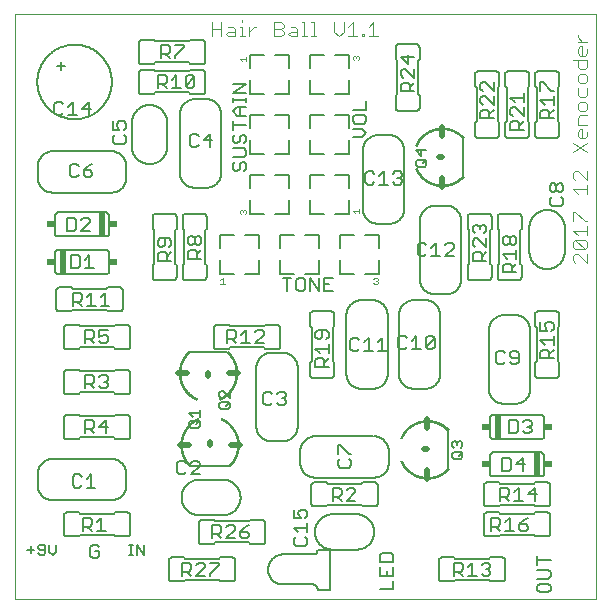
<source format=gto>
G75*
%MOIN*%
%OFA0B0*%
%FSLAX25Y25*%
%IPPOS*%
%LPD*%
%AMOC8*
5,1,8,0,0,1.08239X$1,22.5*
%
%ADD10C,0.00000*%
%ADD11C,0.00400*%
%ADD12C,0.00500*%
%ADD13C,0.00800*%
%ADD14C,0.00600*%
%ADD15R,0.02000X0.08000*%
%ADD16R,0.02500X0.02000*%
%ADD17C,0.00060*%
%ADD18C,0.02000*%
%ADD19C,0.00300*%
D10*
X0002200Y0002200D02*
X0002200Y0197161D01*
X0195901Y0197161D01*
X0195901Y0002200D01*
X0002200Y0002200D01*
D11*
X0188396Y0115167D02*
X0189163Y0114400D01*
X0188396Y0115167D02*
X0188396Y0116702D01*
X0189163Y0117469D01*
X0189931Y0117469D01*
X0193000Y0114400D01*
X0193000Y0117469D01*
X0192233Y0119004D02*
X0189163Y0122073D01*
X0192233Y0122073D01*
X0193000Y0121306D01*
X0193000Y0119771D01*
X0192233Y0119004D01*
X0189163Y0119004D01*
X0188396Y0119771D01*
X0188396Y0121306D01*
X0189163Y0122073D01*
X0189931Y0123608D02*
X0188396Y0125142D01*
X0193000Y0125142D01*
X0193000Y0123608D02*
X0193000Y0126677D01*
X0193000Y0128212D02*
X0192233Y0128212D01*
X0189163Y0131281D01*
X0188396Y0131281D01*
X0188396Y0128212D01*
X0189931Y0137420D02*
X0188396Y0138954D01*
X0193000Y0138954D01*
X0193000Y0137420D02*
X0193000Y0140489D01*
X0193000Y0142024D02*
X0189931Y0145093D01*
X0189163Y0145093D01*
X0188396Y0144326D01*
X0188396Y0142791D01*
X0189163Y0142024D01*
X0193000Y0142024D02*
X0193000Y0145093D01*
X0193000Y0151231D02*
X0188396Y0154301D01*
X0189931Y0156603D02*
X0189931Y0158137D01*
X0190698Y0158905D01*
X0191465Y0158905D01*
X0191465Y0155835D01*
X0190698Y0155835D02*
X0189931Y0156603D01*
X0190698Y0155835D02*
X0192233Y0155835D01*
X0193000Y0156603D01*
X0193000Y0158137D01*
X0193000Y0160439D02*
X0189931Y0160439D01*
X0189931Y0162741D01*
X0190698Y0163509D01*
X0193000Y0163509D01*
X0192233Y0165043D02*
X0193000Y0165810D01*
X0193000Y0167345D01*
X0192233Y0168112D01*
X0190698Y0168112D01*
X0189931Y0167345D01*
X0189931Y0165810D01*
X0190698Y0165043D01*
X0192233Y0165043D01*
X0192233Y0169647D02*
X0193000Y0170414D01*
X0193000Y0172716D01*
X0192233Y0174251D02*
X0193000Y0175018D01*
X0193000Y0176553D01*
X0192233Y0177320D01*
X0190698Y0177320D01*
X0189931Y0176553D01*
X0189931Y0175018D01*
X0190698Y0174251D01*
X0192233Y0174251D01*
X0189931Y0172716D02*
X0189931Y0170414D01*
X0190698Y0169647D01*
X0192233Y0169647D01*
X0192233Y0178855D02*
X0190698Y0178855D01*
X0189931Y0179622D01*
X0189931Y0181924D01*
X0188396Y0181924D02*
X0193000Y0181924D01*
X0193000Y0179622D01*
X0192233Y0178855D01*
X0192233Y0183459D02*
X0190698Y0183459D01*
X0189931Y0184226D01*
X0189931Y0185761D01*
X0190698Y0186528D01*
X0191465Y0186528D01*
X0191465Y0183459D01*
X0192233Y0183459D02*
X0193000Y0184226D01*
X0193000Y0185761D01*
X0193000Y0188063D02*
X0189931Y0188063D01*
X0191465Y0188063D02*
X0189931Y0189597D01*
X0189931Y0190365D01*
X0193000Y0154301D02*
X0188396Y0151231D01*
X0123365Y0189900D02*
X0120296Y0189900D01*
X0121831Y0189900D02*
X0121831Y0194504D01*
X0120296Y0192969D01*
X0118761Y0190667D02*
X0118761Y0189900D01*
X0117994Y0189900D01*
X0117994Y0190667D01*
X0118761Y0190667D01*
X0116459Y0189900D02*
X0113390Y0189900D01*
X0114925Y0189900D02*
X0114925Y0194504D01*
X0113390Y0192969D01*
X0111855Y0191435D02*
X0111855Y0194504D01*
X0111855Y0191435D02*
X0110321Y0189900D01*
X0108786Y0191435D01*
X0108786Y0194504D01*
X0101880Y0194504D02*
X0101880Y0189900D01*
X0101113Y0189900D02*
X0102648Y0189900D01*
X0099578Y0189900D02*
X0098044Y0189900D01*
X0098811Y0189900D02*
X0098811Y0194504D01*
X0098044Y0194504D01*
X0096509Y0192202D02*
X0096509Y0189900D01*
X0094207Y0189900D01*
X0093440Y0190667D01*
X0094207Y0191435D01*
X0096509Y0191435D01*
X0096509Y0192202D02*
X0095742Y0192969D01*
X0094207Y0192969D01*
X0091905Y0192969D02*
X0091905Y0193737D01*
X0091138Y0194504D01*
X0088836Y0194504D01*
X0088836Y0189900D01*
X0091138Y0189900D01*
X0091905Y0190667D01*
X0091905Y0191435D01*
X0091138Y0192202D01*
X0088836Y0192202D01*
X0091138Y0192202D02*
X0091905Y0192969D01*
X0101113Y0194504D02*
X0101880Y0194504D01*
X0082697Y0192969D02*
X0081930Y0192969D01*
X0080395Y0191435D01*
X0080395Y0192969D02*
X0080395Y0189900D01*
X0078861Y0189900D02*
X0077326Y0189900D01*
X0078093Y0189900D02*
X0078093Y0192969D01*
X0077326Y0192969D01*
X0075791Y0192202D02*
X0075791Y0189900D01*
X0073489Y0189900D01*
X0072722Y0190667D01*
X0073489Y0191435D01*
X0075791Y0191435D01*
X0075791Y0192202D02*
X0075024Y0192969D01*
X0073489Y0192969D01*
X0071187Y0192202D02*
X0068118Y0192202D01*
X0068118Y0189900D02*
X0068118Y0194504D01*
X0071187Y0194504D02*
X0071187Y0189900D01*
X0078093Y0194504D02*
X0078093Y0195271D01*
D12*
X0080700Y0183700D02*
X0085231Y0183700D01*
X0089169Y0183700D02*
X0093700Y0183700D01*
X0093700Y0179169D01*
X0093700Y0175231D02*
X0093700Y0170700D01*
X0089169Y0170700D01*
X0085231Y0170700D02*
X0080700Y0170700D01*
X0080700Y0175231D01*
X0080700Y0179169D02*
X0080700Y0183700D01*
X0080700Y0163700D02*
X0085231Y0163700D01*
X0089169Y0163700D02*
X0093700Y0163700D01*
X0093700Y0159169D01*
X0093700Y0155231D02*
X0093700Y0150700D01*
X0089169Y0150700D01*
X0085231Y0150700D02*
X0080700Y0150700D01*
X0080700Y0155231D01*
X0080700Y0159169D02*
X0080700Y0163700D01*
X0080700Y0143700D02*
X0085231Y0143700D01*
X0089169Y0143700D02*
X0093700Y0143700D01*
X0093700Y0139169D01*
X0093700Y0135231D02*
X0093700Y0130700D01*
X0089169Y0130700D01*
X0085231Y0130700D02*
X0080700Y0130700D01*
X0080700Y0135231D01*
X0080700Y0139169D02*
X0080700Y0143700D01*
X0100700Y0143700D02*
X0100700Y0139169D01*
X0100700Y0135231D02*
X0100700Y0130700D01*
X0105231Y0130700D01*
X0109169Y0130700D02*
X0113700Y0130700D01*
X0113700Y0135231D01*
X0113700Y0139169D02*
X0113700Y0143700D01*
X0109169Y0143700D01*
X0105231Y0143700D02*
X0100700Y0143700D01*
X0100700Y0150700D02*
X0105231Y0150700D01*
X0109169Y0150700D02*
X0113700Y0150700D01*
X0113700Y0155231D01*
X0113700Y0159169D02*
X0113700Y0163700D01*
X0109169Y0163700D01*
X0105231Y0163700D02*
X0100700Y0163700D01*
X0100700Y0159169D01*
X0100700Y0155231D02*
X0100700Y0150700D01*
X0100700Y0170700D02*
X0105231Y0170700D01*
X0109169Y0170700D02*
X0113700Y0170700D01*
X0113700Y0175231D01*
X0113700Y0179169D02*
X0113700Y0183700D01*
X0109169Y0183700D01*
X0105231Y0183700D02*
X0100700Y0183700D01*
X0100700Y0179169D01*
X0100700Y0175231D02*
X0100700Y0170700D01*
X0135947Y0151885D02*
X0137699Y0150133D01*
X0137699Y0152468D01*
X0139450Y0151885D02*
X0135947Y0151885D01*
X0136531Y0148785D02*
X0138866Y0148785D01*
X0139450Y0148201D01*
X0139450Y0147034D01*
X0138866Y0146450D01*
X0136531Y0146450D01*
X0135947Y0147034D01*
X0135947Y0148201D01*
X0136531Y0148785D01*
X0138282Y0147618D02*
X0139450Y0148785D01*
X0123700Y0123700D02*
X0119169Y0123700D01*
X0115231Y0123700D02*
X0110700Y0123700D01*
X0110700Y0119169D01*
X0110700Y0115231D02*
X0110700Y0110700D01*
X0115231Y0110700D01*
X0119169Y0110700D02*
X0123700Y0110700D01*
X0123700Y0115231D01*
X0123700Y0119169D02*
X0123700Y0123700D01*
X0103700Y0123700D02*
X0103700Y0119169D01*
X0103700Y0115231D02*
X0103700Y0110700D01*
X0099169Y0110700D01*
X0095231Y0110700D02*
X0090700Y0110700D01*
X0090700Y0115231D01*
X0090700Y0119169D02*
X0090700Y0123700D01*
X0095231Y0123700D01*
X0099169Y0123700D02*
X0103700Y0123700D01*
X0083700Y0123700D02*
X0083700Y0119169D01*
X0083700Y0115231D02*
X0083700Y0110700D01*
X0079169Y0110700D01*
X0075231Y0110700D02*
X0070700Y0110700D01*
X0070700Y0115231D01*
X0070700Y0119169D02*
X0070700Y0123700D01*
X0075231Y0123700D01*
X0079169Y0123700D02*
X0083700Y0123700D01*
X0073950Y0071602D02*
X0073950Y0069267D01*
X0071615Y0071602D01*
X0071031Y0071602D01*
X0070447Y0071018D01*
X0070447Y0069851D01*
X0071031Y0069267D01*
X0071031Y0067919D02*
X0073366Y0067919D01*
X0073950Y0067335D01*
X0073950Y0066168D01*
X0073366Y0065584D01*
X0071031Y0065584D01*
X0070447Y0066168D01*
X0070447Y0067335D01*
X0071031Y0067919D01*
X0072782Y0066751D02*
X0073950Y0067919D01*
X0063950Y0065468D02*
X0063950Y0063133D01*
X0063950Y0064301D02*
X0060447Y0064301D01*
X0061615Y0063133D01*
X0061031Y0061785D02*
X0063366Y0061785D01*
X0063950Y0061201D01*
X0063950Y0060034D01*
X0063366Y0059450D01*
X0061031Y0059450D01*
X0060447Y0060034D01*
X0060447Y0061201D01*
X0061031Y0061785D01*
X0062782Y0060618D02*
X0063950Y0061785D01*
X0045241Y0020453D02*
X0045241Y0016950D01*
X0042905Y0020453D01*
X0042905Y0016950D01*
X0041618Y0016950D02*
X0040450Y0016950D01*
X0041034Y0016950D02*
X0041034Y0020453D01*
X0040450Y0020453D02*
X0041618Y0020453D01*
X0016152Y0020453D02*
X0016152Y0018118D01*
X0014984Y0016950D01*
X0013816Y0018118D01*
X0013816Y0020453D01*
X0012468Y0019869D02*
X0011885Y0020453D01*
X0010717Y0020453D01*
X0010133Y0019869D01*
X0010133Y0019285D01*
X0010717Y0018701D01*
X0012468Y0018701D01*
X0012468Y0017534D02*
X0012468Y0019869D01*
X0012468Y0017534D02*
X0011885Y0016950D01*
X0010717Y0016950D01*
X0010133Y0017534D01*
X0008785Y0018701D02*
X0006450Y0018701D01*
X0007618Y0019869D02*
X0007618Y0017534D01*
X0091700Y0017200D02*
X0101700Y0017200D01*
X0101776Y0017202D01*
X0101852Y0017208D01*
X0101927Y0017217D01*
X0102002Y0017231D01*
X0102076Y0017248D01*
X0102149Y0017269D01*
X0102221Y0017293D01*
X0102292Y0017322D01*
X0102361Y0017353D01*
X0102428Y0017388D01*
X0102493Y0017427D01*
X0102557Y0017469D01*
X0102618Y0017514D01*
X0102677Y0017562D01*
X0102733Y0017613D01*
X0102787Y0017667D01*
X0102838Y0017723D01*
X0102886Y0017782D01*
X0102931Y0017843D01*
X0102973Y0017907D01*
X0103012Y0017972D01*
X0103047Y0018039D01*
X0103078Y0018108D01*
X0103107Y0018179D01*
X0103131Y0018251D01*
X0103152Y0018324D01*
X0103169Y0018398D01*
X0103183Y0018473D01*
X0103192Y0018548D01*
X0103198Y0018624D01*
X0103200Y0018700D01*
X0107200Y0018700D01*
X0107200Y0005200D01*
X0103200Y0005200D01*
X0103200Y0005700D01*
X0103198Y0005776D01*
X0103192Y0005852D01*
X0103183Y0005927D01*
X0103169Y0006002D01*
X0103152Y0006076D01*
X0103131Y0006149D01*
X0103107Y0006221D01*
X0103078Y0006292D01*
X0103047Y0006361D01*
X0103012Y0006428D01*
X0102973Y0006493D01*
X0102931Y0006557D01*
X0102886Y0006618D01*
X0102838Y0006677D01*
X0102787Y0006733D01*
X0102733Y0006787D01*
X0102677Y0006838D01*
X0102618Y0006886D01*
X0102557Y0006931D01*
X0102493Y0006973D01*
X0102428Y0007012D01*
X0102361Y0007047D01*
X0102292Y0007078D01*
X0102221Y0007107D01*
X0102149Y0007131D01*
X0102076Y0007152D01*
X0102002Y0007169D01*
X0101927Y0007183D01*
X0101852Y0007192D01*
X0101776Y0007198D01*
X0101700Y0007200D01*
X0091700Y0007200D01*
X0091560Y0007202D01*
X0091420Y0007208D01*
X0091280Y0007218D01*
X0091140Y0007231D01*
X0091001Y0007249D01*
X0090862Y0007271D01*
X0090725Y0007296D01*
X0090587Y0007325D01*
X0090451Y0007358D01*
X0090316Y0007395D01*
X0090182Y0007436D01*
X0090049Y0007481D01*
X0089917Y0007529D01*
X0089787Y0007581D01*
X0089658Y0007636D01*
X0089531Y0007695D01*
X0089405Y0007758D01*
X0089281Y0007824D01*
X0089160Y0007893D01*
X0089040Y0007966D01*
X0088922Y0008043D01*
X0088807Y0008122D01*
X0088693Y0008205D01*
X0088583Y0008291D01*
X0088474Y0008380D01*
X0088368Y0008472D01*
X0088265Y0008567D01*
X0088164Y0008664D01*
X0088067Y0008765D01*
X0087972Y0008868D01*
X0087880Y0008974D01*
X0087791Y0009083D01*
X0087705Y0009193D01*
X0087622Y0009307D01*
X0087543Y0009422D01*
X0087466Y0009540D01*
X0087393Y0009660D01*
X0087324Y0009781D01*
X0087258Y0009905D01*
X0087195Y0010031D01*
X0087136Y0010158D01*
X0087081Y0010287D01*
X0087029Y0010417D01*
X0086981Y0010549D01*
X0086936Y0010682D01*
X0086895Y0010816D01*
X0086858Y0010951D01*
X0086825Y0011087D01*
X0086796Y0011225D01*
X0086771Y0011362D01*
X0086749Y0011501D01*
X0086731Y0011640D01*
X0086718Y0011780D01*
X0086708Y0011920D01*
X0086702Y0012060D01*
X0086700Y0012200D01*
X0086702Y0012340D01*
X0086708Y0012480D01*
X0086718Y0012620D01*
X0086731Y0012760D01*
X0086749Y0012899D01*
X0086771Y0013038D01*
X0086796Y0013175D01*
X0086825Y0013313D01*
X0086858Y0013449D01*
X0086895Y0013584D01*
X0086936Y0013718D01*
X0086981Y0013851D01*
X0087029Y0013983D01*
X0087081Y0014113D01*
X0087136Y0014242D01*
X0087195Y0014369D01*
X0087258Y0014495D01*
X0087324Y0014619D01*
X0087393Y0014740D01*
X0087466Y0014860D01*
X0087543Y0014978D01*
X0087622Y0015093D01*
X0087705Y0015207D01*
X0087791Y0015317D01*
X0087880Y0015426D01*
X0087972Y0015532D01*
X0088067Y0015635D01*
X0088164Y0015736D01*
X0088265Y0015833D01*
X0088368Y0015928D01*
X0088474Y0016020D01*
X0088583Y0016109D01*
X0088693Y0016195D01*
X0088807Y0016278D01*
X0088922Y0016357D01*
X0089040Y0016434D01*
X0089160Y0016507D01*
X0089281Y0016576D01*
X0089405Y0016642D01*
X0089531Y0016705D01*
X0089658Y0016764D01*
X0089787Y0016819D01*
X0089917Y0016871D01*
X0090049Y0016919D01*
X0090182Y0016964D01*
X0090316Y0017005D01*
X0090451Y0017042D01*
X0090587Y0017075D01*
X0090725Y0017104D01*
X0090862Y0017129D01*
X0091001Y0017151D01*
X0091140Y0017169D01*
X0091280Y0017182D01*
X0091420Y0017192D01*
X0091560Y0017198D01*
X0091700Y0017200D01*
X0147947Y0049534D02*
X0147947Y0050701D01*
X0148531Y0051285D01*
X0150866Y0051285D01*
X0151450Y0050701D01*
X0151450Y0049534D01*
X0150866Y0048950D01*
X0148531Y0048950D01*
X0147947Y0049534D01*
X0150282Y0050118D02*
X0151450Y0051285D01*
X0150866Y0052633D02*
X0151450Y0053217D01*
X0151450Y0054385D01*
X0150866Y0054968D01*
X0150282Y0054968D01*
X0149699Y0054385D01*
X0149699Y0053801D01*
X0149699Y0054385D02*
X0149115Y0054968D01*
X0148531Y0054968D01*
X0147947Y0054385D01*
X0147947Y0053217D01*
X0148531Y0052633D01*
D13*
X0165310Y0067436D02*
X0169090Y0067436D01*
X0174090Y0072436D02*
X0174090Y0091964D01*
X0169090Y0096964D02*
X0165310Y0096964D01*
X0160310Y0091699D02*
X0160310Y0072436D01*
X0144090Y0077436D02*
X0144090Y0096964D01*
X0139090Y0101964D02*
X0135310Y0101964D01*
X0137310Y0108936D02*
X0137310Y0128199D01*
X0142310Y0133464D02*
X0146090Y0133464D01*
X0151090Y0128464D02*
X0151090Y0108936D01*
X0146090Y0103936D02*
X0142310Y0103936D01*
X0130310Y0096699D02*
X0130310Y0077436D01*
X0126590Y0077701D02*
X0126590Y0096964D01*
X0121590Y0101964D02*
X0117810Y0101964D01*
X0112810Y0096964D02*
X0112810Y0077436D01*
X0117810Y0072436D02*
X0121590Y0072436D01*
X0135310Y0072436D02*
X0139090Y0072436D01*
X0121699Y0056590D02*
X0102436Y0056590D01*
X0096590Y0059936D02*
X0096590Y0079464D01*
X0091590Y0084464D02*
X0087810Y0084464D01*
X0082810Y0079199D02*
X0082810Y0059936D01*
X0087810Y0054936D02*
X0091590Y0054936D01*
X0097436Y0051590D02*
X0097436Y0047810D01*
X0102436Y0042810D02*
X0121964Y0042810D01*
X0126964Y0047810D02*
X0126964Y0051590D01*
X0116137Y0030606D02*
X0108263Y0030606D01*
X0108263Y0018794D02*
X0116137Y0018794D01*
X0071637Y0030294D02*
X0063763Y0030294D01*
X0063763Y0042106D02*
X0071637Y0042106D01*
X0039464Y0040310D02*
X0039464Y0044090D01*
X0034199Y0049090D02*
X0014936Y0049090D01*
X0009936Y0044090D02*
X0009936Y0040310D01*
X0014936Y0035310D02*
X0034464Y0035310D01*
X0123310Y0127436D02*
X0127090Y0127436D01*
X0132090Y0132701D02*
X0132090Y0151964D01*
X0127090Y0156964D02*
X0123310Y0156964D01*
X0118310Y0151964D02*
X0118310Y0132436D01*
X0071090Y0144701D02*
X0071090Y0163964D01*
X0066090Y0168964D02*
X0062310Y0168964D01*
X0057310Y0163964D02*
X0057310Y0144436D01*
X0062310Y0139436D02*
X0066090Y0139436D01*
X0053106Y0153263D02*
X0053106Y0161137D01*
X0041294Y0161137D02*
X0041294Y0153263D01*
X0039464Y0146590D02*
X0039464Y0142810D01*
X0034464Y0137810D02*
X0014936Y0137810D01*
X0009936Y0142810D02*
X0009936Y0146590D01*
X0014936Y0151590D02*
X0034199Y0151590D01*
X0173794Y0126137D02*
X0173794Y0118263D01*
X0185606Y0118263D02*
X0185606Y0126137D01*
D14*
X0185604Y0126289D01*
X0185598Y0126441D01*
X0185588Y0126593D01*
X0185575Y0126744D01*
X0185557Y0126895D01*
X0185536Y0127046D01*
X0185510Y0127196D01*
X0185481Y0127345D01*
X0185448Y0127494D01*
X0185411Y0127641D01*
X0185371Y0127788D01*
X0185326Y0127933D01*
X0185278Y0128077D01*
X0185226Y0128220D01*
X0185171Y0128362D01*
X0185112Y0128502D01*
X0185049Y0128641D01*
X0184983Y0128778D01*
X0184913Y0128913D01*
X0184840Y0129046D01*
X0184763Y0129177D01*
X0184683Y0129307D01*
X0184600Y0129434D01*
X0184514Y0129559D01*
X0184424Y0129682D01*
X0184331Y0129802D01*
X0184235Y0129920D01*
X0184136Y0130036D01*
X0184034Y0130149D01*
X0183930Y0130259D01*
X0183822Y0130367D01*
X0183712Y0130471D01*
X0183599Y0130573D01*
X0183483Y0130672D01*
X0183365Y0130768D01*
X0183245Y0130861D01*
X0183122Y0130951D01*
X0182997Y0131037D01*
X0182870Y0131120D01*
X0182740Y0131200D01*
X0182609Y0131277D01*
X0182476Y0131350D01*
X0182341Y0131420D01*
X0182204Y0131486D01*
X0182065Y0131549D01*
X0181925Y0131608D01*
X0181783Y0131663D01*
X0181640Y0131715D01*
X0181496Y0131763D01*
X0181351Y0131808D01*
X0181204Y0131848D01*
X0181057Y0131885D01*
X0180908Y0131918D01*
X0180759Y0131947D01*
X0180609Y0131973D01*
X0180458Y0131994D01*
X0180307Y0132012D01*
X0180156Y0132025D01*
X0180004Y0132035D01*
X0179852Y0132041D01*
X0179700Y0132043D01*
X0181344Y0133336D02*
X0180610Y0134070D01*
X0180610Y0135538D01*
X0181344Y0136272D01*
X0181344Y0137940D02*
X0182078Y0137940D01*
X0182812Y0138674D01*
X0182812Y0140142D01*
X0183545Y0140876D01*
X0184279Y0140876D01*
X0185013Y0140142D01*
X0185013Y0138674D01*
X0184279Y0137940D01*
X0183545Y0137940D01*
X0182812Y0138674D01*
X0182812Y0140142D02*
X0182078Y0140876D01*
X0181344Y0140876D01*
X0180610Y0140142D01*
X0180610Y0138674D01*
X0181344Y0137940D01*
X0184279Y0136272D02*
X0185013Y0135538D01*
X0185013Y0134070D01*
X0184279Y0133336D01*
X0181344Y0133336D01*
X0179700Y0132043D02*
X0179548Y0132041D01*
X0179396Y0132035D01*
X0179244Y0132025D01*
X0179093Y0132012D01*
X0178942Y0131994D01*
X0178791Y0131973D01*
X0178641Y0131947D01*
X0178492Y0131918D01*
X0178343Y0131885D01*
X0178196Y0131848D01*
X0178049Y0131808D01*
X0177904Y0131763D01*
X0177760Y0131715D01*
X0177617Y0131663D01*
X0177475Y0131608D01*
X0177335Y0131549D01*
X0177196Y0131486D01*
X0177059Y0131420D01*
X0176924Y0131350D01*
X0176791Y0131277D01*
X0176660Y0131200D01*
X0176530Y0131120D01*
X0176403Y0131037D01*
X0176278Y0130951D01*
X0176155Y0130861D01*
X0176035Y0130768D01*
X0175917Y0130672D01*
X0175801Y0130573D01*
X0175688Y0130471D01*
X0175578Y0130367D01*
X0175470Y0130259D01*
X0175366Y0130149D01*
X0175264Y0130036D01*
X0175165Y0129920D01*
X0175069Y0129802D01*
X0174976Y0129682D01*
X0174886Y0129559D01*
X0174800Y0129434D01*
X0174717Y0129307D01*
X0174637Y0129177D01*
X0174560Y0129046D01*
X0174487Y0128913D01*
X0174417Y0128778D01*
X0174351Y0128641D01*
X0174288Y0128502D01*
X0174229Y0128362D01*
X0174174Y0128220D01*
X0174122Y0128077D01*
X0174074Y0127933D01*
X0174029Y0127788D01*
X0173989Y0127641D01*
X0173952Y0127494D01*
X0173919Y0127345D01*
X0173890Y0127196D01*
X0173864Y0127046D01*
X0173843Y0126895D01*
X0173825Y0126744D01*
X0173812Y0126593D01*
X0173802Y0126441D01*
X0173796Y0126289D01*
X0173794Y0126137D01*
X0171200Y0125763D02*
X0170700Y0125263D01*
X0170700Y0114137D01*
X0171200Y0113637D01*
X0171200Y0109637D01*
X0171198Y0109577D01*
X0171193Y0109516D01*
X0171184Y0109457D01*
X0171171Y0109398D01*
X0171155Y0109339D01*
X0171135Y0109282D01*
X0171112Y0109227D01*
X0171085Y0109172D01*
X0171056Y0109120D01*
X0171023Y0109069D01*
X0170987Y0109020D01*
X0170949Y0108974D01*
X0170907Y0108930D01*
X0170863Y0108888D01*
X0170817Y0108850D01*
X0170768Y0108814D01*
X0170717Y0108781D01*
X0170665Y0108752D01*
X0170610Y0108725D01*
X0170555Y0108702D01*
X0170498Y0108682D01*
X0170439Y0108666D01*
X0170380Y0108653D01*
X0170321Y0108644D01*
X0170260Y0108639D01*
X0170200Y0108637D01*
X0164200Y0108637D01*
X0164140Y0108639D01*
X0164079Y0108644D01*
X0164020Y0108653D01*
X0163961Y0108666D01*
X0163902Y0108682D01*
X0163845Y0108702D01*
X0163790Y0108725D01*
X0163735Y0108752D01*
X0163683Y0108781D01*
X0163632Y0108814D01*
X0163583Y0108850D01*
X0163537Y0108888D01*
X0163493Y0108930D01*
X0163451Y0108974D01*
X0163413Y0109020D01*
X0163377Y0109069D01*
X0163344Y0109120D01*
X0163315Y0109172D01*
X0163288Y0109227D01*
X0163265Y0109282D01*
X0163245Y0109339D01*
X0163229Y0109398D01*
X0163216Y0109457D01*
X0163207Y0109516D01*
X0163202Y0109577D01*
X0163200Y0109637D01*
X0163200Y0113637D01*
X0163700Y0114137D01*
X0163700Y0125263D01*
X0163200Y0125763D01*
X0163200Y0129763D01*
X0163202Y0129823D01*
X0163207Y0129884D01*
X0163216Y0129943D01*
X0163229Y0130002D01*
X0163245Y0130061D01*
X0163265Y0130118D01*
X0163288Y0130173D01*
X0163315Y0130228D01*
X0163344Y0130280D01*
X0163377Y0130331D01*
X0163413Y0130380D01*
X0163451Y0130426D01*
X0163493Y0130470D01*
X0163537Y0130512D01*
X0163583Y0130550D01*
X0163632Y0130586D01*
X0163683Y0130619D01*
X0163735Y0130648D01*
X0163790Y0130675D01*
X0163845Y0130698D01*
X0163902Y0130718D01*
X0163961Y0130734D01*
X0164020Y0130747D01*
X0164079Y0130756D01*
X0164140Y0130761D01*
X0164200Y0130763D01*
X0170200Y0130763D01*
X0170260Y0130761D01*
X0170321Y0130756D01*
X0170380Y0130747D01*
X0170439Y0130734D01*
X0170498Y0130718D01*
X0170555Y0130698D01*
X0170610Y0130675D01*
X0170665Y0130648D01*
X0170717Y0130619D01*
X0170768Y0130586D01*
X0170817Y0130550D01*
X0170863Y0130512D01*
X0170907Y0130470D01*
X0170949Y0130426D01*
X0170987Y0130380D01*
X0171023Y0130331D01*
X0171056Y0130280D01*
X0171085Y0130228D01*
X0171112Y0130173D01*
X0171135Y0130118D01*
X0171155Y0130061D01*
X0171171Y0130002D01*
X0171184Y0129943D01*
X0171193Y0129884D01*
X0171198Y0129823D01*
X0171200Y0129763D01*
X0171200Y0125763D01*
X0168666Y0123332D02*
X0167932Y0123332D01*
X0167198Y0122598D01*
X0167198Y0121130D01*
X0166464Y0120396D01*
X0165730Y0120396D01*
X0164996Y0121130D01*
X0164996Y0122598D01*
X0165730Y0123332D01*
X0166464Y0123332D01*
X0167198Y0122598D01*
X0167198Y0121130D02*
X0167932Y0120396D01*
X0168666Y0120396D01*
X0169400Y0121130D01*
X0169400Y0122598D01*
X0168666Y0123332D01*
X0169400Y0118728D02*
X0169400Y0115792D01*
X0169400Y0117260D02*
X0164996Y0117260D01*
X0166464Y0115792D01*
X0165730Y0114124D02*
X0167198Y0114124D01*
X0167932Y0113390D01*
X0167932Y0111188D01*
X0169400Y0111188D02*
X0164996Y0111188D01*
X0164996Y0113390D01*
X0165730Y0114124D01*
X0167932Y0112656D02*
X0169400Y0114124D01*
X0161200Y0113637D02*
X0161200Y0109637D01*
X0161198Y0109577D01*
X0161193Y0109516D01*
X0161184Y0109457D01*
X0161171Y0109398D01*
X0161155Y0109339D01*
X0161135Y0109282D01*
X0161112Y0109227D01*
X0161085Y0109172D01*
X0161056Y0109120D01*
X0161023Y0109069D01*
X0160987Y0109020D01*
X0160949Y0108974D01*
X0160907Y0108930D01*
X0160863Y0108888D01*
X0160817Y0108850D01*
X0160768Y0108814D01*
X0160717Y0108781D01*
X0160665Y0108752D01*
X0160610Y0108725D01*
X0160555Y0108702D01*
X0160498Y0108682D01*
X0160439Y0108666D01*
X0160380Y0108653D01*
X0160321Y0108644D01*
X0160260Y0108639D01*
X0160200Y0108637D01*
X0154200Y0108637D01*
X0154140Y0108639D01*
X0154079Y0108644D01*
X0154020Y0108653D01*
X0153961Y0108666D01*
X0153902Y0108682D01*
X0153845Y0108702D01*
X0153790Y0108725D01*
X0153735Y0108752D01*
X0153683Y0108781D01*
X0153632Y0108814D01*
X0153583Y0108850D01*
X0153537Y0108888D01*
X0153493Y0108930D01*
X0153451Y0108974D01*
X0153413Y0109020D01*
X0153377Y0109069D01*
X0153344Y0109120D01*
X0153315Y0109172D01*
X0153288Y0109227D01*
X0153265Y0109282D01*
X0153245Y0109339D01*
X0153229Y0109398D01*
X0153216Y0109457D01*
X0153207Y0109516D01*
X0153202Y0109577D01*
X0153200Y0109637D01*
X0153200Y0113637D01*
X0153700Y0114137D01*
X0153700Y0125263D01*
X0153200Y0125763D01*
X0153200Y0129763D01*
X0153202Y0129823D01*
X0153207Y0129884D01*
X0153216Y0129943D01*
X0153229Y0130002D01*
X0153245Y0130061D01*
X0153265Y0130118D01*
X0153288Y0130173D01*
X0153315Y0130228D01*
X0153344Y0130280D01*
X0153377Y0130331D01*
X0153413Y0130380D01*
X0153451Y0130426D01*
X0153493Y0130470D01*
X0153537Y0130512D01*
X0153583Y0130550D01*
X0153632Y0130586D01*
X0153683Y0130619D01*
X0153735Y0130648D01*
X0153790Y0130675D01*
X0153845Y0130698D01*
X0153902Y0130718D01*
X0153961Y0130734D01*
X0154020Y0130747D01*
X0154079Y0130756D01*
X0154140Y0130761D01*
X0154200Y0130763D01*
X0160200Y0130763D01*
X0160260Y0130761D01*
X0160321Y0130756D01*
X0160380Y0130747D01*
X0160439Y0130734D01*
X0160498Y0130718D01*
X0160555Y0130698D01*
X0160610Y0130675D01*
X0160665Y0130648D01*
X0160717Y0130619D01*
X0160768Y0130586D01*
X0160817Y0130550D01*
X0160863Y0130512D01*
X0160907Y0130470D01*
X0160949Y0130426D01*
X0160987Y0130380D01*
X0161023Y0130331D01*
X0161056Y0130280D01*
X0161085Y0130228D01*
X0161112Y0130173D01*
X0161135Y0130118D01*
X0161155Y0130061D01*
X0161171Y0130002D01*
X0161184Y0129943D01*
X0161193Y0129884D01*
X0161198Y0129823D01*
X0161200Y0129763D01*
X0161200Y0125763D01*
X0160700Y0125263D01*
X0160700Y0114137D01*
X0161200Y0113637D01*
X0159400Y0115000D02*
X0154996Y0115000D01*
X0154996Y0117202D01*
X0155730Y0117936D01*
X0157198Y0117936D01*
X0157932Y0117202D01*
X0157932Y0115000D01*
X0157932Y0116468D02*
X0159400Y0117936D01*
X0159400Y0119604D02*
X0156464Y0122540D01*
X0155730Y0122540D01*
X0154996Y0121806D01*
X0154996Y0120338D01*
X0155730Y0119604D01*
X0159400Y0119604D02*
X0159400Y0122540D01*
X0158666Y0124208D02*
X0159400Y0124942D01*
X0159400Y0126410D01*
X0158666Y0127144D01*
X0157932Y0127144D01*
X0157198Y0126410D01*
X0157198Y0125676D01*
X0157198Y0126410D02*
X0156464Y0127144D01*
X0155730Y0127144D01*
X0154996Y0126410D01*
X0154996Y0124942D01*
X0155730Y0124208D01*
X0148710Y0120186D02*
X0148710Y0119452D01*
X0145774Y0116516D01*
X0148710Y0116516D01*
X0148710Y0120186D02*
X0147976Y0120920D01*
X0146508Y0120920D01*
X0145774Y0120186D01*
X0142638Y0120920D02*
X0142638Y0116516D01*
X0141170Y0116516D02*
X0144106Y0116516D01*
X0141170Y0119452D02*
X0142638Y0120920D01*
X0139502Y0120186D02*
X0138768Y0120920D01*
X0137300Y0120920D01*
X0136566Y0120186D01*
X0136566Y0117250D01*
X0137300Y0116516D01*
X0138768Y0116516D01*
X0139502Y0117250D01*
X0137310Y0108936D02*
X0137312Y0108796D01*
X0137318Y0108656D01*
X0137328Y0108516D01*
X0137341Y0108376D01*
X0137359Y0108237D01*
X0137381Y0108098D01*
X0137406Y0107961D01*
X0137435Y0107823D01*
X0137468Y0107687D01*
X0137505Y0107552D01*
X0137546Y0107418D01*
X0137591Y0107285D01*
X0137639Y0107153D01*
X0137691Y0107023D01*
X0137746Y0106894D01*
X0137805Y0106767D01*
X0137868Y0106641D01*
X0137934Y0106517D01*
X0138003Y0106396D01*
X0138076Y0106276D01*
X0138153Y0106158D01*
X0138232Y0106043D01*
X0138315Y0105929D01*
X0138401Y0105819D01*
X0138490Y0105710D01*
X0138582Y0105604D01*
X0138677Y0105501D01*
X0138774Y0105400D01*
X0138875Y0105303D01*
X0138978Y0105208D01*
X0139084Y0105116D01*
X0139193Y0105027D01*
X0139303Y0104941D01*
X0139417Y0104858D01*
X0139532Y0104779D01*
X0139650Y0104702D01*
X0139770Y0104629D01*
X0139891Y0104560D01*
X0140015Y0104494D01*
X0140141Y0104431D01*
X0140268Y0104372D01*
X0140397Y0104317D01*
X0140527Y0104265D01*
X0140659Y0104217D01*
X0140792Y0104172D01*
X0140926Y0104131D01*
X0141061Y0104094D01*
X0141197Y0104061D01*
X0141335Y0104032D01*
X0141472Y0104007D01*
X0141611Y0103985D01*
X0141750Y0103967D01*
X0141890Y0103954D01*
X0142030Y0103944D01*
X0142170Y0103938D01*
X0142310Y0103936D01*
X0146090Y0103936D02*
X0146230Y0103938D01*
X0146370Y0103944D01*
X0146510Y0103954D01*
X0146650Y0103967D01*
X0146789Y0103985D01*
X0146928Y0104007D01*
X0147065Y0104032D01*
X0147203Y0104061D01*
X0147339Y0104094D01*
X0147474Y0104131D01*
X0147608Y0104172D01*
X0147741Y0104217D01*
X0147873Y0104265D01*
X0148003Y0104317D01*
X0148132Y0104372D01*
X0148259Y0104431D01*
X0148385Y0104494D01*
X0148509Y0104560D01*
X0148630Y0104629D01*
X0148750Y0104702D01*
X0148868Y0104779D01*
X0148983Y0104858D01*
X0149097Y0104941D01*
X0149207Y0105027D01*
X0149316Y0105116D01*
X0149422Y0105208D01*
X0149525Y0105303D01*
X0149626Y0105400D01*
X0149723Y0105501D01*
X0149818Y0105604D01*
X0149910Y0105710D01*
X0149999Y0105819D01*
X0150085Y0105929D01*
X0150168Y0106043D01*
X0150247Y0106158D01*
X0150324Y0106276D01*
X0150397Y0106396D01*
X0150466Y0106517D01*
X0150532Y0106641D01*
X0150595Y0106767D01*
X0150654Y0106894D01*
X0150709Y0107023D01*
X0150761Y0107153D01*
X0150809Y0107285D01*
X0150854Y0107418D01*
X0150895Y0107552D01*
X0150932Y0107687D01*
X0150965Y0107823D01*
X0150994Y0107961D01*
X0151019Y0108098D01*
X0151041Y0108237D01*
X0151059Y0108376D01*
X0151072Y0108516D01*
X0151082Y0108656D01*
X0151088Y0108796D01*
X0151090Y0108936D01*
X0144090Y0096964D02*
X0144088Y0097104D01*
X0144082Y0097244D01*
X0144072Y0097384D01*
X0144059Y0097524D01*
X0144041Y0097663D01*
X0144019Y0097802D01*
X0143994Y0097939D01*
X0143965Y0098077D01*
X0143932Y0098213D01*
X0143895Y0098348D01*
X0143854Y0098482D01*
X0143809Y0098615D01*
X0143761Y0098747D01*
X0143709Y0098877D01*
X0143654Y0099006D01*
X0143595Y0099133D01*
X0143532Y0099259D01*
X0143466Y0099383D01*
X0143397Y0099504D01*
X0143324Y0099624D01*
X0143247Y0099742D01*
X0143168Y0099857D01*
X0143085Y0099971D01*
X0142999Y0100081D01*
X0142910Y0100190D01*
X0142818Y0100296D01*
X0142723Y0100399D01*
X0142626Y0100500D01*
X0142525Y0100597D01*
X0142422Y0100692D01*
X0142316Y0100784D01*
X0142207Y0100873D01*
X0142097Y0100959D01*
X0141983Y0101042D01*
X0141868Y0101121D01*
X0141750Y0101198D01*
X0141630Y0101271D01*
X0141509Y0101340D01*
X0141385Y0101406D01*
X0141259Y0101469D01*
X0141132Y0101528D01*
X0141003Y0101583D01*
X0140873Y0101635D01*
X0140741Y0101683D01*
X0140608Y0101728D01*
X0140474Y0101769D01*
X0140339Y0101806D01*
X0140203Y0101839D01*
X0140065Y0101868D01*
X0139928Y0101893D01*
X0139789Y0101915D01*
X0139650Y0101933D01*
X0139510Y0101946D01*
X0139370Y0101956D01*
X0139230Y0101962D01*
X0139090Y0101964D01*
X0135310Y0101964D02*
X0135170Y0101962D01*
X0135030Y0101956D01*
X0134890Y0101946D01*
X0134750Y0101933D01*
X0134611Y0101915D01*
X0134472Y0101893D01*
X0134335Y0101868D01*
X0134197Y0101839D01*
X0134061Y0101806D01*
X0133926Y0101769D01*
X0133792Y0101728D01*
X0133659Y0101683D01*
X0133527Y0101635D01*
X0133397Y0101583D01*
X0133268Y0101528D01*
X0133141Y0101469D01*
X0133015Y0101406D01*
X0132891Y0101340D01*
X0132770Y0101271D01*
X0132650Y0101198D01*
X0132532Y0101121D01*
X0132417Y0101042D01*
X0132303Y0100959D01*
X0132193Y0100873D01*
X0132084Y0100784D01*
X0131978Y0100692D01*
X0131875Y0100597D01*
X0131774Y0100500D01*
X0131677Y0100399D01*
X0131582Y0100296D01*
X0131490Y0100190D01*
X0131401Y0100081D01*
X0131315Y0099971D01*
X0131232Y0099857D01*
X0131153Y0099742D01*
X0131076Y0099624D01*
X0131003Y0099504D01*
X0130934Y0099383D01*
X0130868Y0099259D01*
X0130805Y0099133D01*
X0130746Y0099006D01*
X0130691Y0098877D01*
X0130639Y0098747D01*
X0130591Y0098615D01*
X0130546Y0098482D01*
X0130505Y0098348D01*
X0130468Y0098213D01*
X0130435Y0098077D01*
X0130406Y0097939D01*
X0130381Y0097802D01*
X0130359Y0097663D01*
X0130341Y0097524D01*
X0130328Y0097384D01*
X0130318Y0097244D01*
X0130312Y0097104D01*
X0130310Y0096964D01*
X0130800Y0089920D02*
X0130066Y0089186D01*
X0130066Y0086250D01*
X0130800Y0085516D01*
X0132268Y0085516D01*
X0133002Y0086250D01*
X0134670Y0085516D02*
X0137606Y0085516D01*
X0136138Y0085516D02*
X0136138Y0089920D01*
X0134670Y0088452D01*
X0133002Y0089186D02*
X0132268Y0089920D01*
X0130800Y0089920D01*
X0124798Y0089388D02*
X0124798Y0084984D01*
X0123330Y0084984D02*
X0126266Y0084984D01*
X0123330Y0087920D02*
X0124798Y0089388D01*
X0120194Y0089388D02*
X0120194Y0084984D01*
X0118726Y0084984D02*
X0121662Y0084984D01*
X0118726Y0087920D02*
X0120194Y0089388D01*
X0117058Y0088654D02*
X0116324Y0089388D01*
X0114856Y0089388D01*
X0114122Y0088654D01*
X0114122Y0085718D01*
X0114856Y0084984D01*
X0116324Y0084984D01*
X0117058Y0085718D01*
X0112810Y0077436D02*
X0112812Y0077296D01*
X0112818Y0077156D01*
X0112828Y0077016D01*
X0112841Y0076876D01*
X0112859Y0076737D01*
X0112881Y0076598D01*
X0112906Y0076461D01*
X0112935Y0076323D01*
X0112968Y0076187D01*
X0113005Y0076052D01*
X0113046Y0075918D01*
X0113091Y0075785D01*
X0113139Y0075653D01*
X0113191Y0075523D01*
X0113246Y0075394D01*
X0113305Y0075267D01*
X0113368Y0075141D01*
X0113434Y0075017D01*
X0113503Y0074896D01*
X0113576Y0074776D01*
X0113653Y0074658D01*
X0113732Y0074543D01*
X0113815Y0074429D01*
X0113901Y0074319D01*
X0113990Y0074210D01*
X0114082Y0074104D01*
X0114177Y0074001D01*
X0114274Y0073900D01*
X0114375Y0073803D01*
X0114478Y0073708D01*
X0114584Y0073616D01*
X0114693Y0073527D01*
X0114803Y0073441D01*
X0114917Y0073358D01*
X0115032Y0073279D01*
X0115150Y0073202D01*
X0115270Y0073129D01*
X0115391Y0073060D01*
X0115515Y0072994D01*
X0115641Y0072931D01*
X0115768Y0072872D01*
X0115897Y0072817D01*
X0116027Y0072765D01*
X0116159Y0072717D01*
X0116292Y0072672D01*
X0116426Y0072631D01*
X0116561Y0072594D01*
X0116697Y0072561D01*
X0116835Y0072532D01*
X0116972Y0072507D01*
X0117111Y0072485D01*
X0117250Y0072467D01*
X0117390Y0072454D01*
X0117530Y0072444D01*
X0117670Y0072438D01*
X0117810Y0072436D01*
X0121590Y0072436D02*
X0121730Y0072438D01*
X0121870Y0072444D01*
X0122010Y0072454D01*
X0122150Y0072467D01*
X0122289Y0072485D01*
X0122428Y0072507D01*
X0122565Y0072532D01*
X0122703Y0072561D01*
X0122839Y0072594D01*
X0122974Y0072631D01*
X0123108Y0072672D01*
X0123241Y0072717D01*
X0123373Y0072765D01*
X0123503Y0072817D01*
X0123632Y0072872D01*
X0123759Y0072931D01*
X0123885Y0072994D01*
X0124009Y0073060D01*
X0124130Y0073129D01*
X0124250Y0073202D01*
X0124368Y0073279D01*
X0124483Y0073358D01*
X0124597Y0073441D01*
X0124707Y0073527D01*
X0124816Y0073616D01*
X0124922Y0073708D01*
X0125025Y0073803D01*
X0125126Y0073900D01*
X0125223Y0074001D01*
X0125318Y0074104D01*
X0125410Y0074210D01*
X0125499Y0074319D01*
X0125585Y0074429D01*
X0125668Y0074543D01*
X0125747Y0074658D01*
X0125824Y0074776D01*
X0125897Y0074896D01*
X0125966Y0075017D01*
X0126032Y0075141D01*
X0126095Y0075267D01*
X0126154Y0075394D01*
X0126209Y0075523D01*
X0126261Y0075653D01*
X0126309Y0075785D01*
X0126354Y0075918D01*
X0126395Y0076052D01*
X0126432Y0076187D01*
X0126465Y0076323D01*
X0126494Y0076461D01*
X0126519Y0076598D01*
X0126541Y0076737D01*
X0126559Y0076876D01*
X0126572Y0077016D01*
X0126582Y0077156D01*
X0126588Y0077296D01*
X0126590Y0077436D01*
X0130310Y0077436D02*
X0130312Y0077296D01*
X0130318Y0077156D01*
X0130328Y0077016D01*
X0130341Y0076876D01*
X0130359Y0076737D01*
X0130381Y0076598D01*
X0130406Y0076461D01*
X0130435Y0076323D01*
X0130468Y0076187D01*
X0130505Y0076052D01*
X0130546Y0075918D01*
X0130591Y0075785D01*
X0130639Y0075653D01*
X0130691Y0075523D01*
X0130746Y0075394D01*
X0130805Y0075267D01*
X0130868Y0075141D01*
X0130934Y0075017D01*
X0131003Y0074896D01*
X0131076Y0074776D01*
X0131153Y0074658D01*
X0131232Y0074543D01*
X0131315Y0074429D01*
X0131401Y0074319D01*
X0131490Y0074210D01*
X0131582Y0074104D01*
X0131677Y0074001D01*
X0131774Y0073900D01*
X0131875Y0073803D01*
X0131978Y0073708D01*
X0132084Y0073616D01*
X0132193Y0073527D01*
X0132303Y0073441D01*
X0132417Y0073358D01*
X0132532Y0073279D01*
X0132650Y0073202D01*
X0132770Y0073129D01*
X0132891Y0073060D01*
X0133015Y0072994D01*
X0133141Y0072931D01*
X0133268Y0072872D01*
X0133397Y0072817D01*
X0133527Y0072765D01*
X0133659Y0072717D01*
X0133792Y0072672D01*
X0133926Y0072631D01*
X0134061Y0072594D01*
X0134197Y0072561D01*
X0134335Y0072532D01*
X0134472Y0072507D01*
X0134611Y0072485D01*
X0134750Y0072467D01*
X0134890Y0072454D01*
X0135030Y0072444D01*
X0135170Y0072438D01*
X0135310Y0072436D01*
X0139090Y0072436D02*
X0139230Y0072438D01*
X0139370Y0072444D01*
X0139510Y0072454D01*
X0139650Y0072467D01*
X0139789Y0072485D01*
X0139928Y0072507D01*
X0140065Y0072532D01*
X0140203Y0072561D01*
X0140339Y0072594D01*
X0140474Y0072631D01*
X0140608Y0072672D01*
X0140741Y0072717D01*
X0140873Y0072765D01*
X0141003Y0072817D01*
X0141132Y0072872D01*
X0141259Y0072931D01*
X0141385Y0072994D01*
X0141509Y0073060D01*
X0141630Y0073129D01*
X0141750Y0073202D01*
X0141868Y0073279D01*
X0141983Y0073358D01*
X0142097Y0073441D01*
X0142207Y0073527D01*
X0142316Y0073616D01*
X0142422Y0073708D01*
X0142525Y0073803D01*
X0142626Y0073900D01*
X0142723Y0074001D01*
X0142818Y0074104D01*
X0142910Y0074210D01*
X0142999Y0074319D01*
X0143085Y0074429D01*
X0143168Y0074543D01*
X0143247Y0074658D01*
X0143324Y0074776D01*
X0143397Y0074896D01*
X0143466Y0075017D01*
X0143532Y0075141D01*
X0143595Y0075267D01*
X0143654Y0075394D01*
X0143709Y0075523D01*
X0143761Y0075653D01*
X0143809Y0075785D01*
X0143854Y0075918D01*
X0143895Y0076052D01*
X0143932Y0076187D01*
X0143965Y0076323D01*
X0143994Y0076461D01*
X0144019Y0076598D01*
X0144041Y0076737D01*
X0144059Y0076876D01*
X0144072Y0077016D01*
X0144082Y0077156D01*
X0144088Y0077296D01*
X0144090Y0077436D01*
X0141476Y0085516D02*
X0140008Y0085516D01*
X0139274Y0086250D01*
X0142210Y0089186D01*
X0142210Y0086250D01*
X0141476Y0085516D01*
X0139274Y0086250D02*
X0139274Y0089186D01*
X0140008Y0089920D01*
X0141476Y0089920D01*
X0142210Y0089186D01*
X0162670Y0084186D02*
X0162670Y0081250D01*
X0163404Y0080516D01*
X0164872Y0080516D01*
X0165606Y0081250D01*
X0167274Y0081250D02*
X0168008Y0080516D01*
X0169476Y0080516D01*
X0170210Y0081250D01*
X0170210Y0084186D01*
X0169476Y0084920D01*
X0168008Y0084920D01*
X0167274Y0084186D01*
X0167274Y0083452D01*
X0168008Y0082718D01*
X0170210Y0082718D01*
X0165606Y0084186D02*
X0164872Y0084920D01*
X0163404Y0084920D01*
X0162670Y0084186D01*
X0160310Y0091964D02*
X0160312Y0092104D01*
X0160318Y0092244D01*
X0160328Y0092384D01*
X0160341Y0092524D01*
X0160359Y0092663D01*
X0160381Y0092802D01*
X0160406Y0092939D01*
X0160435Y0093077D01*
X0160468Y0093213D01*
X0160505Y0093348D01*
X0160546Y0093482D01*
X0160591Y0093615D01*
X0160639Y0093747D01*
X0160691Y0093877D01*
X0160746Y0094006D01*
X0160805Y0094133D01*
X0160868Y0094259D01*
X0160934Y0094383D01*
X0161003Y0094504D01*
X0161076Y0094624D01*
X0161153Y0094742D01*
X0161232Y0094857D01*
X0161315Y0094971D01*
X0161401Y0095081D01*
X0161490Y0095190D01*
X0161582Y0095296D01*
X0161677Y0095399D01*
X0161774Y0095500D01*
X0161875Y0095597D01*
X0161978Y0095692D01*
X0162084Y0095784D01*
X0162193Y0095873D01*
X0162303Y0095959D01*
X0162417Y0096042D01*
X0162532Y0096121D01*
X0162650Y0096198D01*
X0162770Y0096271D01*
X0162891Y0096340D01*
X0163015Y0096406D01*
X0163141Y0096469D01*
X0163268Y0096528D01*
X0163397Y0096583D01*
X0163527Y0096635D01*
X0163659Y0096683D01*
X0163792Y0096728D01*
X0163926Y0096769D01*
X0164061Y0096806D01*
X0164197Y0096839D01*
X0164335Y0096868D01*
X0164472Y0096893D01*
X0164611Y0096915D01*
X0164750Y0096933D01*
X0164890Y0096946D01*
X0165030Y0096956D01*
X0165170Y0096962D01*
X0165310Y0096964D01*
X0169090Y0096964D02*
X0169230Y0096962D01*
X0169370Y0096956D01*
X0169510Y0096946D01*
X0169650Y0096933D01*
X0169789Y0096915D01*
X0169928Y0096893D01*
X0170065Y0096868D01*
X0170203Y0096839D01*
X0170339Y0096806D01*
X0170474Y0096769D01*
X0170608Y0096728D01*
X0170741Y0096683D01*
X0170873Y0096635D01*
X0171003Y0096583D01*
X0171132Y0096528D01*
X0171259Y0096469D01*
X0171385Y0096406D01*
X0171509Y0096340D01*
X0171630Y0096271D01*
X0171750Y0096198D01*
X0171868Y0096121D01*
X0171983Y0096042D01*
X0172097Y0095959D01*
X0172207Y0095873D01*
X0172316Y0095784D01*
X0172422Y0095692D01*
X0172525Y0095597D01*
X0172626Y0095500D01*
X0172723Y0095399D01*
X0172818Y0095296D01*
X0172910Y0095190D01*
X0172999Y0095081D01*
X0173085Y0094971D01*
X0173168Y0094857D01*
X0173247Y0094742D01*
X0173324Y0094624D01*
X0173397Y0094504D01*
X0173466Y0094383D01*
X0173532Y0094259D01*
X0173595Y0094133D01*
X0173654Y0094006D01*
X0173709Y0093877D01*
X0173761Y0093747D01*
X0173809Y0093615D01*
X0173854Y0093482D01*
X0173895Y0093348D01*
X0173932Y0093213D01*
X0173965Y0093077D01*
X0173994Y0092939D01*
X0174019Y0092802D01*
X0174041Y0092663D01*
X0174059Y0092524D01*
X0174072Y0092384D01*
X0174082Y0092244D01*
X0174088Y0092104D01*
X0174090Y0091964D01*
X0175700Y0093263D02*
X0175700Y0097263D01*
X0175702Y0097323D01*
X0175707Y0097384D01*
X0175716Y0097443D01*
X0175729Y0097502D01*
X0175745Y0097561D01*
X0175765Y0097618D01*
X0175788Y0097673D01*
X0175815Y0097728D01*
X0175844Y0097780D01*
X0175877Y0097831D01*
X0175913Y0097880D01*
X0175951Y0097926D01*
X0175993Y0097970D01*
X0176037Y0098012D01*
X0176083Y0098050D01*
X0176132Y0098086D01*
X0176183Y0098119D01*
X0176235Y0098148D01*
X0176290Y0098175D01*
X0176345Y0098198D01*
X0176402Y0098218D01*
X0176461Y0098234D01*
X0176520Y0098247D01*
X0176579Y0098256D01*
X0176640Y0098261D01*
X0176700Y0098263D01*
X0182700Y0098263D01*
X0182760Y0098261D01*
X0182821Y0098256D01*
X0182880Y0098247D01*
X0182939Y0098234D01*
X0182998Y0098218D01*
X0183055Y0098198D01*
X0183110Y0098175D01*
X0183165Y0098148D01*
X0183217Y0098119D01*
X0183268Y0098086D01*
X0183317Y0098050D01*
X0183363Y0098012D01*
X0183407Y0097970D01*
X0183449Y0097926D01*
X0183487Y0097880D01*
X0183523Y0097831D01*
X0183556Y0097780D01*
X0183585Y0097728D01*
X0183612Y0097673D01*
X0183635Y0097618D01*
X0183655Y0097561D01*
X0183671Y0097502D01*
X0183684Y0097443D01*
X0183693Y0097384D01*
X0183698Y0097323D01*
X0183700Y0097263D01*
X0183700Y0093263D01*
X0183200Y0092763D01*
X0183200Y0081637D01*
X0183700Y0081137D01*
X0183700Y0077137D01*
X0183698Y0077077D01*
X0183693Y0077016D01*
X0183684Y0076957D01*
X0183671Y0076898D01*
X0183655Y0076839D01*
X0183635Y0076782D01*
X0183612Y0076727D01*
X0183585Y0076672D01*
X0183556Y0076620D01*
X0183523Y0076569D01*
X0183487Y0076520D01*
X0183449Y0076474D01*
X0183407Y0076430D01*
X0183363Y0076388D01*
X0183317Y0076350D01*
X0183268Y0076314D01*
X0183217Y0076281D01*
X0183165Y0076252D01*
X0183110Y0076225D01*
X0183055Y0076202D01*
X0182998Y0076182D01*
X0182939Y0076166D01*
X0182880Y0076153D01*
X0182821Y0076144D01*
X0182760Y0076139D01*
X0182700Y0076137D01*
X0176700Y0076137D01*
X0176640Y0076139D01*
X0176579Y0076144D01*
X0176520Y0076153D01*
X0176461Y0076166D01*
X0176402Y0076182D01*
X0176345Y0076202D01*
X0176290Y0076225D01*
X0176235Y0076252D01*
X0176183Y0076281D01*
X0176132Y0076314D01*
X0176083Y0076350D01*
X0176037Y0076388D01*
X0175993Y0076430D01*
X0175951Y0076474D01*
X0175913Y0076520D01*
X0175877Y0076569D01*
X0175844Y0076620D01*
X0175815Y0076672D01*
X0175788Y0076727D01*
X0175765Y0076782D01*
X0175745Y0076839D01*
X0175729Y0076898D01*
X0175716Y0076957D01*
X0175707Y0077016D01*
X0175702Y0077077D01*
X0175700Y0077137D01*
X0175700Y0081137D01*
X0176200Y0081637D01*
X0176200Y0092763D01*
X0175700Y0093263D01*
X0177496Y0094644D02*
X0177496Y0091708D01*
X0179698Y0091708D01*
X0178964Y0093176D01*
X0178964Y0093910D01*
X0179698Y0094644D01*
X0181166Y0094644D01*
X0181900Y0093910D01*
X0181900Y0092442D01*
X0181166Y0091708D01*
X0181900Y0090040D02*
X0181900Y0087104D01*
X0181900Y0088572D02*
X0177496Y0088572D01*
X0178964Y0087104D01*
X0178230Y0085436D02*
X0179698Y0085436D01*
X0180432Y0084702D01*
X0180432Y0082500D01*
X0180432Y0083968D02*
X0181900Y0085436D01*
X0181900Y0082500D02*
X0177496Y0082500D01*
X0177496Y0084702D01*
X0178230Y0085436D01*
X0174090Y0072436D02*
X0174088Y0072296D01*
X0174082Y0072156D01*
X0174072Y0072016D01*
X0174059Y0071876D01*
X0174041Y0071737D01*
X0174019Y0071598D01*
X0173994Y0071461D01*
X0173965Y0071323D01*
X0173932Y0071187D01*
X0173895Y0071052D01*
X0173854Y0070918D01*
X0173809Y0070785D01*
X0173761Y0070653D01*
X0173709Y0070523D01*
X0173654Y0070394D01*
X0173595Y0070267D01*
X0173532Y0070141D01*
X0173466Y0070017D01*
X0173397Y0069896D01*
X0173324Y0069776D01*
X0173247Y0069658D01*
X0173168Y0069543D01*
X0173085Y0069429D01*
X0172999Y0069319D01*
X0172910Y0069210D01*
X0172818Y0069104D01*
X0172723Y0069001D01*
X0172626Y0068900D01*
X0172525Y0068803D01*
X0172422Y0068708D01*
X0172316Y0068616D01*
X0172207Y0068527D01*
X0172097Y0068441D01*
X0171983Y0068358D01*
X0171868Y0068279D01*
X0171750Y0068202D01*
X0171630Y0068129D01*
X0171509Y0068060D01*
X0171385Y0067994D01*
X0171259Y0067931D01*
X0171132Y0067872D01*
X0171003Y0067817D01*
X0170873Y0067765D01*
X0170741Y0067717D01*
X0170608Y0067672D01*
X0170474Y0067631D01*
X0170339Y0067594D01*
X0170203Y0067561D01*
X0170065Y0067532D01*
X0169928Y0067507D01*
X0169789Y0067485D01*
X0169650Y0067467D01*
X0169510Y0067454D01*
X0169370Y0067444D01*
X0169230Y0067438D01*
X0169090Y0067436D01*
X0169202Y0061904D02*
X0167000Y0061904D01*
X0167000Y0057500D01*
X0169202Y0057500D01*
X0169936Y0058234D01*
X0169936Y0061170D01*
X0169202Y0061904D01*
X0171604Y0061170D02*
X0172338Y0061904D01*
X0173806Y0061904D01*
X0174540Y0061170D01*
X0174540Y0060436D01*
X0173806Y0059702D01*
X0174540Y0058968D01*
X0174540Y0058234D01*
X0173806Y0057500D01*
X0172338Y0057500D01*
X0171604Y0058234D01*
X0173072Y0059702D02*
X0173806Y0059702D01*
X0177700Y0063700D02*
X0177760Y0063698D01*
X0177821Y0063693D01*
X0177880Y0063684D01*
X0177939Y0063671D01*
X0177998Y0063655D01*
X0178055Y0063635D01*
X0178110Y0063612D01*
X0178165Y0063585D01*
X0178217Y0063556D01*
X0178268Y0063523D01*
X0178317Y0063487D01*
X0178363Y0063449D01*
X0178407Y0063407D01*
X0178449Y0063363D01*
X0178487Y0063317D01*
X0178523Y0063268D01*
X0178556Y0063217D01*
X0178585Y0063165D01*
X0178612Y0063110D01*
X0178635Y0063055D01*
X0178655Y0062998D01*
X0178671Y0062939D01*
X0178684Y0062880D01*
X0178693Y0062821D01*
X0178698Y0062760D01*
X0178700Y0062700D01*
X0178700Y0056700D01*
X0178698Y0056640D01*
X0178693Y0056579D01*
X0178684Y0056520D01*
X0178671Y0056461D01*
X0178655Y0056402D01*
X0178635Y0056345D01*
X0178612Y0056290D01*
X0178585Y0056235D01*
X0178556Y0056183D01*
X0178523Y0056132D01*
X0178487Y0056083D01*
X0178449Y0056037D01*
X0178407Y0055993D01*
X0178363Y0055951D01*
X0178317Y0055913D01*
X0178268Y0055877D01*
X0178217Y0055844D01*
X0178165Y0055815D01*
X0178110Y0055788D01*
X0178055Y0055765D01*
X0177998Y0055745D01*
X0177939Y0055729D01*
X0177880Y0055716D01*
X0177821Y0055707D01*
X0177760Y0055702D01*
X0177700Y0055700D01*
X0161700Y0055700D01*
X0161640Y0055702D01*
X0161579Y0055707D01*
X0161520Y0055716D01*
X0161461Y0055729D01*
X0161402Y0055745D01*
X0161345Y0055765D01*
X0161290Y0055788D01*
X0161235Y0055815D01*
X0161183Y0055844D01*
X0161132Y0055877D01*
X0161083Y0055913D01*
X0161037Y0055951D01*
X0160993Y0055993D01*
X0160951Y0056037D01*
X0160913Y0056083D01*
X0160877Y0056132D01*
X0160844Y0056183D01*
X0160815Y0056235D01*
X0160788Y0056290D01*
X0160765Y0056345D01*
X0160745Y0056402D01*
X0160729Y0056461D01*
X0160716Y0056520D01*
X0160707Y0056579D01*
X0160702Y0056640D01*
X0160700Y0056700D01*
X0160700Y0062700D01*
X0160702Y0062760D01*
X0160707Y0062821D01*
X0160716Y0062880D01*
X0160729Y0062939D01*
X0160745Y0062998D01*
X0160765Y0063055D01*
X0160788Y0063110D01*
X0160815Y0063165D01*
X0160844Y0063217D01*
X0160877Y0063268D01*
X0160913Y0063317D01*
X0160951Y0063363D01*
X0160993Y0063407D01*
X0161037Y0063449D01*
X0161083Y0063487D01*
X0161132Y0063523D01*
X0161183Y0063556D01*
X0161235Y0063585D01*
X0161290Y0063612D01*
X0161345Y0063635D01*
X0161402Y0063655D01*
X0161461Y0063671D01*
X0161520Y0063684D01*
X0161579Y0063693D01*
X0161640Y0063698D01*
X0161700Y0063700D01*
X0177700Y0063700D01*
X0177700Y0051200D02*
X0161700Y0051200D01*
X0161640Y0051198D01*
X0161579Y0051193D01*
X0161520Y0051184D01*
X0161461Y0051171D01*
X0161402Y0051155D01*
X0161345Y0051135D01*
X0161290Y0051112D01*
X0161235Y0051085D01*
X0161183Y0051056D01*
X0161132Y0051023D01*
X0161083Y0050987D01*
X0161037Y0050949D01*
X0160993Y0050907D01*
X0160951Y0050863D01*
X0160913Y0050817D01*
X0160877Y0050768D01*
X0160844Y0050717D01*
X0160815Y0050665D01*
X0160788Y0050610D01*
X0160765Y0050555D01*
X0160745Y0050498D01*
X0160729Y0050439D01*
X0160716Y0050380D01*
X0160707Y0050321D01*
X0160702Y0050260D01*
X0160700Y0050200D01*
X0160700Y0044200D01*
X0160702Y0044140D01*
X0160707Y0044079D01*
X0160716Y0044020D01*
X0160729Y0043961D01*
X0160745Y0043902D01*
X0160765Y0043845D01*
X0160788Y0043790D01*
X0160815Y0043735D01*
X0160844Y0043683D01*
X0160877Y0043632D01*
X0160913Y0043583D01*
X0160951Y0043537D01*
X0160993Y0043493D01*
X0161037Y0043451D01*
X0161083Y0043413D01*
X0161132Y0043377D01*
X0161183Y0043344D01*
X0161235Y0043315D01*
X0161290Y0043288D01*
X0161345Y0043265D01*
X0161402Y0043245D01*
X0161461Y0043229D01*
X0161520Y0043216D01*
X0161579Y0043207D01*
X0161640Y0043202D01*
X0161700Y0043200D01*
X0177700Y0043200D01*
X0177760Y0043202D01*
X0177821Y0043207D01*
X0177880Y0043216D01*
X0177939Y0043229D01*
X0177998Y0043245D01*
X0178055Y0043265D01*
X0178110Y0043288D01*
X0178165Y0043315D01*
X0178217Y0043344D01*
X0178268Y0043377D01*
X0178317Y0043413D01*
X0178363Y0043451D01*
X0178407Y0043493D01*
X0178449Y0043537D01*
X0178487Y0043583D01*
X0178523Y0043632D01*
X0178556Y0043683D01*
X0178585Y0043735D01*
X0178612Y0043790D01*
X0178635Y0043845D01*
X0178655Y0043902D01*
X0178671Y0043961D01*
X0178684Y0044020D01*
X0178693Y0044079D01*
X0178698Y0044140D01*
X0178700Y0044200D01*
X0178700Y0050200D01*
X0178698Y0050260D01*
X0178693Y0050321D01*
X0178684Y0050380D01*
X0178671Y0050439D01*
X0178655Y0050498D01*
X0178635Y0050555D01*
X0178612Y0050610D01*
X0178585Y0050665D01*
X0178556Y0050717D01*
X0178523Y0050768D01*
X0178487Y0050817D01*
X0178449Y0050863D01*
X0178407Y0050907D01*
X0178363Y0050949D01*
X0178317Y0050987D01*
X0178268Y0051023D01*
X0178217Y0051056D01*
X0178165Y0051085D01*
X0178110Y0051112D01*
X0178055Y0051135D01*
X0177998Y0051155D01*
X0177939Y0051171D01*
X0177880Y0051184D01*
X0177821Y0051193D01*
X0177760Y0051198D01*
X0177700Y0051200D01*
X0171598Y0049404D02*
X0171598Y0045000D01*
X0172332Y0047202D02*
X0169396Y0047202D01*
X0171598Y0049404D01*
X0167728Y0048670D02*
X0167728Y0045734D01*
X0166994Y0045000D01*
X0164792Y0045000D01*
X0164792Y0049404D01*
X0166994Y0049404D01*
X0167728Y0048670D01*
X0163637Y0041200D02*
X0159637Y0041200D01*
X0159577Y0041198D01*
X0159516Y0041193D01*
X0159457Y0041184D01*
X0159398Y0041171D01*
X0159339Y0041155D01*
X0159282Y0041135D01*
X0159227Y0041112D01*
X0159172Y0041085D01*
X0159120Y0041056D01*
X0159069Y0041023D01*
X0159020Y0040987D01*
X0158974Y0040949D01*
X0158930Y0040907D01*
X0158888Y0040863D01*
X0158850Y0040817D01*
X0158814Y0040768D01*
X0158781Y0040717D01*
X0158752Y0040665D01*
X0158725Y0040610D01*
X0158702Y0040555D01*
X0158682Y0040498D01*
X0158666Y0040439D01*
X0158653Y0040380D01*
X0158644Y0040321D01*
X0158639Y0040260D01*
X0158637Y0040200D01*
X0158637Y0034200D01*
X0158639Y0034140D01*
X0158644Y0034079D01*
X0158653Y0034020D01*
X0158666Y0033961D01*
X0158682Y0033902D01*
X0158702Y0033845D01*
X0158725Y0033790D01*
X0158752Y0033735D01*
X0158781Y0033683D01*
X0158814Y0033632D01*
X0158850Y0033583D01*
X0158888Y0033537D01*
X0158930Y0033493D01*
X0158974Y0033451D01*
X0159020Y0033413D01*
X0159069Y0033377D01*
X0159120Y0033344D01*
X0159172Y0033315D01*
X0159227Y0033288D01*
X0159282Y0033265D01*
X0159339Y0033245D01*
X0159398Y0033229D01*
X0159457Y0033216D01*
X0159516Y0033207D01*
X0159577Y0033202D01*
X0159637Y0033200D01*
X0163637Y0033200D01*
X0164137Y0033700D01*
X0175263Y0033700D01*
X0175763Y0033200D01*
X0179763Y0033200D01*
X0179823Y0033202D01*
X0179884Y0033207D01*
X0179943Y0033216D01*
X0180002Y0033229D01*
X0180061Y0033245D01*
X0180118Y0033265D01*
X0180173Y0033288D01*
X0180228Y0033315D01*
X0180280Y0033344D01*
X0180331Y0033377D01*
X0180380Y0033413D01*
X0180426Y0033451D01*
X0180470Y0033493D01*
X0180512Y0033537D01*
X0180550Y0033583D01*
X0180586Y0033632D01*
X0180619Y0033683D01*
X0180648Y0033735D01*
X0180675Y0033790D01*
X0180698Y0033845D01*
X0180718Y0033902D01*
X0180734Y0033961D01*
X0180747Y0034020D01*
X0180756Y0034079D01*
X0180761Y0034140D01*
X0180763Y0034200D01*
X0180763Y0040200D01*
X0180761Y0040260D01*
X0180756Y0040321D01*
X0180747Y0040380D01*
X0180734Y0040439D01*
X0180718Y0040498D01*
X0180698Y0040555D01*
X0180675Y0040610D01*
X0180648Y0040665D01*
X0180619Y0040717D01*
X0180586Y0040768D01*
X0180550Y0040817D01*
X0180512Y0040863D01*
X0180470Y0040907D01*
X0180426Y0040949D01*
X0180380Y0040987D01*
X0180331Y0041023D01*
X0180280Y0041056D01*
X0180228Y0041085D01*
X0180173Y0041112D01*
X0180118Y0041135D01*
X0180061Y0041155D01*
X0180002Y0041171D01*
X0179943Y0041184D01*
X0179884Y0041193D01*
X0179823Y0041198D01*
X0179763Y0041200D01*
X0175763Y0041200D01*
X0175263Y0040700D01*
X0164137Y0040700D01*
X0163637Y0041200D01*
X0164188Y0039404D02*
X0166390Y0039404D01*
X0167124Y0038670D01*
X0167124Y0037202D01*
X0166390Y0036468D01*
X0164188Y0036468D01*
X0164188Y0035000D02*
X0164188Y0039404D01*
X0165656Y0036468D02*
X0167124Y0035000D01*
X0168792Y0035000D02*
X0171728Y0035000D01*
X0170260Y0035000D02*
X0170260Y0039404D01*
X0168792Y0037936D01*
X0173396Y0037202D02*
X0176332Y0037202D01*
X0175598Y0035000D02*
X0175598Y0039404D01*
X0173396Y0037202D01*
X0175763Y0031200D02*
X0175263Y0030700D01*
X0164137Y0030700D01*
X0163637Y0031200D01*
X0159637Y0031200D01*
X0159577Y0031198D01*
X0159516Y0031193D01*
X0159457Y0031184D01*
X0159398Y0031171D01*
X0159339Y0031155D01*
X0159282Y0031135D01*
X0159227Y0031112D01*
X0159172Y0031085D01*
X0159120Y0031056D01*
X0159069Y0031023D01*
X0159020Y0030987D01*
X0158974Y0030949D01*
X0158930Y0030907D01*
X0158888Y0030863D01*
X0158850Y0030817D01*
X0158814Y0030768D01*
X0158781Y0030717D01*
X0158752Y0030665D01*
X0158725Y0030610D01*
X0158702Y0030555D01*
X0158682Y0030498D01*
X0158666Y0030439D01*
X0158653Y0030380D01*
X0158644Y0030321D01*
X0158639Y0030260D01*
X0158637Y0030200D01*
X0158637Y0024200D01*
X0158639Y0024140D01*
X0158644Y0024079D01*
X0158653Y0024020D01*
X0158666Y0023961D01*
X0158682Y0023902D01*
X0158702Y0023845D01*
X0158725Y0023790D01*
X0158752Y0023735D01*
X0158781Y0023683D01*
X0158814Y0023632D01*
X0158850Y0023583D01*
X0158888Y0023537D01*
X0158930Y0023493D01*
X0158974Y0023451D01*
X0159020Y0023413D01*
X0159069Y0023377D01*
X0159120Y0023344D01*
X0159172Y0023315D01*
X0159227Y0023288D01*
X0159282Y0023265D01*
X0159339Y0023245D01*
X0159398Y0023229D01*
X0159457Y0023216D01*
X0159516Y0023207D01*
X0159577Y0023202D01*
X0159637Y0023200D01*
X0163637Y0023200D01*
X0164137Y0023700D01*
X0175263Y0023700D01*
X0175763Y0023200D01*
X0179763Y0023200D01*
X0179823Y0023202D01*
X0179884Y0023207D01*
X0179943Y0023216D01*
X0180002Y0023229D01*
X0180061Y0023245D01*
X0180118Y0023265D01*
X0180173Y0023288D01*
X0180228Y0023315D01*
X0180280Y0023344D01*
X0180331Y0023377D01*
X0180380Y0023413D01*
X0180426Y0023451D01*
X0180470Y0023493D01*
X0180512Y0023537D01*
X0180550Y0023583D01*
X0180586Y0023632D01*
X0180619Y0023683D01*
X0180648Y0023735D01*
X0180675Y0023790D01*
X0180698Y0023845D01*
X0180718Y0023902D01*
X0180734Y0023961D01*
X0180747Y0024020D01*
X0180756Y0024079D01*
X0180761Y0024140D01*
X0180763Y0024200D01*
X0180763Y0030200D01*
X0180761Y0030260D01*
X0180756Y0030321D01*
X0180747Y0030380D01*
X0180734Y0030439D01*
X0180718Y0030498D01*
X0180698Y0030555D01*
X0180675Y0030610D01*
X0180648Y0030665D01*
X0180619Y0030717D01*
X0180586Y0030768D01*
X0180550Y0030817D01*
X0180512Y0030863D01*
X0180470Y0030907D01*
X0180426Y0030949D01*
X0180380Y0030987D01*
X0180331Y0031023D01*
X0180280Y0031056D01*
X0180228Y0031085D01*
X0180173Y0031112D01*
X0180118Y0031135D01*
X0180061Y0031155D01*
X0180002Y0031171D01*
X0179943Y0031184D01*
X0179884Y0031193D01*
X0179823Y0031198D01*
X0179763Y0031200D01*
X0175763Y0031200D01*
X0173332Y0029404D02*
X0171864Y0028670D01*
X0170396Y0027202D01*
X0172598Y0027202D01*
X0173332Y0026468D01*
X0173332Y0025734D01*
X0172598Y0025000D01*
X0171130Y0025000D01*
X0170396Y0025734D01*
X0170396Y0027202D01*
X0168728Y0025000D02*
X0165792Y0025000D01*
X0167260Y0025000D02*
X0167260Y0029404D01*
X0165792Y0027936D01*
X0164124Y0028670D02*
X0164124Y0027202D01*
X0163390Y0026468D01*
X0161188Y0026468D01*
X0161188Y0025000D02*
X0161188Y0029404D01*
X0163390Y0029404D01*
X0164124Y0028670D01*
X0162656Y0026468D02*
X0164124Y0025000D01*
X0164763Y0016200D02*
X0160763Y0016200D01*
X0160263Y0015700D01*
X0149137Y0015700D01*
X0148637Y0016200D01*
X0144637Y0016200D01*
X0144577Y0016198D01*
X0144516Y0016193D01*
X0144457Y0016184D01*
X0144398Y0016171D01*
X0144339Y0016155D01*
X0144282Y0016135D01*
X0144227Y0016112D01*
X0144172Y0016085D01*
X0144120Y0016056D01*
X0144069Y0016023D01*
X0144020Y0015987D01*
X0143974Y0015949D01*
X0143930Y0015907D01*
X0143888Y0015863D01*
X0143850Y0015817D01*
X0143814Y0015768D01*
X0143781Y0015717D01*
X0143752Y0015665D01*
X0143725Y0015610D01*
X0143702Y0015555D01*
X0143682Y0015498D01*
X0143666Y0015439D01*
X0143653Y0015380D01*
X0143644Y0015321D01*
X0143639Y0015260D01*
X0143637Y0015200D01*
X0143637Y0009200D01*
X0143639Y0009140D01*
X0143644Y0009079D01*
X0143653Y0009020D01*
X0143666Y0008961D01*
X0143682Y0008902D01*
X0143702Y0008845D01*
X0143725Y0008790D01*
X0143752Y0008735D01*
X0143781Y0008683D01*
X0143814Y0008632D01*
X0143850Y0008583D01*
X0143888Y0008537D01*
X0143930Y0008493D01*
X0143974Y0008451D01*
X0144020Y0008413D01*
X0144069Y0008377D01*
X0144120Y0008344D01*
X0144172Y0008315D01*
X0144227Y0008288D01*
X0144282Y0008265D01*
X0144339Y0008245D01*
X0144398Y0008229D01*
X0144457Y0008216D01*
X0144516Y0008207D01*
X0144577Y0008202D01*
X0144637Y0008200D01*
X0148637Y0008200D01*
X0149137Y0008700D01*
X0160263Y0008700D01*
X0160763Y0008200D01*
X0164763Y0008200D01*
X0164823Y0008202D01*
X0164884Y0008207D01*
X0164943Y0008216D01*
X0165002Y0008229D01*
X0165061Y0008245D01*
X0165118Y0008265D01*
X0165173Y0008288D01*
X0165228Y0008315D01*
X0165280Y0008344D01*
X0165331Y0008377D01*
X0165380Y0008413D01*
X0165426Y0008451D01*
X0165470Y0008493D01*
X0165512Y0008537D01*
X0165550Y0008583D01*
X0165586Y0008632D01*
X0165619Y0008683D01*
X0165648Y0008735D01*
X0165675Y0008790D01*
X0165698Y0008845D01*
X0165718Y0008902D01*
X0165734Y0008961D01*
X0165747Y0009020D01*
X0165756Y0009079D01*
X0165761Y0009140D01*
X0165763Y0009200D01*
X0165763Y0015200D01*
X0165761Y0015260D01*
X0165756Y0015321D01*
X0165747Y0015380D01*
X0165734Y0015439D01*
X0165718Y0015498D01*
X0165698Y0015555D01*
X0165675Y0015610D01*
X0165648Y0015665D01*
X0165619Y0015717D01*
X0165586Y0015768D01*
X0165550Y0015817D01*
X0165512Y0015863D01*
X0165470Y0015907D01*
X0165426Y0015949D01*
X0165380Y0015987D01*
X0165331Y0016023D01*
X0165280Y0016056D01*
X0165228Y0016085D01*
X0165173Y0016112D01*
X0165118Y0016135D01*
X0165061Y0016155D01*
X0165002Y0016171D01*
X0164943Y0016184D01*
X0164884Y0016193D01*
X0164823Y0016198D01*
X0164763Y0016200D01*
X0160832Y0013670D02*
X0160832Y0012936D01*
X0160098Y0012202D01*
X0160832Y0011468D01*
X0160832Y0010734D01*
X0160098Y0010000D01*
X0158630Y0010000D01*
X0157896Y0010734D01*
X0156228Y0010000D02*
X0153292Y0010000D01*
X0154760Y0010000D02*
X0154760Y0014404D01*
X0153292Y0012936D01*
X0151624Y0013670D02*
X0150890Y0014404D01*
X0148688Y0014404D01*
X0148688Y0010000D01*
X0148688Y0011468D02*
X0150890Y0011468D01*
X0151624Y0012202D01*
X0151624Y0013670D01*
X0150156Y0011468D02*
X0151624Y0010000D01*
X0157896Y0013670D02*
X0158630Y0014404D01*
X0160098Y0014404D01*
X0160832Y0013670D01*
X0160098Y0012202D02*
X0159364Y0012202D01*
X0176496Y0012040D02*
X0180166Y0012040D01*
X0180900Y0011306D01*
X0180900Y0009838D01*
X0180166Y0009104D01*
X0176496Y0009104D01*
X0177230Y0007436D02*
X0176496Y0006702D01*
X0176496Y0005234D01*
X0177230Y0004500D01*
X0180166Y0004500D01*
X0180900Y0005234D01*
X0180900Y0006702D01*
X0180166Y0007436D01*
X0177230Y0007436D01*
X0176496Y0013708D02*
X0176496Y0016644D01*
X0176496Y0015176D02*
X0180900Y0015176D01*
X0146700Y0045779D02*
X0146700Y0058621D01*
X0160310Y0072436D02*
X0160312Y0072296D01*
X0160318Y0072156D01*
X0160328Y0072016D01*
X0160341Y0071876D01*
X0160359Y0071737D01*
X0160381Y0071598D01*
X0160406Y0071461D01*
X0160435Y0071323D01*
X0160468Y0071187D01*
X0160505Y0071052D01*
X0160546Y0070918D01*
X0160591Y0070785D01*
X0160639Y0070653D01*
X0160691Y0070523D01*
X0160746Y0070394D01*
X0160805Y0070267D01*
X0160868Y0070141D01*
X0160934Y0070017D01*
X0161003Y0069896D01*
X0161076Y0069776D01*
X0161153Y0069658D01*
X0161232Y0069543D01*
X0161315Y0069429D01*
X0161401Y0069319D01*
X0161490Y0069210D01*
X0161582Y0069104D01*
X0161677Y0069001D01*
X0161774Y0068900D01*
X0161875Y0068803D01*
X0161978Y0068708D01*
X0162084Y0068616D01*
X0162193Y0068527D01*
X0162303Y0068441D01*
X0162417Y0068358D01*
X0162532Y0068279D01*
X0162650Y0068202D01*
X0162770Y0068129D01*
X0162891Y0068060D01*
X0163015Y0067994D01*
X0163141Y0067931D01*
X0163268Y0067872D01*
X0163397Y0067817D01*
X0163527Y0067765D01*
X0163659Y0067717D01*
X0163792Y0067672D01*
X0163926Y0067631D01*
X0164061Y0067594D01*
X0164197Y0067561D01*
X0164335Y0067532D01*
X0164472Y0067507D01*
X0164611Y0067485D01*
X0164750Y0067467D01*
X0164890Y0067454D01*
X0165030Y0067444D01*
X0165170Y0067438D01*
X0165310Y0067436D01*
X0123263Y0040200D02*
X0123263Y0034200D01*
X0123261Y0034140D01*
X0123256Y0034079D01*
X0123247Y0034020D01*
X0123234Y0033961D01*
X0123218Y0033902D01*
X0123198Y0033845D01*
X0123175Y0033790D01*
X0123148Y0033735D01*
X0123119Y0033683D01*
X0123086Y0033632D01*
X0123050Y0033583D01*
X0123012Y0033537D01*
X0122970Y0033493D01*
X0122926Y0033451D01*
X0122880Y0033413D01*
X0122831Y0033377D01*
X0122780Y0033344D01*
X0122728Y0033315D01*
X0122673Y0033288D01*
X0122618Y0033265D01*
X0122561Y0033245D01*
X0122502Y0033229D01*
X0122443Y0033216D01*
X0122384Y0033207D01*
X0122323Y0033202D01*
X0122263Y0033200D01*
X0118263Y0033200D01*
X0117763Y0033700D01*
X0106637Y0033700D01*
X0106137Y0033200D01*
X0102137Y0033200D01*
X0102077Y0033202D01*
X0102016Y0033207D01*
X0101957Y0033216D01*
X0101898Y0033229D01*
X0101839Y0033245D01*
X0101782Y0033265D01*
X0101727Y0033288D01*
X0101672Y0033315D01*
X0101620Y0033344D01*
X0101569Y0033377D01*
X0101520Y0033413D01*
X0101474Y0033451D01*
X0101430Y0033493D01*
X0101388Y0033537D01*
X0101350Y0033583D01*
X0101314Y0033632D01*
X0101281Y0033683D01*
X0101252Y0033735D01*
X0101225Y0033790D01*
X0101202Y0033845D01*
X0101182Y0033902D01*
X0101166Y0033961D01*
X0101153Y0034020D01*
X0101144Y0034079D01*
X0101139Y0034140D01*
X0101137Y0034200D01*
X0101137Y0040200D01*
X0101139Y0040260D01*
X0101144Y0040321D01*
X0101153Y0040380D01*
X0101166Y0040439D01*
X0101182Y0040498D01*
X0101202Y0040555D01*
X0101225Y0040610D01*
X0101252Y0040665D01*
X0101281Y0040717D01*
X0101314Y0040768D01*
X0101350Y0040817D01*
X0101388Y0040863D01*
X0101430Y0040907D01*
X0101474Y0040949D01*
X0101520Y0040987D01*
X0101569Y0041023D01*
X0101620Y0041056D01*
X0101672Y0041085D01*
X0101727Y0041112D01*
X0101782Y0041135D01*
X0101839Y0041155D01*
X0101898Y0041171D01*
X0101957Y0041184D01*
X0102016Y0041193D01*
X0102077Y0041198D01*
X0102137Y0041200D01*
X0106137Y0041200D01*
X0106637Y0040700D01*
X0117763Y0040700D01*
X0118263Y0041200D01*
X0122263Y0041200D01*
X0122323Y0041198D01*
X0122384Y0041193D01*
X0122443Y0041184D01*
X0122502Y0041171D01*
X0122561Y0041155D01*
X0122618Y0041135D01*
X0122673Y0041112D01*
X0122728Y0041085D01*
X0122780Y0041056D01*
X0122831Y0041023D01*
X0122880Y0040987D01*
X0122926Y0040949D01*
X0122970Y0040907D01*
X0123012Y0040863D01*
X0123050Y0040817D01*
X0123086Y0040768D01*
X0123119Y0040717D01*
X0123148Y0040665D01*
X0123175Y0040610D01*
X0123198Y0040555D01*
X0123218Y0040498D01*
X0123234Y0040439D01*
X0123247Y0040380D01*
X0123256Y0040321D01*
X0123261Y0040260D01*
X0123263Y0040200D01*
X0121964Y0042810D02*
X0122104Y0042812D01*
X0122244Y0042818D01*
X0122384Y0042828D01*
X0122524Y0042841D01*
X0122663Y0042859D01*
X0122802Y0042881D01*
X0122939Y0042906D01*
X0123077Y0042935D01*
X0123213Y0042968D01*
X0123348Y0043005D01*
X0123482Y0043046D01*
X0123615Y0043091D01*
X0123747Y0043139D01*
X0123877Y0043191D01*
X0124006Y0043246D01*
X0124133Y0043305D01*
X0124259Y0043368D01*
X0124383Y0043434D01*
X0124504Y0043503D01*
X0124624Y0043576D01*
X0124742Y0043653D01*
X0124857Y0043732D01*
X0124971Y0043815D01*
X0125081Y0043901D01*
X0125190Y0043990D01*
X0125296Y0044082D01*
X0125399Y0044177D01*
X0125500Y0044274D01*
X0125597Y0044375D01*
X0125692Y0044478D01*
X0125784Y0044584D01*
X0125873Y0044693D01*
X0125959Y0044803D01*
X0126042Y0044917D01*
X0126121Y0045032D01*
X0126198Y0045150D01*
X0126271Y0045270D01*
X0126340Y0045391D01*
X0126406Y0045515D01*
X0126469Y0045641D01*
X0126528Y0045768D01*
X0126583Y0045897D01*
X0126635Y0046027D01*
X0126683Y0046159D01*
X0126728Y0046292D01*
X0126769Y0046426D01*
X0126806Y0046561D01*
X0126839Y0046697D01*
X0126868Y0046835D01*
X0126893Y0046972D01*
X0126915Y0047111D01*
X0126933Y0047250D01*
X0126946Y0047390D01*
X0126956Y0047530D01*
X0126962Y0047670D01*
X0126964Y0047810D01*
X0126964Y0051590D02*
X0126962Y0051730D01*
X0126956Y0051870D01*
X0126946Y0052010D01*
X0126933Y0052150D01*
X0126915Y0052289D01*
X0126893Y0052428D01*
X0126868Y0052565D01*
X0126839Y0052703D01*
X0126806Y0052839D01*
X0126769Y0052974D01*
X0126728Y0053108D01*
X0126683Y0053241D01*
X0126635Y0053373D01*
X0126583Y0053503D01*
X0126528Y0053632D01*
X0126469Y0053759D01*
X0126406Y0053885D01*
X0126340Y0054009D01*
X0126271Y0054130D01*
X0126198Y0054250D01*
X0126121Y0054368D01*
X0126042Y0054483D01*
X0125959Y0054597D01*
X0125873Y0054707D01*
X0125784Y0054816D01*
X0125692Y0054922D01*
X0125597Y0055025D01*
X0125500Y0055126D01*
X0125399Y0055223D01*
X0125296Y0055318D01*
X0125190Y0055410D01*
X0125081Y0055499D01*
X0124971Y0055585D01*
X0124857Y0055668D01*
X0124742Y0055747D01*
X0124624Y0055824D01*
X0124504Y0055897D01*
X0124383Y0055966D01*
X0124259Y0056032D01*
X0124133Y0056095D01*
X0124006Y0056154D01*
X0123877Y0056209D01*
X0123747Y0056261D01*
X0123615Y0056309D01*
X0123482Y0056354D01*
X0123348Y0056395D01*
X0123213Y0056432D01*
X0123077Y0056465D01*
X0122939Y0056494D01*
X0122802Y0056519D01*
X0122663Y0056541D01*
X0122524Y0056559D01*
X0122384Y0056572D01*
X0122244Y0056582D01*
X0122104Y0056588D01*
X0121964Y0056590D01*
X0114416Y0050726D02*
X0113682Y0050726D01*
X0110746Y0053662D01*
X0110012Y0053662D01*
X0110012Y0050726D01*
X0110746Y0049058D02*
X0110012Y0048324D01*
X0110012Y0046856D01*
X0110746Y0046122D01*
X0113682Y0046122D01*
X0114416Y0046856D01*
X0114416Y0048324D01*
X0113682Y0049058D01*
X0113630Y0039404D02*
X0112896Y0038670D01*
X0113630Y0039404D02*
X0115098Y0039404D01*
X0115832Y0038670D01*
X0115832Y0037936D01*
X0112896Y0035000D01*
X0115832Y0035000D01*
X0111228Y0035000D02*
X0109760Y0036468D01*
X0110494Y0036468D02*
X0108292Y0036468D01*
X0108292Y0035000D02*
X0108292Y0039404D01*
X0110494Y0039404D01*
X0111228Y0038670D01*
X0111228Y0037202D01*
X0110494Y0036468D01*
X0099787Y0031366D02*
X0099787Y0029898D01*
X0099053Y0029164D01*
X0097585Y0029164D02*
X0096851Y0030632D01*
X0096851Y0031366D01*
X0097585Y0032100D01*
X0099053Y0032100D01*
X0099787Y0031366D01*
X0097585Y0029164D02*
X0095383Y0029164D01*
X0095383Y0032100D01*
X0095383Y0026028D02*
X0099787Y0026028D01*
X0099787Y0024560D02*
X0099787Y0027496D01*
X0096851Y0024560D02*
X0095383Y0026028D01*
X0096117Y0022892D02*
X0095383Y0022158D01*
X0095383Y0020690D01*
X0096117Y0019956D01*
X0099053Y0019956D01*
X0099787Y0020690D01*
X0099787Y0022158D01*
X0099053Y0022892D01*
X0102357Y0024700D02*
X0102359Y0024548D01*
X0102365Y0024396D01*
X0102375Y0024244D01*
X0102388Y0024093D01*
X0102406Y0023942D01*
X0102427Y0023791D01*
X0102453Y0023641D01*
X0102482Y0023492D01*
X0102515Y0023343D01*
X0102552Y0023196D01*
X0102592Y0023049D01*
X0102637Y0022904D01*
X0102685Y0022760D01*
X0102737Y0022617D01*
X0102792Y0022475D01*
X0102851Y0022335D01*
X0102914Y0022196D01*
X0102980Y0022059D01*
X0103050Y0021924D01*
X0103123Y0021791D01*
X0103200Y0021660D01*
X0103280Y0021530D01*
X0103363Y0021403D01*
X0103449Y0021278D01*
X0103539Y0021155D01*
X0103632Y0021035D01*
X0103728Y0020917D01*
X0103827Y0020801D01*
X0103929Y0020688D01*
X0104033Y0020578D01*
X0104141Y0020470D01*
X0104251Y0020366D01*
X0104364Y0020264D01*
X0104480Y0020165D01*
X0104598Y0020069D01*
X0104718Y0019976D01*
X0104841Y0019886D01*
X0104966Y0019800D01*
X0105093Y0019717D01*
X0105223Y0019637D01*
X0105354Y0019560D01*
X0105487Y0019487D01*
X0105622Y0019417D01*
X0105759Y0019351D01*
X0105898Y0019288D01*
X0106038Y0019229D01*
X0106180Y0019174D01*
X0106323Y0019122D01*
X0106467Y0019074D01*
X0106612Y0019029D01*
X0106759Y0018989D01*
X0106906Y0018952D01*
X0107055Y0018919D01*
X0107204Y0018890D01*
X0107354Y0018864D01*
X0107505Y0018843D01*
X0107656Y0018825D01*
X0107807Y0018812D01*
X0107959Y0018802D01*
X0108111Y0018796D01*
X0108263Y0018794D01*
X0102357Y0024700D02*
X0102359Y0024852D01*
X0102365Y0025004D01*
X0102375Y0025156D01*
X0102388Y0025307D01*
X0102406Y0025458D01*
X0102427Y0025609D01*
X0102453Y0025759D01*
X0102482Y0025908D01*
X0102515Y0026057D01*
X0102552Y0026204D01*
X0102592Y0026351D01*
X0102637Y0026496D01*
X0102685Y0026640D01*
X0102737Y0026783D01*
X0102792Y0026925D01*
X0102851Y0027065D01*
X0102914Y0027204D01*
X0102980Y0027341D01*
X0103050Y0027476D01*
X0103123Y0027609D01*
X0103200Y0027740D01*
X0103280Y0027870D01*
X0103363Y0027997D01*
X0103449Y0028122D01*
X0103539Y0028245D01*
X0103632Y0028365D01*
X0103728Y0028483D01*
X0103827Y0028599D01*
X0103929Y0028712D01*
X0104033Y0028822D01*
X0104141Y0028930D01*
X0104251Y0029034D01*
X0104364Y0029136D01*
X0104480Y0029235D01*
X0104598Y0029331D01*
X0104718Y0029424D01*
X0104841Y0029514D01*
X0104966Y0029600D01*
X0105093Y0029683D01*
X0105223Y0029763D01*
X0105354Y0029840D01*
X0105487Y0029913D01*
X0105622Y0029983D01*
X0105759Y0030049D01*
X0105898Y0030112D01*
X0106038Y0030171D01*
X0106180Y0030226D01*
X0106323Y0030278D01*
X0106467Y0030326D01*
X0106612Y0030371D01*
X0106759Y0030411D01*
X0106906Y0030448D01*
X0107055Y0030481D01*
X0107204Y0030510D01*
X0107354Y0030536D01*
X0107505Y0030557D01*
X0107656Y0030575D01*
X0107807Y0030588D01*
X0107959Y0030598D01*
X0108111Y0030604D01*
X0108263Y0030606D01*
X0116137Y0018794D02*
X0116289Y0018796D01*
X0116441Y0018802D01*
X0116593Y0018812D01*
X0116744Y0018825D01*
X0116895Y0018843D01*
X0117046Y0018864D01*
X0117196Y0018890D01*
X0117345Y0018919D01*
X0117494Y0018952D01*
X0117641Y0018989D01*
X0117788Y0019029D01*
X0117933Y0019074D01*
X0118077Y0019122D01*
X0118220Y0019174D01*
X0118362Y0019229D01*
X0118502Y0019288D01*
X0118641Y0019351D01*
X0118778Y0019417D01*
X0118913Y0019487D01*
X0119046Y0019560D01*
X0119177Y0019637D01*
X0119307Y0019717D01*
X0119434Y0019800D01*
X0119559Y0019886D01*
X0119682Y0019976D01*
X0119802Y0020069D01*
X0119920Y0020165D01*
X0120036Y0020264D01*
X0120149Y0020366D01*
X0120259Y0020470D01*
X0120367Y0020578D01*
X0120471Y0020688D01*
X0120573Y0020801D01*
X0120672Y0020917D01*
X0120768Y0021035D01*
X0120861Y0021155D01*
X0120951Y0021278D01*
X0121037Y0021403D01*
X0121120Y0021530D01*
X0121200Y0021660D01*
X0121277Y0021791D01*
X0121350Y0021924D01*
X0121420Y0022059D01*
X0121486Y0022196D01*
X0121549Y0022335D01*
X0121608Y0022475D01*
X0121663Y0022617D01*
X0121715Y0022760D01*
X0121763Y0022904D01*
X0121808Y0023049D01*
X0121848Y0023196D01*
X0121885Y0023343D01*
X0121918Y0023492D01*
X0121947Y0023641D01*
X0121973Y0023791D01*
X0121994Y0023942D01*
X0122012Y0024093D01*
X0122025Y0024244D01*
X0122035Y0024396D01*
X0122041Y0024548D01*
X0122043Y0024700D01*
X0122041Y0024852D01*
X0122035Y0025004D01*
X0122025Y0025156D01*
X0122012Y0025307D01*
X0121994Y0025458D01*
X0121973Y0025609D01*
X0121947Y0025759D01*
X0121918Y0025908D01*
X0121885Y0026057D01*
X0121848Y0026204D01*
X0121808Y0026351D01*
X0121763Y0026496D01*
X0121715Y0026640D01*
X0121663Y0026783D01*
X0121608Y0026925D01*
X0121549Y0027065D01*
X0121486Y0027204D01*
X0121420Y0027341D01*
X0121350Y0027476D01*
X0121277Y0027609D01*
X0121200Y0027740D01*
X0121120Y0027870D01*
X0121037Y0027997D01*
X0120951Y0028122D01*
X0120861Y0028245D01*
X0120768Y0028365D01*
X0120672Y0028483D01*
X0120573Y0028599D01*
X0120471Y0028712D01*
X0120367Y0028822D01*
X0120259Y0028930D01*
X0120149Y0029034D01*
X0120036Y0029136D01*
X0119920Y0029235D01*
X0119802Y0029331D01*
X0119682Y0029424D01*
X0119559Y0029514D01*
X0119434Y0029600D01*
X0119307Y0029683D01*
X0119177Y0029763D01*
X0119046Y0029840D01*
X0118913Y0029913D01*
X0118778Y0029983D01*
X0118641Y0030049D01*
X0118502Y0030112D01*
X0118362Y0030171D01*
X0118220Y0030226D01*
X0118077Y0030278D01*
X0117933Y0030326D01*
X0117788Y0030371D01*
X0117641Y0030411D01*
X0117494Y0030448D01*
X0117345Y0030481D01*
X0117196Y0030510D01*
X0117046Y0030536D01*
X0116895Y0030557D01*
X0116744Y0030575D01*
X0116593Y0030588D01*
X0116441Y0030598D01*
X0116289Y0030604D01*
X0116137Y0030606D01*
X0124730Y0017644D02*
X0123996Y0016910D01*
X0123996Y0014708D01*
X0128400Y0014708D01*
X0128400Y0016910D01*
X0127666Y0017644D01*
X0124730Y0017644D01*
X0123996Y0013040D02*
X0123996Y0010104D01*
X0128400Y0010104D01*
X0128400Y0013040D01*
X0126198Y0011572D02*
X0126198Y0010104D01*
X0128400Y0008436D02*
X0128400Y0005500D01*
X0123996Y0005500D01*
X0085763Y0021700D02*
X0085763Y0027700D01*
X0085761Y0027760D01*
X0085756Y0027821D01*
X0085747Y0027880D01*
X0085734Y0027939D01*
X0085718Y0027998D01*
X0085698Y0028055D01*
X0085675Y0028110D01*
X0085648Y0028165D01*
X0085619Y0028217D01*
X0085586Y0028268D01*
X0085550Y0028317D01*
X0085512Y0028363D01*
X0085470Y0028407D01*
X0085426Y0028449D01*
X0085380Y0028487D01*
X0085331Y0028523D01*
X0085280Y0028556D01*
X0085228Y0028585D01*
X0085173Y0028612D01*
X0085118Y0028635D01*
X0085061Y0028655D01*
X0085002Y0028671D01*
X0084943Y0028684D01*
X0084884Y0028693D01*
X0084823Y0028698D01*
X0084763Y0028700D01*
X0080763Y0028700D01*
X0080263Y0028200D01*
X0069137Y0028200D01*
X0068637Y0028700D01*
X0064637Y0028700D01*
X0064577Y0028698D01*
X0064516Y0028693D01*
X0064457Y0028684D01*
X0064398Y0028671D01*
X0064339Y0028655D01*
X0064282Y0028635D01*
X0064227Y0028612D01*
X0064172Y0028585D01*
X0064120Y0028556D01*
X0064069Y0028523D01*
X0064020Y0028487D01*
X0063974Y0028449D01*
X0063930Y0028407D01*
X0063888Y0028363D01*
X0063850Y0028317D01*
X0063814Y0028268D01*
X0063781Y0028217D01*
X0063752Y0028165D01*
X0063725Y0028110D01*
X0063702Y0028055D01*
X0063682Y0027998D01*
X0063666Y0027939D01*
X0063653Y0027880D01*
X0063644Y0027821D01*
X0063639Y0027760D01*
X0063637Y0027700D01*
X0063637Y0021700D01*
X0063639Y0021640D01*
X0063644Y0021579D01*
X0063653Y0021520D01*
X0063666Y0021461D01*
X0063682Y0021402D01*
X0063702Y0021345D01*
X0063725Y0021290D01*
X0063752Y0021235D01*
X0063781Y0021183D01*
X0063814Y0021132D01*
X0063850Y0021083D01*
X0063888Y0021037D01*
X0063930Y0020993D01*
X0063974Y0020951D01*
X0064020Y0020913D01*
X0064069Y0020877D01*
X0064120Y0020844D01*
X0064172Y0020815D01*
X0064227Y0020788D01*
X0064282Y0020765D01*
X0064339Y0020745D01*
X0064398Y0020729D01*
X0064457Y0020716D01*
X0064516Y0020707D01*
X0064577Y0020702D01*
X0064637Y0020700D01*
X0068637Y0020700D01*
X0069137Y0021200D01*
X0080263Y0021200D01*
X0080763Y0020700D01*
X0084763Y0020700D01*
X0084823Y0020702D01*
X0084884Y0020707D01*
X0084943Y0020716D01*
X0085002Y0020729D01*
X0085061Y0020745D01*
X0085118Y0020765D01*
X0085173Y0020788D01*
X0085228Y0020815D01*
X0085280Y0020844D01*
X0085331Y0020877D01*
X0085380Y0020913D01*
X0085426Y0020951D01*
X0085470Y0020993D01*
X0085512Y0021037D01*
X0085550Y0021083D01*
X0085586Y0021132D01*
X0085619Y0021183D01*
X0085648Y0021235D01*
X0085675Y0021290D01*
X0085698Y0021345D01*
X0085718Y0021402D01*
X0085734Y0021461D01*
X0085747Y0021520D01*
X0085756Y0021579D01*
X0085761Y0021640D01*
X0085763Y0021700D01*
X0080332Y0023234D02*
X0080332Y0023968D01*
X0079598Y0024702D01*
X0077396Y0024702D01*
X0077396Y0023234D01*
X0078130Y0022500D01*
X0079598Y0022500D01*
X0080332Y0023234D01*
X0078864Y0026170D02*
X0077396Y0024702D01*
X0075728Y0025436D02*
X0075728Y0026170D01*
X0074994Y0026904D01*
X0073526Y0026904D01*
X0072792Y0026170D01*
X0071124Y0026170D02*
X0071124Y0024702D01*
X0070390Y0023968D01*
X0068188Y0023968D01*
X0068188Y0022500D02*
X0068188Y0026904D01*
X0070390Y0026904D01*
X0071124Y0026170D01*
X0069656Y0023968D02*
X0071124Y0022500D01*
X0072792Y0022500D02*
X0075728Y0025436D01*
X0075728Y0022500D02*
X0072792Y0022500D01*
X0074763Y0016200D02*
X0070763Y0016200D01*
X0070263Y0015700D01*
X0059137Y0015700D01*
X0058637Y0016200D01*
X0054637Y0016200D01*
X0054577Y0016198D01*
X0054516Y0016193D01*
X0054457Y0016184D01*
X0054398Y0016171D01*
X0054339Y0016155D01*
X0054282Y0016135D01*
X0054227Y0016112D01*
X0054172Y0016085D01*
X0054120Y0016056D01*
X0054069Y0016023D01*
X0054020Y0015987D01*
X0053974Y0015949D01*
X0053930Y0015907D01*
X0053888Y0015863D01*
X0053850Y0015817D01*
X0053814Y0015768D01*
X0053781Y0015717D01*
X0053752Y0015665D01*
X0053725Y0015610D01*
X0053702Y0015555D01*
X0053682Y0015498D01*
X0053666Y0015439D01*
X0053653Y0015380D01*
X0053644Y0015321D01*
X0053639Y0015260D01*
X0053637Y0015200D01*
X0053637Y0009200D01*
X0053639Y0009140D01*
X0053644Y0009079D01*
X0053653Y0009020D01*
X0053666Y0008961D01*
X0053682Y0008902D01*
X0053702Y0008845D01*
X0053725Y0008790D01*
X0053752Y0008735D01*
X0053781Y0008683D01*
X0053814Y0008632D01*
X0053850Y0008583D01*
X0053888Y0008537D01*
X0053930Y0008493D01*
X0053974Y0008451D01*
X0054020Y0008413D01*
X0054069Y0008377D01*
X0054120Y0008344D01*
X0054172Y0008315D01*
X0054227Y0008288D01*
X0054282Y0008265D01*
X0054339Y0008245D01*
X0054398Y0008229D01*
X0054457Y0008216D01*
X0054516Y0008207D01*
X0054577Y0008202D01*
X0054637Y0008200D01*
X0058637Y0008200D01*
X0059137Y0008700D01*
X0070263Y0008700D01*
X0070763Y0008200D01*
X0074763Y0008200D01*
X0074823Y0008202D01*
X0074884Y0008207D01*
X0074943Y0008216D01*
X0075002Y0008229D01*
X0075061Y0008245D01*
X0075118Y0008265D01*
X0075173Y0008288D01*
X0075228Y0008315D01*
X0075280Y0008344D01*
X0075331Y0008377D01*
X0075380Y0008413D01*
X0075426Y0008451D01*
X0075470Y0008493D01*
X0075512Y0008537D01*
X0075550Y0008583D01*
X0075586Y0008632D01*
X0075619Y0008683D01*
X0075648Y0008735D01*
X0075675Y0008790D01*
X0075698Y0008845D01*
X0075718Y0008902D01*
X0075734Y0008961D01*
X0075747Y0009020D01*
X0075756Y0009079D01*
X0075761Y0009140D01*
X0075763Y0009200D01*
X0075763Y0015200D01*
X0075761Y0015260D01*
X0075756Y0015321D01*
X0075747Y0015380D01*
X0075734Y0015439D01*
X0075718Y0015498D01*
X0075698Y0015555D01*
X0075675Y0015610D01*
X0075648Y0015665D01*
X0075619Y0015717D01*
X0075586Y0015768D01*
X0075550Y0015817D01*
X0075512Y0015863D01*
X0075470Y0015907D01*
X0075426Y0015949D01*
X0075380Y0015987D01*
X0075331Y0016023D01*
X0075280Y0016056D01*
X0075228Y0016085D01*
X0075173Y0016112D01*
X0075118Y0016135D01*
X0075061Y0016155D01*
X0075002Y0016171D01*
X0074943Y0016184D01*
X0074884Y0016193D01*
X0074823Y0016198D01*
X0074763Y0016200D01*
X0070332Y0014404D02*
X0070332Y0013670D01*
X0067396Y0010734D01*
X0067396Y0010000D01*
X0065728Y0010000D02*
X0062792Y0010000D01*
X0065728Y0012936D01*
X0065728Y0013670D01*
X0064994Y0014404D01*
X0063526Y0014404D01*
X0062792Y0013670D01*
X0061124Y0013670D02*
X0060390Y0014404D01*
X0058188Y0014404D01*
X0058188Y0010000D01*
X0058188Y0011468D02*
X0060390Y0011468D01*
X0061124Y0012202D01*
X0061124Y0013670D01*
X0059656Y0011468D02*
X0061124Y0010000D01*
X0067396Y0014404D02*
X0070332Y0014404D01*
X0078864Y0026170D02*
X0080332Y0026904D01*
X0077543Y0036200D02*
X0077541Y0036352D01*
X0077535Y0036504D01*
X0077525Y0036656D01*
X0077512Y0036807D01*
X0077494Y0036958D01*
X0077473Y0037109D01*
X0077447Y0037259D01*
X0077418Y0037408D01*
X0077385Y0037557D01*
X0077348Y0037704D01*
X0077308Y0037851D01*
X0077263Y0037996D01*
X0077215Y0038140D01*
X0077163Y0038283D01*
X0077108Y0038425D01*
X0077049Y0038565D01*
X0076986Y0038704D01*
X0076920Y0038841D01*
X0076850Y0038976D01*
X0076777Y0039109D01*
X0076700Y0039240D01*
X0076620Y0039370D01*
X0076537Y0039497D01*
X0076451Y0039622D01*
X0076361Y0039745D01*
X0076268Y0039865D01*
X0076172Y0039983D01*
X0076073Y0040099D01*
X0075971Y0040212D01*
X0075867Y0040322D01*
X0075759Y0040430D01*
X0075649Y0040534D01*
X0075536Y0040636D01*
X0075420Y0040735D01*
X0075302Y0040831D01*
X0075182Y0040924D01*
X0075059Y0041014D01*
X0074934Y0041100D01*
X0074807Y0041183D01*
X0074677Y0041263D01*
X0074546Y0041340D01*
X0074413Y0041413D01*
X0074278Y0041483D01*
X0074141Y0041549D01*
X0074002Y0041612D01*
X0073862Y0041671D01*
X0073720Y0041726D01*
X0073577Y0041778D01*
X0073433Y0041826D01*
X0073288Y0041871D01*
X0073141Y0041911D01*
X0072994Y0041948D01*
X0072845Y0041981D01*
X0072696Y0042010D01*
X0072546Y0042036D01*
X0072395Y0042057D01*
X0072244Y0042075D01*
X0072093Y0042088D01*
X0071941Y0042098D01*
X0071789Y0042104D01*
X0071637Y0042106D01*
X0073621Y0046700D02*
X0060779Y0046700D01*
X0060940Y0047556D02*
X0061674Y0048290D01*
X0063142Y0048290D01*
X0063876Y0047556D01*
X0063876Y0046822D01*
X0060940Y0043887D01*
X0063876Y0043887D01*
X0059272Y0044621D02*
X0058538Y0043887D01*
X0057070Y0043887D01*
X0056336Y0044621D01*
X0056336Y0047556D01*
X0057070Y0048290D01*
X0058538Y0048290D01*
X0059272Y0047556D01*
X0063763Y0042106D02*
X0063611Y0042104D01*
X0063459Y0042098D01*
X0063307Y0042088D01*
X0063156Y0042075D01*
X0063005Y0042057D01*
X0062854Y0042036D01*
X0062704Y0042010D01*
X0062555Y0041981D01*
X0062406Y0041948D01*
X0062259Y0041911D01*
X0062112Y0041871D01*
X0061967Y0041826D01*
X0061823Y0041778D01*
X0061680Y0041726D01*
X0061538Y0041671D01*
X0061398Y0041612D01*
X0061259Y0041549D01*
X0061122Y0041483D01*
X0060987Y0041413D01*
X0060854Y0041340D01*
X0060723Y0041263D01*
X0060593Y0041183D01*
X0060466Y0041100D01*
X0060341Y0041014D01*
X0060218Y0040924D01*
X0060098Y0040831D01*
X0059980Y0040735D01*
X0059864Y0040636D01*
X0059751Y0040534D01*
X0059641Y0040430D01*
X0059533Y0040322D01*
X0059429Y0040212D01*
X0059327Y0040099D01*
X0059228Y0039983D01*
X0059132Y0039865D01*
X0059039Y0039745D01*
X0058949Y0039622D01*
X0058863Y0039497D01*
X0058780Y0039370D01*
X0058700Y0039240D01*
X0058623Y0039109D01*
X0058550Y0038976D01*
X0058480Y0038841D01*
X0058414Y0038704D01*
X0058351Y0038565D01*
X0058292Y0038425D01*
X0058237Y0038283D01*
X0058185Y0038140D01*
X0058137Y0037996D01*
X0058092Y0037851D01*
X0058052Y0037704D01*
X0058015Y0037557D01*
X0057982Y0037408D01*
X0057953Y0037259D01*
X0057927Y0037109D01*
X0057906Y0036958D01*
X0057888Y0036807D01*
X0057875Y0036656D01*
X0057865Y0036504D01*
X0057859Y0036352D01*
X0057857Y0036200D01*
X0057859Y0036048D01*
X0057865Y0035896D01*
X0057875Y0035744D01*
X0057888Y0035593D01*
X0057906Y0035442D01*
X0057927Y0035291D01*
X0057953Y0035141D01*
X0057982Y0034992D01*
X0058015Y0034843D01*
X0058052Y0034696D01*
X0058092Y0034549D01*
X0058137Y0034404D01*
X0058185Y0034260D01*
X0058237Y0034117D01*
X0058292Y0033975D01*
X0058351Y0033835D01*
X0058414Y0033696D01*
X0058480Y0033559D01*
X0058550Y0033424D01*
X0058623Y0033291D01*
X0058700Y0033160D01*
X0058780Y0033030D01*
X0058863Y0032903D01*
X0058949Y0032778D01*
X0059039Y0032655D01*
X0059132Y0032535D01*
X0059228Y0032417D01*
X0059327Y0032301D01*
X0059429Y0032188D01*
X0059533Y0032078D01*
X0059641Y0031970D01*
X0059751Y0031866D01*
X0059864Y0031764D01*
X0059980Y0031665D01*
X0060098Y0031569D01*
X0060218Y0031476D01*
X0060341Y0031386D01*
X0060466Y0031300D01*
X0060593Y0031217D01*
X0060723Y0031137D01*
X0060854Y0031060D01*
X0060987Y0030987D01*
X0061122Y0030917D01*
X0061259Y0030851D01*
X0061398Y0030788D01*
X0061538Y0030729D01*
X0061680Y0030674D01*
X0061823Y0030622D01*
X0061967Y0030574D01*
X0062112Y0030529D01*
X0062259Y0030489D01*
X0062406Y0030452D01*
X0062555Y0030419D01*
X0062704Y0030390D01*
X0062854Y0030364D01*
X0063005Y0030343D01*
X0063156Y0030325D01*
X0063307Y0030312D01*
X0063459Y0030302D01*
X0063611Y0030296D01*
X0063763Y0030294D01*
X0071637Y0030294D02*
X0071789Y0030296D01*
X0071941Y0030302D01*
X0072093Y0030312D01*
X0072244Y0030325D01*
X0072395Y0030343D01*
X0072546Y0030364D01*
X0072696Y0030390D01*
X0072845Y0030419D01*
X0072994Y0030452D01*
X0073141Y0030489D01*
X0073288Y0030529D01*
X0073433Y0030574D01*
X0073577Y0030622D01*
X0073720Y0030674D01*
X0073862Y0030729D01*
X0074002Y0030788D01*
X0074141Y0030851D01*
X0074278Y0030917D01*
X0074413Y0030987D01*
X0074546Y0031060D01*
X0074677Y0031137D01*
X0074807Y0031217D01*
X0074934Y0031300D01*
X0075059Y0031386D01*
X0075182Y0031476D01*
X0075302Y0031569D01*
X0075420Y0031665D01*
X0075536Y0031764D01*
X0075649Y0031866D01*
X0075759Y0031970D01*
X0075867Y0032078D01*
X0075971Y0032188D01*
X0076073Y0032301D01*
X0076172Y0032417D01*
X0076268Y0032535D01*
X0076361Y0032655D01*
X0076451Y0032778D01*
X0076537Y0032903D01*
X0076620Y0033030D01*
X0076700Y0033160D01*
X0076777Y0033291D01*
X0076850Y0033424D01*
X0076920Y0033559D01*
X0076986Y0033696D01*
X0077049Y0033835D01*
X0077108Y0033975D01*
X0077163Y0034117D01*
X0077215Y0034260D01*
X0077263Y0034404D01*
X0077308Y0034549D01*
X0077348Y0034696D01*
X0077385Y0034843D01*
X0077418Y0034992D01*
X0077447Y0035141D01*
X0077473Y0035291D01*
X0077494Y0035442D01*
X0077512Y0035593D01*
X0077525Y0035744D01*
X0077535Y0035896D01*
X0077541Y0036048D01*
X0077543Y0036200D01*
X0087810Y0054936D02*
X0087670Y0054938D01*
X0087530Y0054944D01*
X0087390Y0054954D01*
X0087250Y0054967D01*
X0087111Y0054985D01*
X0086972Y0055007D01*
X0086835Y0055032D01*
X0086697Y0055061D01*
X0086561Y0055094D01*
X0086426Y0055131D01*
X0086292Y0055172D01*
X0086159Y0055217D01*
X0086027Y0055265D01*
X0085897Y0055317D01*
X0085768Y0055372D01*
X0085641Y0055431D01*
X0085515Y0055494D01*
X0085391Y0055560D01*
X0085270Y0055629D01*
X0085150Y0055702D01*
X0085032Y0055779D01*
X0084917Y0055858D01*
X0084803Y0055941D01*
X0084693Y0056027D01*
X0084584Y0056116D01*
X0084478Y0056208D01*
X0084375Y0056303D01*
X0084274Y0056400D01*
X0084177Y0056501D01*
X0084082Y0056604D01*
X0083990Y0056710D01*
X0083901Y0056819D01*
X0083815Y0056929D01*
X0083732Y0057043D01*
X0083653Y0057158D01*
X0083576Y0057276D01*
X0083503Y0057396D01*
X0083434Y0057517D01*
X0083368Y0057641D01*
X0083305Y0057767D01*
X0083246Y0057894D01*
X0083191Y0058023D01*
X0083139Y0058153D01*
X0083091Y0058285D01*
X0083046Y0058418D01*
X0083005Y0058552D01*
X0082968Y0058687D01*
X0082935Y0058823D01*
X0082906Y0058961D01*
X0082881Y0059098D01*
X0082859Y0059237D01*
X0082841Y0059376D01*
X0082828Y0059516D01*
X0082818Y0059656D01*
X0082812Y0059796D01*
X0082810Y0059936D01*
X0085904Y0067016D02*
X0085170Y0067750D01*
X0085170Y0070686D01*
X0085904Y0071420D01*
X0087372Y0071420D01*
X0088106Y0070686D01*
X0089774Y0070686D02*
X0090508Y0071420D01*
X0091976Y0071420D01*
X0092710Y0070686D01*
X0092710Y0069952D01*
X0091976Y0069218D01*
X0092710Y0068484D01*
X0092710Y0067750D01*
X0091976Y0067016D01*
X0090508Y0067016D01*
X0089774Y0067750D01*
X0088106Y0067750D02*
X0087372Y0067016D01*
X0085904Y0067016D01*
X0091242Y0069218D02*
X0091976Y0069218D01*
X0096590Y0059936D02*
X0096588Y0059796D01*
X0096582Y0059656D01*
X0096572Y0059516D01*
X0096559Y0059376D01*
X0096541Y0059237D01*
X0096519Y0059098D01*
X0096494Y0058961D01*
X0096465Y0058823D01*
X0096432Y0058687D01*
X0096395Y0058552D01*
X0096354Y0058418D01*
X0096309Y0058285D01*
X0096261Y0058153D01*
X0096209Y0058023D01*
X0096154Y0057894D01*
X0096095Y0057767D01*
X0096032Y0057641D01*
X0095966Y0057517D01*
X0095897Y0057396D01*
X0095824Y0057276D01*
X0095747Y0057158D01*
X0095668Y0057043D01*
X0095585Y0056929D01*
X0095499Y0056819D01*
X0095410Y0056710D01*
X0095318Y0056604D01*
X0095223Y0056501D01*
X0095126Y0056400D01*
X0095025Y0056303D01*
X0094922Y0056208D01*
X0094816Y0056116D01*
X0094707Y0056027D01*
X0094597Y0055941D01*
X0094483Y0055858D01*
X0094368Y0055779D01*
X0094250Y0055702D01*
X0094130Y0055629D01*
X0094009Y0055560D01*
X0093885Y0055494D01*
X0093759Y0055431D01*
X0093632Y0055372D01*
X0093503Y0055317D01*
X0093373Y0055265D01*
X0093241Y0055217D01*
X0093108Y0055172D01*
X0092974Y0055131D01*
X0092839Y0055094D01*
X0092703Y0055061D01*
X0092565Y0055032D01*
X0092428Y0055007D01*
X0092289Y0054985D01*
X0092150Y0054967D01*
X0092010Y0054954D01*
X0091870Y0054944D01*
X0091730Y0054938D01*
X0091590Y0054936D01*
X0097436Y0051590D02*
X0097438Y0051730D01*
X0097444Y0051870D01*
X0097454Y0052010D01*
X0097467Y0052150D01*
X0097485Y0052289D01*
X0097507Y0052428D01*
X0097532Y0052565D01*
X0097561Y0052703D01*
X0097594Y0052839D01*
X0097631Y0052974D01*
X0097672Y0053108D01*
X0097717Y0053241D01*
X0097765Y0053373D01*
X0097817Y0053503D01*
X0097872Y0053632D01*
X0097931Y0053759D01*
X0097994Y0053885D01*
X0098060Y0054009D01*
X0098129Y0054130D01*
X0098202Y0054250D01*
X0098279Y0054368D01*
X0098358Y0054483D01*
X0098441Y0054597D01*
X0098527Y0054707D01*
X0098616Y0054816D01*
X0098708Y0054922D01*
X0098803Y0055025D01*
X0098900Y0055126D01*
X0099001Y0055223D01*
X0099104Y0055318D01*
X0099210Y0055410D01*
X0099319Y0055499D01*
X0099429Y0055585D01*
X0099543Y0055668D01*
X0099658Y0055747D01*
X0099776Y0055824D01*
X0099896Y0055897D01*
X0100017Y0055966D01*
X0100141Y0056032D01*
X0100267Y0056095D01*
X0100394Y0056154D01*
X0100523Y0056209D01*
X0100653Y0056261D01*
X0100785Y0056309D01*
X0100918Y0056354D01*
X0101052Y0056395D01*
X0101187Y0056432D01*
X0101323Y0056465D01*
X0101461Y0056494D01*
X0101598Y0056519D01*
X0101737Y0056541D01*
X0101876Y0056559D01*
X0102016Y0056572D01*
X0102156Y0056582D01*
X0102296Y0056588D01*
X0102436Y0056590D01*
X0097436Y0047810D02*
X0097438Y0047670D01*
X0097444Y0047530D01*
X0097454Y0047390D01*
X0097467Y0047250D01*
X0097485Y0047111D01*
X0097507Y0046972D01*
X0097532Y0046835D01*
X0097561Y0046697D01*
X0097594Y0046561D01*
X0097631Y0046426D01*
X0097672Y0046292D01*
X0097717Y0046159D01*
X0097765Y0046027D01*
X0097817Y0045897D01*
X0097872Y0045768D01*
X0097931Y0045641D01*
X0097994Y0045515D01*
X0098060Y0045391D01*
X0098129Y0045270D01*
X0098202Y0045150D01*
X0098279Y0045032D01*
X0098358Y0044917D01*
X0098441Y0044803D01*
X0098527Y0044693D01*
X0098616Y0044584D01*
X0098708Y0044478D01*
X0098803Y0044375D01*
X0098900Y0044274D01*
X0099001Y0044177D01*
X0099104Y0044082D01*
X0099210Y0043990D01*
X0099319Y0043901D01*
X0099429Y0043815D01*
X0099543Y0043732D01*
X0099658Y0043653D01*
X0099776Y0043576D01*
X0099896Y0043503D01*
X0100017Y0043434D01*
X0100141Y0043368D01*
X0100267Y0043305D01*
X0100394Y0043246D01*
X0100523Y0043191D01*
X0100653Y0043139D01*
X0100785Y0043091D01*
X0100918Y0043046D01*
X0101052Y0043005D01*
X0101187Y0042968D01*
X0101323Y0042935D01*
X0101461Y0042906D01*
X0101598Y0042881D01*
X0101737Y0042859D01*
X0101876Y0042841D01*
X0102016Y0042828D01*
X0102156Y0042818D01*
X0102296Y0042812D01*
X0102436Y0042810D01*
X0101700Y0076137D02*
X0107700Y0076137D01*
X0107760Y0076139D01*
X0107821Y0076144D01*
X0107880Y0076153D01*
X0107939Y0076166D01*
X0107998Y0076182D01*
X0108055Y0076202D01*
X0108110Y0076225D01*
X0108165Y0076252D01*
X0108217Y0076281D01*
X0108268Y0076314D01*
X0108317Y0076350D01*
X0108363Y0076388D01*
X0108407Y0076430D01*
X0108449Y0076474D01*
X0108487Y0076520D01*
X0108523Y0076569D01*
X0108556Y0076620D01*
X0108585Y0076672D01*
X0108612Y0076727D01*
X0108635Y0076782D01*
X0108655Y0076839D01*
X0108671Y0076898D01*
X0108684Y0076957D01*
X0108693Y0077016D01*
X0108698Y0077077D01*
X0108700Y0077137D01*
X0108700Y0081137D01*
X0108200Y0081637D01*
X0108200Y0092763D01*
X0108700Y0093263D01*
X0108700Y0097263D01*
X0108698Y0097323D01*
X0108693Y0097384D01*
X0108684Y0097443D01*
X0108671Y0097502D01*
X0108655Y0097561D01*
X0108635Y0097618D01*
X0108612Y0097673D01*
X0108585Y0097728D01*
X0108556Y0097780D01*
X0108523Y0097831D01*
X0108487Y0097880D01*
X0108449Y0097926D01*
X0108407Y0097970D01*
X0108363Y0098012D01*
X0108317Y0098050D01*
X0108268Y0098086D01*
X0108217Y0098119D01*
X0108165Y0098148D01*
X0108110Y0098175D01*
X0108055Y0098198D01*
X0107998Y0098218D01*
X0107939Y0098234D01*
X0107880Y0098247D01*
X0107821Y0098256D01*
X0107760Y0098261D01*
X0107700Y0098263D01*
X0101700Y0098263D01*
X0101640Y0098261D01*
X0101579Y0098256D01*
X0101520Y0098247D01*
X0101461Y0098234D01*
X0101402Y0098218D01*
X0101345Y0098198D01*
X0101290Y0098175D01*
X0101235Y0098148D01*
X0101183Y0098119D01*
X0101132Y0098086D01*
X0101083Y0098050D01*
X0101037Y0098012D01*
X0100993Y0097970D01*
X0100951Y0097926D01*
X0100913Y0097880D01*
X0100877Y0097831D01*
X0100844Y0097780D01*
X0100815Y0097728D01*
X0100788Y0097673D01*
X0100765Y0097618D01*
X0100745Y0097561D01*
X0100729Y0097502D01*
X0100716Y0097443D01*
X0100707Y0097384D01*
X0100702Y0097323D01*
X0100700Y0097263D01*
X0100700Y0093263D01*
X0101200Y0092763D01*
X0101200Y0081637D01*
X0100700Y0081137D01*
X0100700Y0077137D01*
X0100702Y0077077D01*
X0100707Y0077016D01*
X0100716Y0076957D01*
X0100729Y0076898D01*
X0100745Y0076839D01*
X0100765Y0076782D01*
X0100788Y0076727D01*
X0100815Y0076672D01*
X0100844Y0076620D01*
X0100877Y0076569D01*
X0100913Y0076520D01*
X0100951Y0076474D01*
X0100993Y0076430D01*
X0101037Y0076388D01*
X0101083Y0076350D01*
X0101132Y0076314D01*
X0101183Y0076281D01*
X0101235Y0076252D01*
X0101290Y0076225D01*
X0101345Y0076202D01*
X0101402Y0076182D01*
X0101461Y0076166D01*
X0101520Y0076153D01*
X0101579Y0076144D01*
X0101640Y0076139D01*
X0101700Y0076137D01*
X0102496Y0079688D02*
X0102496Y0081890D01*
X0103230Y0082624D01*
X0104698Y0082624D01*
X0105432Y0081890D01*
X0105432Y0079688D01*
X0106900Y0079688D02*
X0102496Y0079688D01*
X0105432Y0081156D02*
X0106900Y0082624D01*
X0106900Y0084292D02*
X0106900Y0087228D01*
X0106900Y0085760D02*
X0102496Y0085760D01*
X0103964Y0084292D01*
X0103964Y0088896D02*
X0104698Y0089630D01*
X0104698Y0091832D01*
X0103230Y0091832D02*
X0102496Y0091098D01*
X0102496Y0089630D01*
X0103230Y0088896D01*
X0103964Y0088896D01*
X0106166Y0088896D02*
X0106900Y0089630D01*
X0106900Y0091098D01*
X0106166Y0091832D01*
X0103230Y0091832D01*
X0103728Y0105000D02*
X0103728Y0109404D01*
X0105396Y0109404D02*
X0105396Y0105000D01*
X0108332Y0105000D01*
X0106864Y0107202D02*
X0105396Y0107202D01*
X0105396Y0109404D02*
X0108332Y0109404D01*
X0103728Y0105000D02*
X0100792Y0109404D01*
X0100792Y0105000D01*
X0099124Y0105734D02*
X0099124Y0108670D01*
X0098390Y0109404D01*
X0096922Y0109404D01*
X0096188Y0108670D01*
X0096188Y0105734D01*
X0096922Y0105000D01*
X0098390Y0105000D01*
X0099124Y0105734D01*
X0094520Y0109404D02*
X0091584Y0109404D01*
X0093052Y0109404D02*
X0093052Y0105000D01*
X0089763Y0093700D02*
X0085763Y0093700D01*
X0085263Y0093200D01*
X0074137Y0093200D01*
X0073637Y0093700D01*
X0069637Y0093700D01*
X0069577Y0093698D01*
X0069516Y0093693D01*
X0069457Y0093684D01*
X0069398Y0093671D01*
X0069339Y0093655D01*
X0069282Y0093635D01*
X0069227Y0093612D01*
X0069172Y0093585D01*
X0069120Y0093556D01*
X0069069Y0093523D01*
X0069020Y0093487D01*
X0068974Y0093449D01*
X0068930Y0093407D01*
X0068888Y0093363D01*
X0068850Y0093317D01*
X0068814Y0093268D01*
X0068781Y0093217D01*
X0068752Y0093165D01*
X0068725Y0093110D01*
X0068702Y0093055D01*
X0068682Y0092998D01*
X0068666Y0092939D01*
X0068653Y0092880D01*
X0068644Y0092821D01*
X0068639Y0092760D01*
X0068637Y0092700D01*
X0068637Y0086700D01*
X0068639Y0086640D01*
X0068644Y0086579D01*
X0068653Y0086520D01*
X0068666Y0086461D01*
X0068682Y0086402D01*
X0068702Y0086345D01*
X0068725Y0086290D01*
X0068752Y0086235D01*
X0068781Y0086183D01*
X0068814Y0086132D01*
X0068850Y0086083D01*
X0068888Y0086037D01*
X0068930Y0085993D01*
X0068974Y0085951D01*
X0069020Y0085913D01*
X0069069Y0085877D01*
X0069120Y0085844D01*
X0069172Y0085815D01*
X0069227Y0085788D01*
X0069282Y0085765D01*
X0069339Y0085745D01*
X0069398Y0085729D01*
X0069457Y0085716D01*
X0069516Y0085707D01*
X0069577Y0085702D01*
X0069637Y0085700D01*
X0073637Y0085700D01*
X0074137Y0086200D01*
X0085263Y0086200D01*
X0085763Y0085700D01*
X0089763Y0085700D01*
X0089823Y0085702D01*
X0089884Y0085707D01*
X0089943Y0085716D01*
X0090002Y0085729D01*
X0090061Y0085745D01*
X0090118Y0085765D01*
X0090173Y0085788D01*
X0090228Y0085815D01*
X0090280Y0085844D01*
X0090331Y0085877D01*
X0090380Y0085913D01*
X0090426Y0085951D01*
X0090470Y0085993D01*
X0090512Y0086037D01*
X0090550Y0086083D01*
X0090586Y0086132D01*
X0090619Y0086183D01*
X0090648Y0086235D01*
X0090675Y0086290D01*
X0090698Y0086345D01*
X0090718Y0086402D01*
X0090734Y0086461D01*
X0090747Y0086520D01*
X0090756Y0086579D01*
X0090761Y0086640D01*
X0090763Y0086700D01*
X0090763Y0092700D01*
X0090761Y0092760D01*
X0090756Y0092821D01*
X0090747Y0092880D01*
X0090734Y0092939D01*
X0090718Y0092998D01*
X0090698Y0093055D01*
X0090675Y0093110D01*
X0090648Y0093165D01*
X0090619Y0093217D01*
X0090586Y0093268D01*
X0090550Y0093317D01*
X0090512Y0093363D01*
X0090470Y0093407D01*
X0090426Y0093449D01*
X0090380Y0093487D01*
X0090331Y0093523D01*
X0090280Y0093556D01*
X0090228Y0093585D01*
X0090173Y0093612D01*
X0090118Y0093635D01*
X0090061Y0093655D01*
X0090002Y0093671D01*
X0089943Y0093684D01*
X0089884Y0093693D01*
X0089823Y0093698D01*
X0089763Y0093700D01*
X0085332Y0091170D02*
X0084598Y0091904D01*
X0083130Y0091904D01*
X0082396Y0091170D01*
X0085332Y0091170D02*
X0085332Y0090436D01*
X0082396Y0087500D01*
X0085332Y0087500D01*
X0080728Y0087500D02*
X0077792Y0087500D01*
X0079260Y0087500D02*
X0079260Y0091904D01*
X0077792Y0090436D01*
X0076124Y0091170D02*
X0076124Y0089702D01*
X0075390Y0088968D01*
X0073188Y0088968D01*
X0073188Y0087500D02*
X0073188Y0091904D01*
X0075390Y0091904D01*
X0076124Y0091170D01*
X0074656Y0088968D02*
X0076124Y0087500D01*
X0073121Y0084700D02*
X0060279Y0084700D01*
X0040763Y0086700D02*
X0040763Y0092700D01*
X0040761Y0092760D01*
X0040756Y0092821D01*
X0040747Y0092880D01*
X0040734Y0092939D01*
X0040718Y0092998D01*
X0040698Y0093055D01*
X0040675Y0093110D01*
X0040648Y0093165D01*
X0040619Y0093217D01*
X0040586Y0093268D01*
X0040550Y0093317D01*
X0040512Y0093363D01*
X0040470Y0093407D01*
X0040426Y0093449D01*
X0040380Y0093487D01*
X0040331Y0093523D01*
X0040280Y0093556D01*
X0040228Y0093585D01*
X0040173Y0093612D01*
X0040118Y0093635D01*
X0040061Y0093655D01*
X0040002Y0093671D01*
X0039943Y0093684D01*
X0039884Y0093693D01*
X0039823Y0093698D01*
X0039763Y0093700D01*
X0035763Y0093700D01*
X0035263Y0093200D01*
X0024137Y0093200D01*
X0023637Y0093700D01*
X0019637Y0093700D01*
X0019577Y0093698D01*
X0019516Y0093693D01*
X0019457Y0093684D01*
X0019398Y0093671D01*
X0019339Y0093655D01*
X0019282Y0093635D01*
X0019227Y0093612D01*
X0019172Y0093585D01*
X0019120Y0093556D01*
X0019069Y0093523D01*
X0019020Y0093487D01*
X0018974Y0093449D01*
X0018930Y0093407D01*
X0018888Y0093363D01*
X0018850Y0093317D01*
X0018814Y0093268D01*
X0018781Y0093217D01*
X0018752Y0093165D01*
X0018725Y0093110D01*
X0018702Y0093055D01*
X0018682Y0092998D01*
X0018666Y0092939D01*
X0018653Y0092880D01*
X0018644Y0092821D01*
X0018639Y0092760D01*
X0018637Y0092700D01*
X0018637Y0086700D01*
X0018639Y0086640D01*
X0018644Y0086579D01*
X0018653Y0086520D01*
X0018666Y0086461D01*
X0018682Y0086402D01*
X0018702Y0086345D01*
X0018725Y0086290D01*
X0018752Y0086235D01*
X0018781Y0086183D01*
X0018814Y0086132D01*
X0018850Y0086083D01*
X0018888Y0086037D01*
X0018930Y0085993D01*
X0018974Y0085951D01*
X0019020Y0085913D01*
X0019069Y0085877D01*
X0019120Y0085844D01*
X0019172Y0085815D01*
X0019227Y0085788D01*
X0019282Y0085765D01*
X0019339Y0085745D01*
X0019398Y0085729D01*
X0019457Y0085716D01*
X0019516Y0085707D01*
X0019577Y0085702D01*
X0019637Y0085700D01*
X0023637Y0085700D01*
X0024137Y0086200D01*
X0035263Y0086200D01*
X0035763Y0085700D01*
X0039763Y0085700D01*
X0039823Y0085702D01*
X0039884Y0085707D01*
X0039943Y0085716D01*
X0040002Y0085729D01*
X0040061Y0085745D01*
X0040118Y0085765D01*
X0040173Y0085788D01*
X0040228Y0085815D01*
X0040280Y0085844D01*
X0040331Y0085877D01*
X0040380Y0085913D01*
X0040426Y0085951D01*
X0040470Y0085993D01*
X0040512Y0086037D01*
X0040550Y0086083D01*
X0040586Y0086132D01*
X0040619Y0086183D01*
X0040648Y0086235D01*
X0040675Y0086290D01*
X0040698Y0086345D01*
X0040718Y0086402D01*
X0040734Y0086461D01*
X0040747Y0086520D01*
X0040756Y0086579D01*
X0040761Y0086640D01*
X0040763Y0086700D01*
X0033332Y0088234D02*
X0032598Y0087500D01*
X0031130Y0087500D01*
X0030396Y0088234D01*
X0030396Y0089702D02*
X0031864Y0090436D01*
X0032598Y0090436D01*
X0033332Y0089702D01*
X0033332Y0088234D01*
X0030396Y0089702D02*
X0030396Y0091904D01*
X0033332Y0091904D01*
X0028728Y0091170D02*
X0028728Y0089702D01*
X0027994Y0088968D01*
X0025792Y0088968D01*
X0025792Y0087500D02*
X0025792Y0091904D01*
X0027994Y0091904D01*
X0028728Y0091170D01*
X0027260Y0088968D02*
X0028728Y0087500D01*
X0023637Y0078700D02*
X0019637Y0078700D01*
X0019577Y0078698D01*
X0019516Y0078693D01*
X0019457Y0078684D01*
X0019398Y0078671D01*
X0019339Y0078655D01*
X0019282Y0078635D01*
X0019227Y0078612D01*
X0019172Y0078585D01*
X0019120Y0078556D01*
X0019069Y0078523D01*
X0019020Y0078487D01*
X0018974Y0078449D01*
X0018930Y0078407D01*
X0018888Y0078363D01*
X0018850Y0078317D01*
X0018814Y0078268D01*
X0018781Y0078217D01*
X0018752Y0078165D01*
X0018725Y0078110D01*
X0018702Y0078055D01*
X0018682Y0077998D01*
X0018666Y0077939D01*
X0018653Y0077880D01*
X0018644Y0077821D01*
X0018639Y0077760D01*
X0018637Y0077700D01*
X0018637Y0071700D01*
X0018639Y0071640D01*
X0018644Y0071579D01*
X0018653Y0071520D01*
X0018666Y0071461D01*
X0018682Y0071402D01*
X0018702Y0071345D01*
X0018725Y0071290D01*
X0018752Y0071235D01*
X0018781Y0071183D01*
X0018814Y0071132D01*
X0018850Y0071083D01*
X0018888Y0071037D01*
X0018930Y0070993D01*
X0018974Y0070951D01*
X0019020Y0070913D01*
X0019069Y0070877D01*
X0019120Y0070844D01*
X0019172Y0070815D01*
X0019227Y0070788D01*
X0019282Y0070765D01*
X0019339Y0070745D01*
X0019398Y0070729D01*
X0019457Y0070716D01*
X0019516Y0070707D01*
X0019577Y0070702D01*
X0019637Y0070700D01*
X0023637Y0070700D01*
X0024137Y0071200D01*
X0035263Y0071200D01*
X0035763Y0070700D01*
X0039763Y0070700D01*
X0039823Y0070702D01*
X0039884Y0070707D01*
X0039943Y0070716D01*
X0040002Y0070729D01*
X0040061Y0070745D01*
X0040118Y0070765D01*
X0040173Y0070788D01*
X0040228Y0070815D01*
X0040280Y0070844D01*
X0040331Y0070877D01*
X0040380Y0070913D01*
X0040426Y0070951D01*
X0040470Y0070993D01*
X0040512Y0071037D01*
X0040550Y0071083D01*
X0040586Y0071132D01*
X0040619Y0071183D01*
X0040648Y0071235D01*
X0040675Y0071290D01*
X0040698Y0071345D01*
X0040718Y0071402D01*
X0040734Y0071461D01*
X0040747Y0071520D01*
X0040756Y0071579D01*
X0040761Y0071640D01*
X0040763Y0071700D01*
X0040763Y0077700D01*
X0040761Y0077760D01*
X0040756Y0077821D01*
X0040747Y0077880D01*
X0040734Y0077939D01*
X0040718Y0077998D01*
X0040698Y0078055D01*
X0040675Y0078110D01*
X0040648Y0078165D01*
X0040619Y0078217D01*
X0040586Y0078268D01*
X0040550Y0078317D01*
X0040512Y0078363D01*
X0040470Y0078407D01*
X0040426Y0078449D01*
X0040380Y0078487D01*
X0040331Y0078523D01*
X0040280Y0078556D01*
X0040228Y0078585D01*
X0040173Y0078612D01*
X0040118Y0078635D01*
X0040061Y0078655D01*
X0040002Y0078671D01*
X0039943Y0078684D01*
X0039884Y0078693D01*
X0039823Y0078698D01*
X0039763Y0078700D01*
X0035763Y0078700D01*
X0035263Y0078200D01*
X0024137Y0078200D01*
X0023637Y0078700D01*
X0025792Y0076904D02*
X0027994Y0076904D01*
X0028728Y0076170D01*
X0028728Y0074702D01*
X0027994Y0073968D01*
X0025792Y0073968D01*
X0025792Y0072500D02*
X0025792Y0076904D01*
X0027260Y0073968D02*
X0028728Y0072500D01*
X0030396Y0073234D02*
X0031130Y0072500D01*
X0032598Y0072500D01*
X0033332Y0073234D01*
X0033332Y0073968D01*
X0032598Y0074702D01*
X0031864Y0074702D01*
X0032598Y0074702D02*
X0033332Y0075436D01*
X0033332Y0076170D01*
X0032598Y0076904D01*
X0031130Y0076904D01*
X0030396Y0076170D01*
X0035763Y0063700D02*
X0035263Y0063200D01*
X0024137Y0063200D01*
X0023637Y0063700D01*
X0019637Y0063700D01*
X0019577Y0063698D01*
X0019516Y0063693D01*
X0019457Y0063684D01*
X0019398Y0063671D01*
X0019339Y0063655D01*
X0019282Y0063635D01*
X0019227Y0063612D01*
X0019172Y0063585D01*
X0019120Y0063556D01*
X0019069Y0063523D01*
X0019020Y0063487D01*
X0018974Y0063449D01*
X0018930Y0063407D01*
X0018888Y0063363D01*
X0018850Y0063317D01*
X0018814Y0063268D01*
X0018781Y0063217D01*
X0018752Y0063165D01*
X0018725Y0063110D01*
X0018702Y0063055D01*
X0018682Y0062998D01*
X0018666Y0062939D01*
X0018653Y0062880D01*
X0018644Y0062821D01*
X0018639Y0062760D01*
X0018637Y0062700D01*
X0018637Y0056700D01*
X0018639Y0056640D01*
X0018644Y0056579D01*
X0018653Y0056520D01*
X0018666Y0056461D01*
X0018682Y0056402D01*
X0018702Y0056345D01*
X0018725Y0056290D01*
X0018752Y0056235D01*
X0018781Y0056183D01*
X0018814Y0056132D01*
X0018850Y0056083D01*
X0018888Y0056037D01*
X0018930Y0055993D01*
X0018974Y0055951D01*
X0019020Y0055913D01*
X0019069Y0055877D01*
X0019120Y0055844D01*
X0019172Y0055815D01*
X0019227Y0055788D01*
X0019282Y0055765D01*
X0019339Y0055745D01*
X0019398Y0055729D01*
X0019457Y0055716D01*
X0019516Y0055707D01*
X0019577Y0055702D01*
X0019637Y0055700D01*
X0023637Y0055700D01*
X0024137Y0056200D01*
X0035263Y0056200D01*
X0035763Y0055700D01*
X0039763Y0055700D01*
X0039823Y0055702D01*
X0039884Y0055707D01*
X0039943Y0055716D01*
X0040002Y0055729D01*
X0040061Y0055745D01*
X0040118Y0055765D01*
X0040173Y0055788D01*
X0040228Y0055815D01*
X0040280Y0055844D01*
X0040331Y0055877D01*
X0040380Y0055913D01*
X0040426Y0055951D01*
X0040470Y0055993D01*
X0040512Y0056037D01*
X0040550Y0056083D01*
X0040586Y0056132D01*
X0040619Y0056183D01*
X0040648Y0056235D01*
X0040675Y0056290D01*
X0040698Y0056345D01*
X0040718Y0056402D01*
X0040734Y0056461D01*
X0040747Y0056520D01*
X0040756Y0056579D01*
X0040761Y0056640D01*
X0040763Y0056700D01*
X0040763Y0062700D01*
X0040761Y0062760D01*
X0040756Y0062821D01*
X0040747Y0062880D01*
X0040734Y0062939D01*
X0040718Y0062998D01*
X0040698Y0063055D01*
X0040675Y0063110D01*
X0040648Y0063165D01*
X0040619Y0063217D01*
X0040586Y0063268D01*
X0040550Y0063317D01*
X0040512Y0063363D01*
X0040470Y0063407D01*
X0040426Y0063449D01*
X0040380Y0063487D01*
X0040331Y0063523D01*
X0040280Y0063556D01*
X0040228Y0063585D01*
X0040173Y0063612D01*
X0040118Y0063635D01*
X0040061Y0063655D01*
X0040002Y0063671D01*
X0039943Y0063684D01*
X0039884Y0063693D01*
X0039823Y0063698D01*
X0039763Y0063700D01*
X0035763Y0063700D01*
X0032598Y0061904D02*
X0030396Y0059702D01*
X0033332Y0059702D01*
X0032598Y0057500D02*
X0032598Y0061904D01*
X0028728Y0061170D02*
X0028728Y0059702D01*
X0027994Y0058968D01*
X0025792Y0058968D01*
X0025792Y0057500D02*
X0025792Y0061904D01*
X0027994Y0061904D01*
X0028728Y0061170D01*
X0027260Y0058968D02*
X0028728Y0057500D01*
X0027694Y0043888D02*
X0027694Y0039484D01*
X0026226Y0039484D02*
X0029162Y0039484D01*
X0026226Y0042420D02*
X0027694Y0043888D01*
X0024558Y0043154D02*
X0023824Y0043888D01*
X0022356Y0043888D01*
X0021622Y0043154D01*
X0021622Y0040218D01*
X0022356Y0039484D01*
X0023824Y0039484D01*
X0024558Y0040218D01*
X0023637Y0031200D02*
X0019637Y0031200D01*
X0019577Y0031198D01*
X0019516Y0031193D01*
X0019457Y0031184D01*
X0019398Y0031171D01*
X0019339Y0031155D01*
X0019282Y0031135D01*
X0019227Y0031112D01*
X0019172Y0031085D01*
X0019120Y0031056D01*
X0019069Y0031023D01*
X0019020Y0030987D01*
X0018974Y0030949D01*
X0018930Y0030907D01*
X0018888Y0030863D01*
X0018850Y0030817D01*
X0018814Y0030768D01*
X0018781Y0030717D01*
X0018752Y0030665D01*
X0018725Y0030610D01*
X0018702Y0030555D01*
X0018682Y0030498D01*
X0018666Y0030439D01*
X0018653Y0030380D01*
X0018644Y0030321D01*
X0018639Y0030260D01*
X0018637Y0030200D01*
X0018637Y0024200D01*
X0018639Y0024140D01*
X0018644Y0024079D01*
X0018653Y0024020D01*
X0018666Y0023961D01*
X0018682Y0023902D01*
X0018702Y0023845D01*
X0018725Y0023790D01*
X0018752Y0023735D01*
X0018781Y0023683D01*
X0018814Y0023632D01*
X0018850Y0023583D01*
X0018888Y0023537D01*
X0018930Y0023493D01*
X0018974Y0023451D01*
X0019020Y0023413D01*
X0019069Y0023377D01*
X0019120Y0023344D01*
X0019172Y0023315D01*
X0019227Y0023288D01*
X0019282Y0023265D01*
X0019339Y0023245D01*
X0019398Y0023229D01*
X0019457Y0023216D01*
X0019516Y0023207D01*
X0019577Y0023202D01*
X0019637Y0023200D01*
X0023637Y0023200D01*
X0024137Y0023700D01*
X0035263Y0023700D01*
X0035763Y0023200D01*
X0039763Y0023200D01*
X0039823Y0023202D01*
X0039884Y0023207D01*
X0039943Y0023216D01*
X0040002Y0023229D01*
X0040061Y0023245D01*
X0040118Y0023265D01*
X0040173Y0023288D01*
X0040228Y0023315D01*
X0040280Y0023344D01*
X0040331Y0023377D01*
X0040380Y0023413D01*
X0040426Y0023451D01*
X0040470Y0023493D01*
X0040512Y0023537D01*
X0040550Y0023583D01*
X0040586Y0023632D01*
X0040619Y0023683D01*
X0040648Y0023735D01*
X0040675Y0023790D01*
X0040698Y0023845D01*
X0040718Y0023902D01*
X0040734Y0023961D01*
X0040747Y0024020D01*
X0040756Y0024079D01*
X0040761Y0024140D01*
X0040763Y0024200D01*
X0040763Y0030200D01*
X0040761Y0030260D01*
X0040756Y0030321D01*
X0040747Y0030380D01*
X0040734Y0030439D01*
X0040718Y0030498D01*
X0040698Y0030555D01*
X0040675Y0030610D01*
X0040648Y0030665D01*
X0040619Y0030717D01*
X0040586Y0030768D01*
X0040550Y0030817D01*
X0040512Y0030863D01*
X0040470Y0030907D01*
X0040426Y0030949D01*
X0040380Y0030987D01*
X0040331Y0031023D01*
X0040280Y0031056D01*
X0040228Y0031085D01*
X0040173Y0031112D01*
X0040118Y0031135D01*
X0040061Y0031155D01*
X0040002Y0031171D01*
X0039943Y0031184D01*
X0039884Y0031193D01*
X0039823Y0031198D01*
X0039763Y0031200D01*
X0035763Y0031200D01*
X0035263Y0030700D01*
X0024137Y0030700D01*
X0023637Y0031200D01*
X0025000Y0029404D02*
X0027202Y0029404D01*
X0027936Y0028670D01*
X0027936Y0027202D01*
X0027202Y0026468D01*
X0025000Y0026468D01*
X0026468Y0026468D02*
X0027936Y0025000D01*
X0029604Y0025000D02*
X0032540Y0025000D01*
X0031072Y0025000D02*
X0031072Y0029404D01*
X0029604Y0027936D01*
X0025000Y0029404D02*
X0025000Y0025000D01*
X0028234Y0020404D02*
X0027500Y0019670D01*
X0027500Y0016734D01*
X0028234Y0016000D01*
X0029702Y0016000D01*
X0030436Y0016734D01*
X0030436Y0018202D01*
X0028968Y0018202D01*
X0030436Y0019670D02*
X0029702Y0020404D01*
X0028234Y0020404D01*
X0034464Y0035310D02*
X0034604Y0035312D01*
X0034744Y0035318D01*
X0034884Y0035328D01*
X0035024Y0035341D01*
X0035163Y0035359D01*
X0035302Y0035381D01*
X0035439Y0035406D01*
X0035577Y0035435D01*
X0035713Y0035468D01*
X0035848Y0035505D01*
X0035982Y0035546D01*
X0036115Y0035591D01*
X0036247Y0035639D01*
X0036377Y0035691D01*
X0036506Y0035746D01*
X0036633Y0035805D01*
X0036759Y0035868D01*
X0036883Y0035934D01*
X0037004Y0036003D01*
X0037124Y0036076D01*
X0037242Y0036153D01*
X0037357Y0036232D01*
X0037471Y0036315D01*
X0037581Y0036401D01*
X0037690Y0036490D01*
X0037796Y0036582D01*
X0037899Y0036677D01*
X0038000Y0036774D01*
X0038097Y0036875D01*
X0038192Y0036978D01*
X0038284Y0037084D01*
X0038373Y0037193D01*
X0038459Y0037303D01*
X0038542Y0037417D01*
X0038621Y0037532D01*
X0038698Y0037650D01*
X0038771Y0037770D01*
X0038840Y0037891D01*
X0038906Y0038015D01*
X0038969Y0038141D01*
X0039028Y0038268D01*
X0039083Y0038397D01*
X0039135Y0038527D01*
X0039183Y0038659D01*
X0039228Y0038792D01*
X0039269Y0038926D01*
X0039306Y0039061D01*
X0039339Y0039197D01*
X0039368Y0039335D01*
X0039393Y0039472D01*
X0039415Y0039611D01*
X0039433Y0039750D01*
X0039446Y0039890D01*
X0039456Y0040030D01*
X0039462Y0040170D01*
X0039464Y0040310D01*
X0039464Y0044090D02*
X0039462Y0044230D01*
X0039456Y0044370D01*
X0039446Y0044510D01*
X0039433Y0044650D01*
X0039415Y0044789D01*
X0039393Y0044928D01*
X0039368Y0045065D01*
X0039339Y0045203D01*
X0039306Y0045339D01*
X0039269Y0045474D01*
X0039228Y0045608D01*
X0039183Y0045741D01*
X0039135Y0045873D01*
X0039083Y0046003D01*
X0039028Y0046132D01*
X0038969Y0046259D01*
X0038906Y0046385D01*
X0038840Y0046509D01*
X0038771Y0046630D01*
X0038698Y0046750D01*
X0038621Y0046868D01*
X0038542Y0046983D01*
X0038459Y0047097D01*
X0038373Y0047207D01*
X0038284Y0047316D01*
X0038192Y0047422D01*
X0038097Y0047525D01*
X0038000Y0047626D01*
X0037899Y0047723D01*
X0037796Y0047818D01*
X0037690Y0047910D01*
X0037581Y0047999D01*
X0037471Y0048085D01*
X0037357Y0048168D01*
X0037242Y0048247D01*
X0037124Y0048324D01*
X0037004Y0048397D01*
X0036883Y0048466D01*
X0036759Y0048532D01*
X0036633Y0048595D01*
X0036506Y0048654D01*
X0036377Y0048709D01*
X0036247Y0048761D01*
X0036115Y0048809D01*
X0035982Y0048854D01*
X0035848Y0048895D01*
X0035713Y0048932D01*
X0035577Y0048965D01*
X0035439Y0048994D01*
X0035302Y0049019D01*
X0035163Y0049041D01*
X0035024Y0049059D01*
X0034884Y0049072D01*
X0034744Y0049082D01*
X0034604Y0049088D01*
X0034464Y0049090D01*
X0014936Y0049090D02*
X0014796Y0049088D01*
X0014656Y0049082D01*
X0014516Y0049072D01*
X0014376Y0049059D01*
X0014237Y0049041D01*
X0014098Y0049019D01*
X0013961Y0048994D01*
X0013823Y0048965D01*
X0013687Y0048932D01*
X0013552Y0048895D01*
X0013418Y0048854D01*
X0013285Y0048809D01*
X0013153Y0048761D01*
X0013023Y0048709D01*
X0012894Y0048654D01*
X0012767Y0048595D01*
X0012641Y0048532D01*
X0012517Y0048466D01*
X0012396Y0048397D01*
X0012276Y0048324D01*
X0012158Y0048247D01*
X0012043Y0048168D01*
X0011929Y0048085D01*
X0011819Y0047999D01*
X0011710Y0047910D01*
X0011604Y0047818D01*
X0011501Y0047723D01*
X0011400Y0047626D01*
X0011303Y0047525D01*
X0011208Y0047422D01*
X0011116Y0047316D01*
X0011027Y0047207D01*
X0010941Y0047097D01*
X0010858Y0046983D01*
X0010779Y0046868D01*
X0010702Y0046750D01*
X0010629Y0046630D01*
X0010560Y0046509D01*
X0010494Y0046385D01*
X0010431Y0046259D01*
X0010372Y0046132D01*
X0010317Y0046003D01*
X0010265Y0045873D01*
X0010217Y0045741D01*
X0010172Y0045608D01*
X0010131Y0045474D01*
X0010094Y0045339D01*
X0010061Y0045203D01*
X0010032Y0045065D01*
X0010007Y0044928D01*
X0009985Y0044789D01*
X0009967Y0044650D01*
X0009954Y0044510D01*
X0009944Y0044370D01*
X0009938Y0044230D01*
X0009936Y0044090D01*
X0009936Y0040310D02*
X0009938Y0040170D01*
X0009944Y0040030D01*
X0009954Y0039890D01*
X0009967Y0039750D01*
X0009985Y0039611D01*
X0010007Y0039472D01*
X0010032Y0039335D01*
X0010061Y0039197D01*
X0010094Y0039061D01*
X0010131Y0038926D01*
X0010172Y0038792D01*
X0010217Y0038659D01*
X0010265Y0038527D01*
X0010317Y0038397D01*
X0010372Y0038268D01*
X0010431Y0038141D01*
X0010494Y0038015D01*
X0010560Y0037891D01*
X0010629Y0037770D01*
X0010702Y0037650D01*
X0010779Y0037532D01*
X0010858Y0037417D01*
X0010941Y0037303D01*
X0011027Y0037193D01*
X0011116Y0037084D01*
X0011208Y0036978D01*
X0011303Y0036875D01*
X0011400Y0036774D01*
X0011501Y0036677D01*
X0011604Y0036582D01*
X0011710Y0036490D01*
X0011819Y0036401D01*
X0011929Y0036315D01*
X0012043Y0036232D01*
X0012158Y0036153D01*
X0012276Y0036076D01*
X0012396Y0036003D01*
X0012517Y0035934D01*
X0012641Y0035868D01*
X0012767Y0035805D01*
X0012894Y0035746D01*
X0013023Y0035691D01*
X0013153Y0035639D01*
X0013285Y0035591D01*
X0013418Y0035546D01*
X0013552Y0035505D01*
X0013687Y0035468D01*
X0013823Y0035435D01*
X0013961Y0035406D01*
X0014098Y0035381D01*
X0014237Y0035359D01*
X0014376Y0035341D01*
X0014516Y0035328D01*
X0014656Y0035318D01*
X0014796Y0035312D01*
X0014936Y0035310D01*
X0017137Y0098200D02*
X0021137Y0098200D01*
X0021637Y0098700D01*
X0032763Y0098700D01*
X0033263Y0098200D01*
X0037263Y0098200D01*
X0037323Y0098202D01*
X0037384Y0098207D01*
X0037443Y0098216D01*
X0037502Y0098229D01*
X0037561Y0098245D01*
X0037618Y0098265D01*
X0037673Y0098288D01*
X0037728Y0098315D01*
X0037780Y0098344D01*
X0037831Y0098377D01*
X0037880Y0098413D01*
X0037926Y0098451D01*
X0037970Y0098493D01*
X0038012Y0098537D01*
X0038050Y0098583D01*
X0038086Y0098632D01*
X0038119Y0098683D01*
X0038148Y0098735D01*
X0038175Y0098790D01*
X0038198Y0098845D01*
X0038218Y0098902D01*
X0038234Y0098961D01*
X0038247Y0099020D01*
X0038256Y0099079D01*
X0038261Y0099140D01*
X0038263Y0099200D01*
X0038263Y0105200D01*
X0038261Y0105260D01*
X0038256Y0105321D01*
X0038247Y0105380D01*
X0038234Y0105439D01*
X0038218Y0105498D01*
X0038198Y0105555D01*
X0038175Y0105610D01*
X0038148Y0105665D01*
X0038119Y0105717D01*
X0038086Y0105768D01*
X0038050Y0105817D01*
X0038012Y0105863D01*
X0037970Y0105907D01*
X0037926Y0105949D01*
X0037880Y0105987D01*
X0037831Y0106023D01*
X0037780Y0106056D01*
X0037728Y0106085D01*
X0037673Y0106112D01*
X0037618Y0106135D01*
X0037561Y0106155D01*
X0037502Y0106171D01*
X0037443Y0106184D01*
X0037384Y0106193D01*
X0037323Y0106198D01*
X0037263Y0106200D01*
X0033263Y0106200D01*
X0032763Y0105700D01*
X0021637Y0105700D01*
X0021137Y0106200D01*
X0017137Y0106200D01*
X0017077Y0106198D01*
X0017016Y0106193D01*
X0016957Y0106184D01*
X0016898Y0106171D01*
X0016839Y0106155D01*
X0016782Y0106135D01*
X0016727Y0106112D01*
X0016672Y0106085D01*
X0016620Y0106056D01*
X0016569Y0106023D01*
X0016520Y0105987D01*
X0016474Y0105949D01*
X0016430Y0105907D01*
X0016388Y0105863D01*
X0016350Y0105817D01*
X0016314Y0105768D01*
X0016281Y0105717D01*
X0016252Y0105665D01*
X0016225Y0105610D01*
X0016202Y0105555D01*
X0016182Y0105498D01*
X0016166Y0105439D01*
X0016153Y0105380D01*
X0016144Y0105321D01*
X0016139Y0105260D01*
X0016137Y0105200D01*
X0016137Y0099200D01*
X0016139Y0099140D01*
X0016144Y0099079D01*
X0016153Y0099020D01*
X0016166Y0098961D01*
X0016182Y0098902D01*
X0016202Y0098845D01*
X0016225Y0098790D01*
X0016252Y0098735D01*
X0016281Y0098683D01*
X0016314Y0098632D01*
X0016350Y0098583D01*
X0016388Y0098537D01*
X0016430Y0098493D01*
X0016474Y0098451D01*
X0016520Y0098413D01*
X0016569Y0098377D01*
X0016620Y0098344D01*
X0016672Y0098315D01*
X0016727Y0098288D01*
X0016782Y0098265D01*
X0016839Y0098245D01*
X0016898Y0098229D01*
X0016957Y0098216D01*
X0017016Y0098207D01*
X0017077Y0098202D01*
X0017137Y0098200D01*
X0021688Y0100000D02*
X0021688Y0104404D01*
X0023890Y0104404D01*
X0024624Y0103670D01*
X0024624Y0102202D01*
X0023890Y0101468D01*
X0021688Y0101468D01*
X0023156Y0101468D02*
X0024624Y0100000D01*
X0026292Y0100000D02*
X0029228Y0100000D01*
X0027760Y0100000D02*
X0027760Y0104404D01*
X0026292Y0102936D01*
X0030896Y0102936D02*
X0032364Y0104404D01*
X0032364Y0100000D01*
X0030896Y0100000D02*
X0033832Y0100000D01*
X0032700Y0110700D02*
X0016700Y0110700D01*
X0016640Y0110702D01*
X0016579Y0110707D01*
X0016520Y0110716D01*
X0016461Y0110729D01*
X0016402Y0110745D01*
X0016345Y0110765D01*
X0016290Y0110788D01*
X0016235Y0110815D01*
X0016183Y0110844D01*
X0016132Y0110877D01*
X0016083Y0110913D01*
X0016037Y0110951D01*
X0015993Y0110993D01*
X0015951Y0111037D01*
X0015913Y0111083D01*
X0015877Y0111132D01*
X0015844Y0111183D01*
X0015815Y0111235D01*
X0015788Y0111290D01*
X0015765Y0111345D01*
X0015745Y0111402D01*
X0015729Y0111461D01*
X0015716Y0111520D01*
X0015707Y0111579D01*
X0015702Y0111640D01*
X0015700Y0111700D01*
X0015700Y0117700D01*
X0015702Y0117760D01*
X0015707Y0117821D01*
X0015716Y0117880D01*
X0015729Y0117939D01*
X0015745Y0117998D01*
X0015765Y0118055D01*
X0015788Y0118110D01*
X0015815Y0118165D01*
X0015844Y0118217D01*
X0015877Y0118268D01*
X0015913Y0118317D01*
X0015951Y0118363D01*
X0015993Y0118407D01*
X0016037Y0118449D01*
X0016083Y0118487D01*
X0016132Y0118523D01*
X0016183Y0118556D01*
X0016235Y0118585D01*
X0016290Y0118612D01*
X0016345Y0118635D01*
X0016402Y0118655D01*
X0016461Y0118671D01*
X0016520Y0118684D01*
X0016579Y0118693D01*
X0016640Y0118698D01*
X0016700Y0118700D01*
X0032700Y0118700D01*
X0032760Y0118698D01*
X0032821Y0118693D01*
X0032880Y0118684D01*
X0032939Y0118671D01*
X0032998Y0118655D01*
X0033055Y0118635D01*
X0033110Y0118612D01*
X0033165Y0118585D01*
X0033217Y0118556D01*
X0033268Y0118523D01*
X0033317Y0118487D01*
X0033363Y0118449D01*
X0033407Y0118407D01*
X0033449Y0118363D01*
X0033487Y0118317D01*
X0033523Y0118268D01*
X0033556Y0118217D01*
X0033585Y0118165D01*
X0033612Y0118110D01*
X0033635Y0118055D01*
X0033655Y0117998D01*
X0033671Y0117939D01*
X0033684Y0117880D01*
X0033693Y0117821D01*
X0033698Y0117760D01*
X0033700Y0117700D01*
X0033700Y0111700D01*
X0033698Y0111640D01*
X0033693Y0111579D01*
X0033684Y0111520D01*
X0033671Y0111461D01*
X0033655Y0111402D01*
X0033635Y0111345D01*
X0033612Y0111290D01*
X0033585Y0111235D01*
X0033556Y0111183D01*
X0033523Y0111132D01*
X0033487Y0111083D01*
X0033449Y0111037D01*
X0033407Y0110993D01*
X0033363Y0110951D01*
X0033317Y0110913D01*
X0033268Y0110877D01*
X0033217Y0110844D01*
X0033165Y0110815D01*
X0033110Y0110788D01*
X0033055Y0110765D01*
X0032998Y0110745D01*
X0032939Y0110729D01*
X0032880Y0110716D01*
X0032821Y0110707D01*
X0032760Y0110702D01*
X0032700Y0110700D01*
X0028540Y0112500D02*
X0025604Y0112500D01*
X0027072Y0112500D02*
X0027072Y0116904D01*
X0025604Y0115436D01*
X0023936Y0116170D02*
X0023202Y0116904D01*
X0021000Y0116904D01*
X0021000Y0112500D01*
X0023202Y0112500D01*
X0023936Y0113234D01*
X0023936Y0116170D01*
X0024396Y0125000D02*
X0027332Y0127936D01*
X0027332Y0128670D01*
X0026598Y0129404D01*
X0025130Y0129404D01*
X0024396Y0128670D01*
X0022728Y0128670D02*
X0022728Y0125734D01*
X0021994Y0125000D01*
X0019792Y0125000D01*
X0019792Y0129404D01*
X0021994Y0129404D01*
X0022728Y0128670D01*
X0024396Y0125000D02*
X0027332Y0125000D01*
X0032700Y0123200D02*
X0032760Y0123202D01*
X0032821Y0123207D01*
X0032880Y0123216D01*
X0032939Y0123229D01*
X0032998Y0123245D01*
X0033055Y0123265D01*
X0033110Y0123288D01*
X0033165Y0123315D01*
X0033217Y0123344D01*
X0033268Y0123377D01*
X0033317Y0123413D01*
X0033363Y0123451D01*
X0033407Y0123493D01*
X0033449Y0123537D01*
X0033487Y0123583D01*
X0033523Y0123632D01*
X0033556Y0123683D01*
X0033585Y0123735D01*
X0033612Y0123790D01*
X0033635Y0123845D01*
X0033655Y0123902D01*
X0033671Y0123961D01*
X0033684Y0124020D01*
X0033693Y0124079D01*
X0033698Y0124140D01*
X0033700Y0124200D01*
X0033700Y0130200D01*
X0033698Y0130260D01*
X0033693Y0130321D01*
X0033684Y0130380D01*
X0033671Y0130439D01*
X0033655Y0130498D01*
X0033635Y0130555D01*
X0033612Y0130610D01*
X0033585Y0130665D01*
X0033556Y0130717D01*
X0033523Y0130768D01*
X0033487Y0130817D01*
X0033449Y0130863D01*
X0033407Y0130907D01*
X0033363Y0130949D01*
X0033317Y0130987D01*
X0033268Y0131023D01*
X0033217Y0131056D01*
X0033165Y0131085D01*
X0033110Y0131112D01*
X0033055Y0131135D01*
X0032998Y0131155D01*
X0032939Y0131171D01*
X0032880Y0131184D01*
X0032821Y0131193D01*
X0032760Y0131198D01*
X0032700Y0131200D01*
X0016700Y0131200D01*
X0016640Y0131198D01*
X0016579Y0131193D01*
X0016520Y0131184D01*
X0016461Y0131171D01*
X0016402Y0131155D01*
X0016345Y0131135D01*
X0016290Y0131112D01*
X0016235Y0131085D01*
X0016183Y0131056D01*
X0016132Y0131023D01*
X0016083Y0130987D01*
X0016037Y0130949D01*
X0015993Y0130907D01*
X0015951Y0130863D01*
X0015913Y0130817D01*
X0015877Y0130768D01*
X0015844Y0130717D01*
X0015815Y0130665D01*
X0015788Y0130610D01*
X0015765Y0130555D01*
X0015745Y0130498D01*
X0015729Y0130439D01*
X0015716Y0130380D01*
X0015707Y0130321D01*
X0015702Y0130260D01*
X0015700Y0130200D01*
X0015700Y0124200D01*
X0015702Y0124140D01*
X0015707Y0124079D01*
X0015716Y0124020D01*
X0015729Y0123961D01*
X0015745Y0123902D01*
X0015765Y0123845D01*
X0015788Y0123790D01*
X0015815Y0123735D01*
X0015844Y0123683D01*
X0015877Y0123632D01*
X0015913Y0123583D01*
X0015951Y0123537D01*
X0015993Y0123493D01*
X0016037Y0123451D01*
X0016083Y0123413D01*
X0016132Y0123377D01*
X0016183Y0123344D01*
X0016235Y0123315D01*
X0016290Y0123288D01*
X0016345Y0123265D01*
X0016402Y0123245D01*
X0016461Y0123229D01*
X0016520Y0123216D01*
X0016579Y0123207D01*
X0016640Y0123202D01*
X0016700Y0123200D01*
X0032700Y0123200D01*
X0048200Y0125763D02*
X0048700Y0125263D01*
X0048700Y0114137D01*
X0048200Y0113637D01*
X0048200Y0109637D01*
X0048202Y0109577D01*
X0048207Y0109516D01*
X0048216Y0109457D01*
X0048229Y0109398D01*
X0048245Y0109339D01*
X0048265Y0109282D01*
X0048288Y0109227D01*
X0048315Y0109172D01*
X0048344Y0109120D01*
X0048377Y0109069D01*
X0048413Y0109020D01*
X0048451Y0108974D01*
X0048493Y0108930D01*
X0048537Y0108888D01*
X0048583Y0108850D01*
X0048632Y0108814D01*
X0048683Y0108781D01*
X0048735Y0108752D01*
X0048790Y0108725D01*
X0048845Y0108702D01*
X0048902Y0108682D01*
X0048961Y0108666D01*
X0049020Y0108653D01*
X0049079Y0108644D01*
X0049140Y0108639D01*
X0049200Y0108637D01*
X0055200Y0108637D01*
X0055260Y0108639D01*
X0055321Y0108644D01*
X0055380Y0108653D01*
X0055439Y0108666D01*
X0055498Y0108682D01*
X0055555Y0108702D01*
X0055610Y0108725D01*
X0055665Y0108752D01*
X0055717Y0108781D01*
X0055768Y0108814D01*
X0055817Y0108850D01*
X0055863Y0108888D01*
X0055907Y0108930D01*
X0055949Y0108974D01*
X0055987Y0109020D01*
X0056023Y0109069D01*
X0056056Y0109120D01*
X0056085Y0109172D01*
X0056112Y0109227D01*
X0056135Y0109282D01*
X0056155Y0109339D01*
X0056171Y0109398D01*
X0056184Y0109457D01*
X0056193Y0109516D01*
X0056198Y0109577D01*
X0056200Y0109637D01*
X0056200Y0113637D01*
X0055700Y0114137D01*
X0055700Y0125263D01*
X0056200Y0125763D01*
X0056200Y0129763D01*
X0056198Y0129823D01*
X0056193Y0129884D01*
X0056184Y0129943D01*
X0056171Y0130002D01*
X0056155Y0130061D01*
X0056135Y0130118D01*
X0056112Y0130173D01*
X0056085Y0130228D01*
X0056056Y0130280D01*
X0056023Y0130331D01*
X0055987Y0130380D01*
X0055949Y0130426D01*
X0055907Y0130470D01*
X0055863Y0130512D01*
X0055817Y0130550D01*
X0055768Y0130586D01*
X0055717Y0130619D01*
X0055665Y0130648D01*
X0055610Y0130675D01*
X0055555Y0130698D01*
X0055498Y0130718D01*
X0055439Y0130734D01*
X0055380Y0130747D01*
X0055321Y0130756D01*
X0055260Y0130761D01*
X0055200Y0130763D01*
X0049200Y0130763D01*
X0049140Y0130761D01*
X0049079Y0130756D01*
X0049020Y0130747D01*
X0048961Y0130734D01*
X0048902Y0130718D01*
X0048845Y0130698D01*
X0048790Y0130675D01*
X0048735Y0130648D01*
X0048683Y0130619D01*
X0048632Y0130586D01*
X0048583Y0130550D01*
X0048537Y0130512D01*
X0048493Y0130470D01*
X0048451Y0130426D01*
X0048413Y0130380D01*
X0048377Y0130331D01*
X0048344Y0130280D01*
X0048315Y0130228D01*
X0048288Y0130173D01*
X0048265Y0130118D01*
X0048245Y0130061D01*
X0048229Y0130002D01*
X0048216Y0129943D01*
X0048207Y0129884D01*
X0048202Y0129823D01*
X0048200Y0129763D01*
X0048200Y0125763D01*
X0050730Y0122540D02*
X0049996Y0121806D01*
X0049996Y0120338D01*
X0050730Y0119604D01*
X0051464Y0119604D01*
X0052198Y0120338D01*
X0052198Y0122540D01*
X0053666Y0122540D02*
X0050730Y0122540D01*
X0053666Y0122540D02*
X0054400Y0121806D01*
X0054400Y0120338D01*
X0053666Y0119604D01*
X0054400Y0117936D02*
X0052932Y0116468D01*
X0052932Y0117202D02*
X0052932Y0115000D01*
X0054400Y0115000D02*
X0049996Y0115000D01*
X0049996Y0117202D01*
X0050730Y0117936D01*
X0052198Y0117936D01*
X0052932Y0117202D01*
X0058200Y0113637D02*
X0058200Y0109637D01*
X0058202Y0109577D01*
X0058207Y0109516D01*
X0058216Y0109457D01*
X0058229Y0109398D01*
X0058245Y0109339D01*
X0058265Y0109282D01*
X0058288Y0109227D01*
X0058315Y0109172D01*
X0058344Y0109120D01*
X0058377Y0109069D01*
X0058413Y0109020D01*
X0058451Y0108974D01*
X0058493Y0108930D01*
X0058537Y0108888D01*
X0058583Y0108850D01*
X0058632Y0108814D01*
X0058683Y0108781D01*
X0058735Y0108752D01*
X0058790Y0108725D01*
X0058845Y0108702D01*
X0058902Y0108682D01*
X0058961Y0108666D01*
X0059020Y0108653D01*
X0059079Y0108644D01*
X0059140Y0108639D01*
X0059200Y0108637D01*
X0065200Y0108637D01*
X0065260Y0108639D01*
X0065321Y0108644D01*
X0065380Y0108653D01*
X0065439Y0108666D01*
X0065498Y0108682D01*
X0065555Y0108702D01*
X0065610Y0108725D01*
X0065665Y0108752D01*
X0065717Y0108781D01*
X0065768Y0108814D01*
X0065817Y0108850D01*
X0065863Y0108888D01*
X0065907Y0108930D01*
X0065949Y0108974D01*
X0065987Y0109020D01*
X0066023Y0109069D01*
X0066056Y0109120D01*
X0066085Y0109172D01*
X0066112Y0109227D01*
X0066135Y0109282D01*
X0066155Y0109339D01*
X0066171Y0109398D01*
X0066184Y0109457D01*
X0066193Y0109516D01*
X0066198Y0109577D01*
X0066200Y0109637D01*
X0066200Y0113637D01*
X0065700Y0114137D01*
X0065700Y0125263D01*
X0066200Y0125763D01*
X0066200Y0129763D01*
X0066198Y0129823D01*
X0066193Y0129884D01*
X0066184Y0129943D01*
X0066171Y0130002D01*
X0066155Y0130061D01*
X0066135Y0130118D01*
X0066112Y0130173D01*
X0066085Y0130228D01*
X0066056Y0130280D01*
X0066023Y0130331D01*
X0065987Y0130380D01*
X0065949Y0130426D01*
X0065907Y0130470D01*
X0065863Y0130512D01*
X0065817Y0130550D01*
X0065768Y0130586D01*
X0065717Y0130619D01*
X0065665Y0130648D01*
X0065610Y0130675D01*
X0065555Y0130698D01*
X0065498Y0130718D01*
X0065439Y0130734D01*
X0065380Y0130747D01*
X0065321Y0130756D01*
X0065260Y0130761D01*
X0065200Y0130763D01*
X0059200Y0130763D01*
X0059140Y0130761D01*
X0059079Y0130756D01*
X0059020Y0130747D01*
X0058961Y0130734D01*
X0058902Y0130718D01*
X0058845Y0130698D01*
X0058790Y0130675D01*
X0058735Y0130648D01*
X0058683Y0130619D01*
X0058632Y0130586D01*
X0058583Y0130550D01*
X0058537Y0130512D01*
X0058493Y0130470D01*
X0058451Y0130426D01*
X0058413Y0130380D01*
X0058377Y0130331D01*
X0058344Y0130280D01*
X0058315Y0130228D01*
X0058288Y0130173D01*
X0058265Y0130118D01*
X0058245Y0130061D01*
X0058229Y0130002D01*
X0058216Y0129943D01*
X0058207Y0129884D01*
X0058202Y0129823D01*
X0058200Y0129763D01*
X0058200Y0125763D01*
X0058700Y0125263D01*
X0058700Y0114137D01*
X0058200Y0113637D01*
X0059996Y0115792D02*
X0059996Y0117994D01*
X0060730Y0118728D01*
X0062198Y0118728D01*
X0062932Y0117994D01*
X0062932Y0115792D01*
X0064400Y0115792D02*
X0059996Y0115792D01*
X0062932Y0117260D02*
X0064400Y0118728D01*
X0063666Y0120396D02*
X0062932Y0120396D01*
X0062198Y0121130D01*
X0062198Y0122598D01*
X0062932Y0123332D01*
X0063666Y0123332D01*
X0064400Y0122598D01*
X0064400Y0121130D01*
X0063666Y0120396D01*
X0062198Y0121130D02*
X0061464Y0120396D01*
X0060730Y0120396D01*
X0059996Y0121130D01*
X0059996Y0122598D01*
X0060730Y0123332D01*
X0061464Y0123332D01*
X0062198Y0122598D01*
X0062310Y0139436D02*
X0062170Y0139438D01*
X0062030Y0139444D01*
X0061890Y0139454D01*
X0061750Y0139467D01*
X0061611Y0139485D01*
X0061472Y0139507D01*
X0061335Y0139532D01*
X0061197Y0139561D01*
X0061061Y0139594D01*
X0060926Y0139631D01*
X0060792Y0139672D01*
X0060659Y0139717D01*
X0060527Y0139765D01*
X0060397Y0139817D01*
X0060268Y0139872D01*
X0060141Y0139931D01*
X0060015Y0139994D01*
X0059891Y0140060D01*
X0059770Y0140129D01*
X0059650Y0140202D01*
X0059532Y0140279D01*
X0059417Y0140358D01*
X0059303Y0140441D01*
X0059193Y0140527D01*
X0059084Y0140616D01*
X0058978Y0140708D01*
X0058875Y0140803D01*
X0058774Y0140900D01*
X0058677Y0141001D01*
X0058582Y0141104D01*
X0058490Y0141210D01*
X0058401Y0141319D01*
X0058315Y0141429D01*
X0058232Y0141543D01*
X0058153Y0141658D01*
X0058076Y0141776D01*
X0058003Y0141896D01*
X0057934Y0142017D01*
X0057868Y0142141D01*
X0057805Y0142267D01*
X0057746Y0142394D01*
X0057691Y0142523D01*
X0057639Y0142653D01*
X0057591Y0142785D01*
X0057546Y0142918D01*
X0057505Y0143052D01*
X0057468Y0143187D01*
X0057435Y0143323D01*
X0057406Y0143461D01*
X0057381Y0143598D01*
X0057359Y0143737D01*
X0057341Y0143876D01*
X0057328Y0144016D01*
X0057318Y0144156D01*
X0057312Y0144296D01*
X0057310Y0144436D01*
X0061356Y0152984D02*
X0062824Y0152984D01*
X0063558Y0153718D01*
X0065226Y0155186D02*
X0068162Y0155186D01*
X0067428Y0152984D02*
X0067428Y0157388D01*
X0065226Y0155186D01*
X0063558Y0156654D02*
X0062824Y0157388D01*
X0061356Y0157388D01*
X0060622Y0156654D01*
X0060622Y0153718D01*
X0061356Y0152984D01*
X0071090Y0144436D02*
X0071088Y0144296D01*
X0071082Y0144156D01*
X0071072Y0144016D01*
X0071059Y0143876D01*
X0071041Y0143737D01*
X0071019Y0143598D01*
X0070994Y0143461D01*
X0070965Y0143323D01*
X0070932Y0143187D01*
X0070895Y0143052D01*
X0070854Y0142918D01*
X0070809Y0142785D01*
X0070761Y0142653D01*
X0070709Y0142523D01*
X0070654Y0142394D01*
X0070595Y0142267D01*
X0070532Y0142141D01*
X0070466Y0142017D01*
X0070397Y0141896D01*
X0070324Y0141776D01*
X0070247Y0141658D01*
X0070168Y0141543D01*
X0070085Y0141429D01*
X0069999Y0141319D01*
X0069910Y0141210D01*
X0069818Y0141104D01*
X0069723Y0141001D01*
X0069626Y0140900D01*
X0069525Y0140803D01*
X0069422Y0140708D01*
X0069316Y0140616D01*
X0069207Y0140527D01*
X0069097Y0140441D01*
X0068983Y0140358D01*
X0068868Y0140279D01*
X0068750Y0140202D01*
X0068630Y0140129D01*
X0068509Y0140060D01*
X0068385Y0139994D01*
X0068259Y0139931D01*
X0068132Y0139872D01*
X0068003Y0139817D01*
X0067873Y0139765D01*
X0067741Y0139717D01*
X0067608Y0139672D01*
X0067474Y0139631D01*
X0067339Y0139594D01*
X0067203Y0139561D01*
X0067065Y0139532D01*
X0066928Y0139507D01*
X0066789Y0139485D01*
X0066650Y0139467D01*
X0066510Y0139454D01*
X0066370Y0139444D01*
X0066230Y0139438D01*
X0066090Y0139436D01*
X0074996Y0145734D02*
X0075730Y0145000D01*
X0076464Y0145000D01*
X0077198Y0145734D01*
X0077198Y0147202D01*
X0077932Y0147936D01*
X0078666Y0147936D01*
X0079400Y0147202D01*
X0079400Y0145734D01*
X0078666Y0145000D01*
X0074996Y0145734D02*
X0074996Y0147202D01*
X0075730Y0147936D01*
X0074996Y0149604D02*
X0078666Y0149604D01*
X0079400Y0150338D01*
X0079400Y0151806D01*
X0078666Y0152540D01*
X0074996Y0152540D01*
X0075730Y0154208D02*
X0074996Y0154942D01*
X0074996Y0156410D01*
X0075730Y0157144D01*
X0077198Y0156410D02*
X0077932Y0157144D01*
X0078666Y0157144D01*
X0079400Y0156410D01*
X0079400Y0154942D01*
X0078666Y0154208D01*
X0077198Y0154942D02*
X0077198Y0156410D01*
X0077198Y0154942D02*
X0076464Y0154208D01*
X0075730Y0154208D01*
X0074996Y0158812D02*
X0074996Y0161748D01*
X0074996Y0160280D02*
X0079400Y0160280D01*
X0079400Y0163416D02*
X0076464Y0163416D01*
X0074996Y0164884D01*
X0076464Y0166352D01*
X0079400Y0166352D01*
X0079400Y0168020D02*
X0079400Y0169488D01*
X0079400Y0168754D02*
X0074996Y0168754D01*
X0074996Y0168020D02*
X0074996Y0169488D01*
X0074996Y0171089D02*
X0079400Y0174025D01*
X0074996Y0174025D01*
X0074996Y0171089D02*
X0079400Y0171089D01*
X0077198Y0166352D02*
X0077198Y0163416D01*
X0071090Y0163964D02*
X0071088Y0164104D01*
X0071082Y0164244D01*
X0071072Y0164384D01*
X0071059Y0164524D01*
X0071041Y0164663D01*
X0071019Y0164802D01*
X0070994Y0164939D01*
X0070965Y0165077D01*
X0070932Y0165213D01*
X0070895Y0165348D01*
X0070854Y0165482D01*
X0070809Y0165615D01*
X0070761Y0165747D01*
X0070709Y0165877D01*
X0070654Y0166006D01*
X0070595Y0166133D01*
X0070532Y0166259D01*
X0070466Y0166383D01*
X0070397Y0166504D01*
X0070324Y0166624D01*
X0070247Y0166742D01*
X0070168Y0166857D01*
X0070085Y0166971D01*
X0069999Y0167081D01*
X0069910Y0167190D01*
X0069818Y0167296D01*
X0069723Y0167399D01*
X0069626Y0167500D01*
X0069525Y0167597D01*
X0069422Y0167692D01*
X0069316Y0167784D01*
X0069207Y0167873D01*
X0069097Y0167959D01*
X0068983Y0168042D01*
X0068868Y0168121D01*
X0068750Y0168198D01*
X0068630Y0168271D01*
X0068509Y0168340D01*
X0068385Y0168406D01*
X0068259Y0168469D01*
X0068132Y0168528D01*
X0068003Y0168583D01*
X0067873Y0168635D01*
X0067741Y0168683D01*
X0067608Y0168728D01*
X0067474Y0168769D01*
X0067339Y0168806D01*
X0067203Y0168839D01*
X0067065Y0168868D01*
X0066928Y0168893D01*
X0066789Y0168915D01*
X0066650Y0168933D01*
X0066510Y0168946D01*
X0066370Y0168956D01*
X0066230Y0168962D01*
X0066090Y0168964D01*
X0064763Y0170700D02*
X0060763Y0170700D01*
X0060263Y0171200D01*
X0049137Y0171200D01*
X0048637Y0170700D01*
X0044637Y0170700D01*
X0044577Y0170702D01*
X0044516Y0170707D01*
X0044457Y0170716D01*
X0044398Y0170729D01*
X0044339Y0170745D01*
X0044282Y0170765D01*
X0044227Y0170788D01*
X0044172Y0170815D01*
X0044120Y0170844D01*
X0044069Y0170877D01*
X0044020Y0170913D01*
X0043974Y0170951D01*
X0043930Y0170993D01*
X0043888Y0171037D01*
X0043850Y0171083D01*
X0043814Y0171132D01*
X0043781Y0171183D01*
X0043752Y0171235D01*
X0043725Y0171290D01*
X0043702Y0171345D01*
X0043682Y0171402D01*
X0043666Y0171461D01*
X0043653Y0171520D01*
X0043644Y0171579D01*
X0043639Y0171640D01*
X0043637Y0171700D01*
X0043637Y0177700D01*
X0043639Y0177760D01*
X0043644Y0177821D01*
X0043653Y0177880D01*
X0043666Y0177939D01*
X0043682Y0177998D01*
X0043702Y0178055D01*
X0043725Y0178110D01*
X0043752Y0178165D01*
X0043781Y0178217D01*
X0043814Y0178268D01*
X0043850Y0178317D01*
X0043888Y0178363D01*
X0043930Y0178407D01*
X0043974Y0178449D01*
X0044020Y0178487D01*
X0044069Y0178523D01*
X0044120Y0178556D01*
X0044172Y0178585D01*
X0044227Y0178612D01*
X0044282Y0178635D01*
X0044339Y0178655D01*
X0044398Y0178671D01*
X0044457Y0178684D01*
X0044516Y0178693D01*
X0044577Y0178698D01*
X0044637Y0178700D01*
X0048637Y0178700D01*
X0049137Y0178200D01*
X0060263Y0178200D01*
X0060763Y0178700D01*
X0064763Y0178700D01*
X0064823Y0178698D01*
X0064884Y0178693D01*
X0064943Y0178684D01*
X0065002Y0178671D01*
X0065061Y0178655D01*
X0065118Y0178635D01*
X0065173Y0178612D01*
X0065228Y0178585D01*
X0065280Y0178556D01*
X0065331Y0178523D01*
X0065380Y0178487D01*
X0065426Y0178449D01*
X0065470Y0178407D01*
X0065512Y0178363D01*
X0065550Y0178317D01*
X0065586Y0178268D01*
X0065619Y0178217D01*
X0065648Y0178165D01*
X0065675Y0178110D01*
X0065698Y0178055D01*
X0065718Y0177998D01*
X0065734Y0177939D01*
X0065747Y0177880D01*
X0065756Y0177821D01*
X0065761Y0177760D01*
X0065763Y0177700D01*
X0065763Y0171700D01*
X0065761Y0171640D01*
X0065756Y0171579D01*
X0065747Y0171520D01*
X0065734Y0171461D01*
X0065718Y0171402D01*
X0065698Y0171345D01*
X0065675Y0171290D01*
X0065648Y0171235D01*
X0065619Y0171183D01*
X0065586Y0171132D01*
X0065550Y0171083D01*
X0065512Y0171037D01*
X0065470Y0170993D01*
X0065426Y0170951D01*
X0065380Y0170913D01*
X0065331Y0170877D01*
X0065280Y0170844D01*
X0065228Y0170815D01*
X0065173Y0170788D01*
X0065118Y0170765D01*
X0065061Y0170745D01*
X0065002Y0170729D01*
X0064943Y0170716D01*
X0064884Y0170707D01*
X0064823Y0170702D01*
X0064763Y0170700D01*
X0062144Y0173234D02*
X0061410Y0172500D01*
X0059942Y0172500D01*
X0059208Y0173234D01*
X0062144Y0176170D01*
X0062144Y0173234D01*
X0062144Y0176170D02*
X0061410Y0176904D01*
X0059942Y0176904D01*
X0059208Y0176170D01*
X0059208Y0173234D01*
X0057540Y0172500D02*
X0054604Y0172500D01*
X0056072Y0172500D02*
X0056072Y0176904D01*
X0054604Y0175436D01*
X0052936Y0176170D02*
X0052936Y0174702D01*
X0052202Y0173968D01*
X0050000Y0173968D01*
X0051468Y0173968D02*
X0052936Y0172500D01*
X0050000Y0172500D02*
X0050000Y0176904D01*
X0052202Y0176904D01*
X0052936Y0176170D01*
X0048637Y0180700D02*
X0049137Y0181200D01*
X0060263Y0181200D01*
X0060763Y0180700D01*
X0064763Y0180700D01*
X0064823Y0180702D01*
X0064884Y0180707D01*
X0064943Y0180716D01*
X0065002Y0180729D01*
X0065061Y0180745D01*
X0065118Y0180765D01*
X0065173Y0180788D01*
X0065228Y0180815D01*
X0065280Y0180844D01*
X0065331Y0180877D01*
X0065380Y0180913D01*
X0065426Y0180951D01*
X0065470Y0180993D01*
X0065512Y0181037D01*
X0065550Y0181083D01*
X0065586Y0181132D01*
X0065619Y0181183D01*
X0065648Y0181235D01*
X0065675Y0181290D01*
X0065698Y0181345D01*
X0065718Y0181402D01*
X0065734Y0181461D01*
X0065747Y0181520D01*
X0065756Y0181579D01*
X0065761Y0181640D01*
X0065763Y0181700D01*
X0065763Y0187700D01*
X0065761Y0187760D01*
X0065756Y0187821D01*
X0065747Y0187880D01*
X0065734Y0187939D01*
X0065718Y0187998D01*
X0065698Y0188055D01*
X0065675Y0188110D01*
X0065648Y0188165D01*
X0065619Y0188217D01*
X0065586Y0188268D01*
X0065550Y0188317D01*
X0065512Y0188363D01*
X0065470Y0188407D01*
X0065426Y0188449D01*
X0065380Y0188487D01*
X0065331Y0188523D01*
X0065280Y0188556D01*
X0065228Y0188585D01*
X0065173Y0188612D01*
X0065118Y0188635D01*
X0065061Y0188655D01*
X0065002Y0188671D01*
X0064943Y0188684D01*
X0064884Y0188693D01*
X0064823Y0188698D01*
X0064763Y0188700D01*
X0060763Y0188700D01*
X0060263Y0188200D01*
X0049137Y0188200D01*
X0048637Y0188700D01*
X0044637Y0188700D01*
X0044577Y0188698D01*
X0044516Y0188693D01*
X0044457Y0188684D01*
X0044398Y0188671D01*
X0044339Y0188655D01*
X0044282Y0188635D01*
X0044227Y0188612D01*
X0044172Y0188585D01*
X0044120Y0188556D01*
X0044069Y0188523D01*
X0044020Y0188487D01*
X0043974Y0188449D01*
X0043930Y0188407D01*
X0043888Y0188363D01*
X0043850Y0188317D01*
X0043814Y0188268D01*
X0043781Y0188217D01*
X0043752Y0188165D01*
X0043725Y0188110D01*
X0043702Y0188055D01*
X0043682Y0187998D01*
X0043666Y0187939D01*
X0043653Y0187880D01*
X0043644Y0187821D01*
X0043639Y0187760D01*
X0043637Y0187700D01*
X0043637Y0181700D01*
X0043639Y0181640D01*
X0043644Y0181579D01*
X0043653Y0181520D01*
X0043666Y0181461D01*
X0043682Y0181402D01*
X0043702Y0181345D01*
X0043725Y0181290D01*
X0043752Y0181235D01*
X0043781Y0181183D01*
X0043814Y0181132D01*
X0043850Y0181083D01*
X0043888Y0181037D01*
X0043930Y0180993D01*
X0043974Y0180951D01*
X0044020Y0180913D01*
X0044069Y0180877D01*
X0044120Y0180844D01*
X0044172Y0180815D01*
X0044227Y0180788D01*
X0044282Y0180765D01*
X0044339Y0180745D01*
X0044398Y0180729D01*
X0044457Y0180716D01*
X0044516Y0180707D01*
X0044577Y0180702D01*
X0044637Y0180700D01*
X0048637Y0180700D01*
X0051000Y0182500D02*
X0051000Y0186904D01*
X0053202Y0186904D01*
X0053936Y0186170D01*
X0053936Y0184702D01*
X0053202Y0183968D01*
X0051000Y0183968D01*
X0052468Y0183968D02*
X0053936Y0182500D01*
X0055604Y0182500D02*
X0055604Y0183234D01*
X0058540Y0186170D01*
X0058540Y0186904D01*
X0055604Y0186904D01*
X0062310Y0168964D02*
X0062170Y0168962D01*
X0062030Y0168956D01*
X0061890Y0168946D01*
X0061750Y0168933D01*
X0061611Y0168915D01*
X0061472Y0168893D01*
X0061335Y0168868D01*
X0061197Y0168839D01*
X0061061Y0168806D01*
X0060926Y0168769D01*
X0060792Y0168728D01*
X0060659Y0168683D01*
X0060527Y0168635D01*
X0060397Y0168583D01*
X0060268Y0168528D01*
X0060141Y0168469D01*
X0060015Y0168406D01*
X0059891Y0168340D01*
X0059770Y0168271D01*
X0059650Y0168198D01*
X0059532Y0168121D01*
X0059417Y0168042D01*
X0059303Y0167959D01*
X0059193Y0167873D01*
X0059084Y0167784D01*
X0058978Y0167692D01*
X0058875Y0167597D01*
X0058774Y0167500D01*
X0058677Y0167399D01*
X0058582Y0167296D01*
X0058490Y0167190D01*
X0058401Y0167081D01*
X0058315Y0166971D01*
X0058232Y0166857D01*
X0058153Y0166742D01*
X0058076Y0166624D01*
X0058003Y0166504D01*
X0057934Y0166383D01*
X0057868Y0166259D01*
X0057805Y0166133D01*
X0057746Y0166006D01*
X0057691Y0165877D01*
X0057639Y0165747D01*
X0057591Y0165615D01*
X0057546Y0165482D01*
X0057505Y0165348D01*
X0057468Y0165213D01*
X0057435Y0165077D01*
X0057406Y0164939D01*
X0057381Y0164802D01*
X0057359Y0164663D01*
X0057341Y0164524D01*
X0057328Y0164384D01*
X0057318Y0164244D01*
X0057312Y0164104D01*
X0057310Y0163964D01*
X0053106Y0161137D02*
X0053104Y0161289D01*
X0053098Y0161441D01*
X0053088Y0161593D01*
X0053075Y0161744D01*
X0053057Y0161895D01*
X0053036Y0162046D01*
X0053010Y0162196D01*
X0052981Y0162345D01*
X0052948Y0162494D01*
X0052911Y0162641D01*
X0052871Y0162788D01*
X0052826Y0162933D01*
X0052778Y0163077D01*
X0052726Y0163220D01*
X0052671Y0163362D01*
X0052612Y0163502D01*
X0052549Y0163641D01*
X0052483Y0163778D01*
X0052413Y0163913D01*
X0052340Y0164046D01*
X0052263Y0164177D01*
X0052183Y0164307D01*
X0052100Y0164434D01*
X0052014Y0164559D01*
X0051924Y0164682D01*
X0051831Y0164802D01*
X0051735Y0164920D01*
X0051636Y0165036D01*
X0051534Y0165149D01*
X0051430Y0165259D01*
X0051322Y0165367D01*
X0051212Y0165471D01*
X0051099Y0165573D01*
X0050983Y0165672D01*
X0050865Y0165768D01*
X0050745Y0165861D01*
X0050622Y0165951D01*
X0050497Y0166037D01*
X0050370Y0166120D01*
X0050240Y0166200D01*
X0050109Y0166277D01*
X0049976Y0166350D01*
X0049841Y0166420D01*
X0049704Y0166486D01*
X0049565Y0166549D01*
X0049425Y0166608D01*
X0049283Y0166663D01*
X0049140Y0166715D01*
X0048996Y0166763D01*
X0048851Y0166808D01*
X0048704Y0166848D01*
X0048557Y0166885D01*
X0048408Y0166918D01*
X0048259Y0166947D01*
X0048109Y0166973D01*
X0047958Y0166994D01*
X0047807Y0167012D01*
X0047656Y0167025D01*
X0047504Y0167035D01*
X0047352Y0167041D01*
X0047200Y0167043D01*
X0047048Y0167041D01*
X0046896Y0167035D01*
X0046744Y0167025D01*
X0046593Y0167012D01*
X0046442Y0166994D01*
X0046291Y0166973D01*
X0046141Y0166947D01*
X0045992Y0166918D01*
X0045843Y0166885D01*
X0045696Y0166848D01*
X0045549Y0166808D01*
X0045404Y0166763D01*
X0045260Y0166715D01*
X0045117Y0166663D01*
X0044975Y0166608D01*
X0044835Y0166549D01*
X0044696Y0166486D01*
X0044559Y0166420D01*
X0044424Y0166350D01*
X0044291Y0166277D01*
X0044160Y0166200D01*
X0044030Y0166120D01*
X0043903Y0166037D01*
X0043778Y0165951D01*
X0043655Y0165861D01*
X0043535Y0165768D01*
X0043417Y0165672D01*
X0043301Y0165573D01*
X0043188Y0165471D01*
X0043078Y0165367D01*
X0042970Y0165259D01*
X0042866Y0165149D01*
X0042764Y0165036D01*
X0042665Y0164920D01*
X0042569Y0164802D01*
X0042476Y0164682D01*
X0042386Y0164559D01*
X0042300Y0164434D01*
X0042217Y0164307D01*
X0042137Y0164177D01*
X0042060Y0164046D01*
X0041987Y0163913D01*
X0041917Y0163778D01*
X0041851Y0163641D01*
X0041788Y0163502D01*
X0041729Y0163362D01*
X0041674Y0163220D01*
X0041622Y0163077D01*
X0041574Y0162933D01*
X0041529Y0162788D01*
X0041489Y0162641D01*
X0041452Y0162494D01*
X0041419Y0162345D01*
X0041390Y0162196D01*
X0041364Y0162046D01*
X0041343Y0161895D01*
X0041325Y0161744D01*
X0041312Y0161593D01*
X0041302Y0161441D01*
X0041296Y0161289D01*
X0041294Y0161137D01*
X0039287Y0160762D02*
X0039287Y0159294D01*
X0038553Y0158560D01*
X0037085Y0158560D02*
X0036351Y0160028D01*
X0036351Y0160762D01*
X0037085Y0161496D01*
X0038553Y0161496D01*
X0039287Y0160762D01*
X0037085Y0158560D02*
X0034883Y0158560D01*
X0034883Y0161496D01*
X0035617Y0156892D02*
X0034883Y0156158D01*
X0034883Y0154690D01*
X0035617Y0153956D01*
X0038553Y0153956D01*
X0039287Y0154690D01*
X0039287Y0156158D01*
X0038553Y0156892D01*
X0047200Y0147357D02*
X0047352Y0147359D01*
X0047504Y0147365D01*
X0047656Y0147375D01*
X0047807Y0147388D01*
X0047958Y0147406D01*
X0048109Y0147427D01*
X0048259Y0147453D01*
X0048408Y0147482D01*
X0048557Y0147515D01*
X0048704Y0147552D01*
X0048851Y0147592D01*
X0048996Y0147637D01*
X0049140Y0147685D01*
X0049283Y0147737D01*
X0049425Y0147792D01*
X0049565Y0147851D01*
X0049704Y0147914D01*
X0049841Y0147980D01*
X0049976Y0148050D01*
X0050109Y0148123D01*
X0050240Y0148200D01*
X0050370Y0148280D01*
X0050497Y0148363D01*
X0050622Y0148449D01*
X0050745Y0148539D01*
X0050865Y0148632D01*
X0050983Y0148728D01*
X0051099Y0148827D01*
X0051212Y0148929D01*
X0051322Y0149033D01*
X0051430Y0149141D01*
X0051534Y0149251D01*
X0051636Y0149364D01*
X0051735Y0149480D01*
X0051831Y0149598D01*
X0051924Y0149718D01*
X0052014Y0149841D01*
X0052100Y0149966D01*
X0052183Y0150093D01*
X0052263Y0150223D01*
X0052340Y0150354D01*
X0052413Y0150487D01*
X0052483Y0150622D01*
X0052549Y0150759D01*
X0052612Y0150898D01*
X0052671Y0151038D01*
X0052726Y0151180D01*
X0052778Y0151323D01*
X0052826Y0151467D01*
X0052871Y0151612D01*
X0052911Y0151759D01*
X0052948Y0151906D01*
X0052981Y0152055D01*
X0053010Y0152204D01*
X0053036Y0152354D01*
X0053057Y0152505D01*
X0053075Y0152656D01*
X0053088Y0152807D01*
X0053098Y0152959D01*
X0053104Y0153111D01*
X0053106Y0153263D01*
X0047200Y0147357D02*
X0047048Y0147359D01*
X0046896Y0147365D01*
X0046744Y0147375D01*
X0046593Y0147388D01*
X0046442Y0147406D01*
X0046291Y0147427D01*
X0046141Y0147453D01*
X0045992Y0147482D01*
X0045843Y0147515D01*
X0045696Y0147552D01*
X0045549Y0147592D01*
X0045404Y0147637D01*
X0045260Y0147685D01*
X0045117Y0147737D01*
X0044975Y0147792D01*
X0044835Y0147851D01*
X0044696Y0147914D01*
X0044559Y0147980D01*
X0044424Y0148050D01*
X0044291Y0148123D01*
X0044160Y0148200D01*
X0044030Y0148280D01*
X0043903Y0148363D01*
X0043778Y0148449D01*
X0043655Y0148539D01*
X0043535Y0148632D01*
X0043417Y0148728D01*
X0043301Y0148827D01*
X0043188Y0148929D01*
X0043078Y0149033D01*
X0042970Y0149141D01*
X0042866Y0149251D01*
X0042764Y0149364D01*
X0042665Y0149480D01*
X0042569Y0149598D01*
X0042476Y0149718D01*
X0042386Y0149841D01*
X0042300Y0149966D01*
X0042217Y0150093D01*
X0042137Y0150223D01*
X0042060Y0150354D01*
X0041987Y0150487D01*
X0041917Y0150622D01*
X0041851Y0150759D01*
X0041788Y0150898D01*
X0041729Y0151038D01*
X0041674Y0151180D01*
X0041622Y0151323D01*
X0041574Y0151467D01*
X0041529Y0151612D01*
X0041489Y0151759D01*
X0041452Y0151906D01*
X0041419Y0152055D01*
X0041390Y0152204D01*
X0041364Y0152354D01*
X0041343Y0152505D01*
X0041325Y0152656D01*
X0041312Y0152807D01*
X0041302Y0152959D01*
X0041296Y0153111D01*
X0041294Y0153263D01*
X0039464Y0146590D02*
X0039462Y0146730D01*
X0039456Y0146870D01*
X0039446Y0147010D01*
X0039433Y0147150D01*
X0039415Y0147289D01*
X0039393Y0147428D01*
X0039368Y0147565D01*
X0039339Y0147703D01*
X0039306Y0147839D01*
X0039269Y0147974D01*
X0039228Y0148108D01*
X0039183Y0148241D01*
X0039135Y0148373D01*
X0039083Y0148503D01*
X0039028Y0148632D01*
X0038969Y0148759D01*
X0038906Y0148885D01*
X0038840Y0149009D01*
X0038771Y0149130D01*
X0038698Y0149250D01*
X0038621Y0149368D01*
X0038542Y0149483D01*
X0038459Y0149597D01*
X0038373Y0149707D01*
X0038284Y0149816D01*
X0038192Y0149922D01*
X0038097Y0150025D01*
X0038000Y0150126D01*
X0037899Y0150223D01*
X0037796Y0150318D01*
X0037690Y0150410D01*
X0037581Y0150499D01*
X0037471Y0150585D01*
X0037357Y0150668D01*
X0037242Y0150747D01*
X0037124Y0150824D01*
X0037004Y0150897D01*
X0036883Y0150966D01*
X0036759Y0151032D01*
X0036633Y0151095D01*
X0036506Y0151154D01*
X0036377Y0151209D01*
X0036247Y0151261D01*
X0036115Y0151309D01*
X0035982Y0151354D01*
X0035848Y0151395D01*
X0035713Y0151432D01*
X0035577Y0151465D01*
X0035439Y0151494D01*
X0035302Y0151519D01*
X0035163Y0151541D01*
X0035024Y0151559D01*
X0034884Y0151572D01*
X0034744Y0151582D01*
X0034604Y0151588D01*
X0034464Y0151590D01*
X0028162Y0147388D02*
X0026694Y0146654D01*
X0025226Y0145186D01*
X0027428Y0145186D01*
X0028162Y0144452D01*
X0028162Y0143718D01*
X0027428Y0142984D01*
X0025960Y0142984D01*
X0025226Y0143718D01*
X0025226Y0145186D01*
X0023558Y0143718D02*
X0022824Y0142984D01*
X0021356Y0142984D01*
X0020622Y0143718D01*
X0020622Y0146654D01*
X0021356Y0147388D01*
X0022824Y0147388D01*
X0023558Y0146654D01*
X0014936Y0151590D02*
X0014796Y0151588D01*
X0014656Y0151582D01*
X0014516Y0151572D01*
X0014376Y0151559D01*
X0014237Y0151541D01*
X0014098Y0151519D01*
X0013961Y0151494D01*
X0013823Y0151465D01*
X0013687Y0151432D01*
X0013552Y0151395D01*
X0013418Y0151354D01*
X0013285Y0151309D01*
X0013153Y0151261D01*
X0013023Y0151209D01*
X0012894Y0151154D01*
X0012767Y0151095D01*
X0012641Y0151032D01*
X0012517Y0150966D01*
X0012396Y0150897D01*
X0012276Y0150824D01*
X0012158Y0150747D01*
X0012043Y0150668D01*
X0011929Y0150585D01*
X0011819Y0150499D01*
X0011710Y0150410D01*
X0011604Y0150318D01*
X0011501Y0150223D01*
X0011400Y0150126D01*
X0011303Y0150025D01*
X0011208Y0149922D01*
X0011116Y0149816D01*
X0011027Y0149707D01*
X0010941Y0149597D01*
X0010858Y0149483D01*
X0010779Y0149368D01*
X0010702Y0149250D01*
X0010629Y0149130D01*
X0010560Y0149009D01*
X0010494Y0148885D01*
X0010431Y0148759D01*
X0010372Y0148632D01*
X0010317Y0148503D01*
X0010265Y0148373D01*
X0010217Y0148241D01*
X0010172Y0148108D01*
X0010131Y0147974D01*
X0010094Y0147839D01*
X0010061Y0147703D01*
X0010032Y0147565D01*
X0010007Y0147428D01*
X0009985Y0147289D01*
X0009967Y0147150D01*
X0009954Y0147010D01*
X0009944Y0146870D01*
X0009938Y0146730D01*
X0009936Y0146590D01*
X0009936Y0142810D02*
X0009938Y0142670D01*
X0009944Y0142530D01*
X0009954Y0142390D01*
X0009967Y0142250D01*
X0009985Y0142111D01*
X0010007Y0141972D01*
X0010032Y0141835D01*
X0010061Y0141697D01*
X0010094Y0141561D01*
X0010131Y0141426D01*
X0010172Y0141292D01*
X0010217Y0141159D01*
X0010265Y0141027D01*
X0010317Y0140897D01*
X0010372Y0140768D01*
X0010431Y0140641D01*
X0010494Y0140515D01*
X0010560Y0140391D01*
X0010629Y0140270D01*
X0010702Y0140150D01*
X0010779Y0140032D01*
X0010858Y0139917D01*
X0010941Y0139803D01*
X0011027Y0139693D01*
X0011116Y0139584D01*
X0011208Y0139478D01*
X0011303Y0139375D01*
X0011400Y0139274D01*
X0011501Y0139177D01*
X0011604Y0139082D01*
X0011710Y0138990D01*
X0011819Y0138901D01*
X0011929Y0138815D01*
X0012043Y0138732D01*
X0012158Y0138653D01*
X0012276Y0138576D01*
X0012396Y0138503D01*
X0012517Y0138434D01*
X0012641Y0138368D01*
X0012767Y0138305D01*
X0012894Y0138246D01*
X0013023Y0138191D01*
X0013153Y0138139D01*
X0013285Y0138091D01*
X0013418Y0138046D01*
X0013552Y0138005D01*
X0013687Y0137968D01*
X0013823Y0137935D01*
X0013961Y0137906D01*
X0014098Y0137881D01*
X0014237Y0137859D01*
X0014376Y0137841D01*
X0014516Y0137828D01*
X0014656Y0137818D01*
X0014796Y0137812D01*
X0014936Y0137810D01*
X0034464Y0137810D02*
X0034604Y0137812D01*
X0034744Y0137818D01*
X0034884Y0137828D01*
X0035024Y0137841D01*
X0035163Y0137859D01*
X0035302Y0137881D01*
X0035439Y0137906D01*
X0035577Y0137935D01*
X0035713Y0137968D01*
X0035848Y0138005D01*
X0035982Y0138046D01*
X0036115Y0138091D01*
X0036247Y0138139D01*
X0036377Y0138191D01*
X0036506Y0138246D01*
X0036633Y0138305D01*
X0036759Y0138368D01*
X0036883Y0138434D01*
X0037004Y0138503D01*
X0037124Y0138576D01*
X0037242Y0138653D01*
X0037357Y0138732D01*
X0037471Y0138815D01*
X0037581Y0138901D01*
X0037690Y0138990D01*
X0037796Y0139082D01*
X0037899Y0139177D01*
X0038000Y0139274D01*
X0038097Y0139375D01*
X0038192Y0139478D01*
X0038284Y0139584D01*
X0038373Y0139693D01*
X0038459Y0139803D01*
X0038542Y0139917D01*
X0038621Y0140032D01*
X0038698Y0140150D01*
X0038771Y0140270D01*
X0038840Y0140391D01*
X0038906Y0140515D01*
X0038969Y0140641D01*
X0039028Y0140768D01*
X0039083Y0140897D01*
X0039135Y0141027D01*
X0039183Y0141159D01*
X0039228Y0141292D01*
X0039269Y0141426D01*
X0039306Y0141561D01*
X0039339Y0141697D01*
X0039368Y0141835D01*
X0039393Y0141972D01*
X0039415Y0142111D01*
X0039433Y0142250D01*
X0039446Y0142390D01*
X0039456Y0142530D01*
X0039462Y0142670D01*
X0039464Y0142810D01*
X0026910Y0163500D02*
X0026910Y0167904D01*
X0024708Y0165702D01*
X0027644Y0165702D01*
X0023040Y0163500D02*
X0020104Y0163500D01*
X0021572Y0163500D02*
X0021572Y0167904D01*
X0020104Y0166436D01*
X0018436Y0167170D02*
X0017702Y0167904D01*
X0016234Y0167904D01*
X0015500Y0167170D01*
X0015500Y0164234D01*
X0016234Y0163500D01*
X0017702Y0163500D01*
X0018436Y0164234D01*
X0009798Y0174700D02*
X0009802Y0175004D01*
X0009813Y0175309D01*
X0009832Y0175612D01*
X0009858Y0175916D01*
X0009891Y0176218D01*
X0009932Y0176520D01*
X0009981Y0176820D01*
X0010036Y0177120D01*
X0010099Y0177417D01*
X0010170Y0177713D01*
X0010247Y0178008D01*
X0010332Y0178300D01*
X0010424Y0178590D01*
X0010523Y0178878D01*
X0010629Y0179163D01*
X0010742Y0179446D01*
X0010862Y0179726D01*
X0010989Y0180003D01*
X0011122Y0180276D01*
X0011262Y0180546D01*
X0011409Y0180813D01*
X0011562Y0181076D01*
X0011722Y0181335D01*
X0011888Y0181590D01*
X0012060Y0181841D01*
X0012239Y0182088D01*
X0012423Y0182330D01*
X0012613Y0182568D01*
X0012809Y0182801D01*
X0013011Y0183029D01*
X0013218Y0183252D01*
X0013430Y0183470D01*
X0013648Y0183682D01*
X0013871Y0183889D01*
X0014099Y0184091D01*
X0014332Y0184287D01*
X0014570Y0184477D01*
X0014812Y0184661D01*
X0015059Y0184840D01*
X0015310Y0185012D01*
X0015565Y0185178D01*
X0015824Y0185338D01*
X0016087Y0185491D01*
X0016354Y0185638D01*
X0016624Y0185778D01*
X0016897Y0185911D01*
X0017174Y0186038D01*
X0017454Y0186158D01*
X0017737Y0186271D01*
X0018022Y0186377D01*
X0018310Y0186476D01*
X0018600Y0186568D01*
X0018892Y0186653D01*
X0019187Y0186730D01*
X0019483Y0186801D01*
X0019780Y0186864D01*
X0020080Y0186919D01*
X0020380Y0186968D01*
X0020682Y0187009D01*
X0020984Y0187042D01*
X0021288Y0187068D01*
X0021591Y0187087D01*
X0021896Y0187098D01*
X0022200Y0187102D01*
X0022504Y0187098D01*
X0022809Y0187087D01*
X0023112Y0187068D01*
X0023416Y0187042D01*
X0023718Y0187009D01*
X0024020Y0186968D01*
X0024320Y0186919D01*
X0024620Y0186864D01*
X0024917Y0186801D01*
X0025213Y0186730D01*
X0025508Y0186653D01*
X0025800Y0186568D01*
X0026090Y0186476D01*
X0026378Y0186377D01*
X0026663Y0186271D01*
X0026946Y0186158D01*
X0027226Y0186038D01*
X0027503Y0185911D01*
X0027776Y0185778D01*
X0028046Y0185638D01*
X0028313Y0185491D01*
X0028576Y0185338D01*
X0028835Y0185178D01*
X0029090Y0185012D01*
X0029341Y0184840D01*
X0029588Y0184661D01*
X0029830Y0184477D01*
X0030068Y0184287D01*
X0030301Y0184091D01*
X0030529Y0183889D01*
X0030752Y0183682D01*
X0030970Y0183470D01*
X0031182Y0183252D01*
X0031389Y0183029D01*
X0031591Y0182801D01*
X0031787Y0182568D01*
X0031977Y0182330D01*
X0032161Y0182088D01*
X0032340Y0181841D01*
X0032512Y0181590D01*
X0032678Y0181335D01*
X0032838Y0181076D01*
X0032991Y0180813D01*
X0033138Y0180546D01*
X0033278Y0180276D01*
X0033411Y0180003D01*
X0033538Y0179726D01*
X0033658Y0179446D01*
X0033771Y0179163D01*
X0033877Y0178878D01*
X0033976Y0178590D01*
X0034068Y0178300D01*
X0034153Y0178008D01*
X0034230Y0177713D01*
X0034301Y0177417D01*
X0034364Y0177120D01*
X0034419Y0176820D01*
X0034468Y0176520D01*
X0034509Y0176218D01*
X0034542Y0175916D01*
X0034568Y0175612D01*
X0034587Y0175309D01*
X0034598Y0175004D01*
X0034602Y0174700D01*
X0034598Y0174396D01*
X0034587Y0174091D01*
X0034568Y0173788D01*
X0034542Y0173484D01*
X0034509Y0173182D01*
X0034468Y0172880D01*
X0034419Y0172580D01*
X0034364Y0172280D01*
X0034301Y0171983D01*
X0034230Y0171687D01*
X0034153Y0171392D01*
X0034068Y0171100D01*
X0033976Y0170810D01*
X0033877Y0170522D01*
X0033771Y0170237D01*
X0033658Y0169954D01*
X0033538Y0169674D01*
X0033411Y0169397D01*
X0033278Y0169124D01*
X0033138Y0168854D01*
X0032991Y0168587D01*
X0032838Y0168324D01*
X0032678Y0168065D01*
X0032512Y0167810D01*
X0032340Y0167559D01*
X0032161Y0167312D01*
X0031977Y0167070D01*
X0031787Y0166832D01*
X0031591Y0166599D01*
X0031389Y0166371D01*
X0031182Y0166148D01*
X0030970Y0165930D01*
X0030752Y0165718D01*
X0030529Y0165511D01*
X0030301Y0165309D01*
X0030068Y0165113D01*
X0029830Y0164923D01*
X0029588Y0164739D01*
X0029341Y0164560D01*
X0029090Y0164388D01*
X0028835Y0164222D01*
X0028576Y0164062D01*
X0028313Y0163909D01*
X0028046Y0163762D01*
X0027776Y0163622D01*
X0027503Y0163489D01*
X0027226Y0163362D01*
X0026946Y0163242D01*
X0026663Y0163129D01*
X0026378Y0163023D01*
X0026090Y0162924D01*
X0025800Y0162832D01*
X0025508Y0162747D01*
X0025213Y0162670D01*
X0024917Y0162599D01*
X0024620Y0162536D01*
X0024320Y0162481D01*
X0024020Y0162432D01*
X0023718Y0162391D01*
X0023416Y0162358D01*
X0023112Y0162332D01*
X0022809Y0162313D01*
X0022504Y0162302D01*
X0022200Y0162298D01*
X0021896Y0162302D01*
X0021591Y0162313D01*
X0021288Y0162332D01*
X0020984Y0162358D01*
X0020682Y0162391D01*
X0020380Y0162432D01*
X0020080Y0162481D01*
X0019780Y0162536D01*
X0019483Y0162599D01*
X0019187Y0162670D01*
X0018892Y0162747D01*
X0018600Y0162832D01*
X0018310Y0162924D01*
X0018022Y0163023D01*
X0017737Y0163129D01*
X0017454Y0163242D01*
X0017174Y0163362D01*
X0016897Y0163489D01*
X0016624Y0163622D01*
X0016354Y0163762D01*
X0016087Y0163909D01*
X0015824Y0164062D01*
X0015565Y0164222D01*
X0015310Y0164388D01*
X0015059Y0164560D01*
X0014812Y0164739D01*
X0014570Y0164923D01*
X0014332Y0165113D01*
X0014099Y0165309D01*
X0013871Y0165511D01*
X0013648Y0165718D01*
X0013430Y0165930D01*
X0013218Y0166148D01*
X0013011Y0166371D01*
X0012809Y0166599D01*
X0012613Y0166832D01*
X0012423Y0167070D01*
X0012239Y0167312D01*
X0012060Y0167559D01*
X0011888Y0167810D01*
X0011722Y0168065D01*
X0011562Y0168324D01*
X0011409Y0168587D01*
X0011262Y0168854D01*
X0011122Y0169124D01*
X0010989Y0169397D01*
X0010862Y0169674D01*
X0010742Y0169954D01*
X0010629Y0170237D01*
X0010523Y0170522D01*
X0010424Y0170810D01*
X0010332Y0171100D01*
X0010247Y0171392D01*
X0010170Y0171687D01*
X0010099Y0171983D01*
X0010036Y0172280D01*
X0009981Y0172580D01*
X0009932Y0172880D01*
X0009891Y0173182D01*
X0009858Y0173484D01*
X0009832Y0173788D01*
X0009813Y0174091D01*
X0009802Y0174396D01*
X0009798Y0174700D01*
X0016400Y0180100D02*
X0019000Y0180100D01*
X0017700Y0181300D02*
X0017700Y0178800D01*
X0114996Y0165396D02*
X0119400Y0165396D01*
X0119400Y0168332D01*
X0118666Y0163728D02*
X0115730Y0163728D01*
X0114996Y0162994D01*
X0114996Y0161526D01*
X0115730Y0160792D01*
X0118666Y0160792D01*
X0119400Y0161526D01*
X0119400Y0162994D01*
X0118666Y0163728D01*
X0117932Y0159124D02*
X0114996Y0159124D01*
X0114996Y0156188D02*
X0117932Y0156188D01*
X0119400Y0157656D01*
X0117932Y0159124D01*
X0123310Y0156964D02*
X0123170Y0156962D01*
X0123030Y0156956D01*
X0122890Y0156946D01*
X0122750Y0156933D01*
X0122611Y0156915D01*
X0122472Y0156893D01*
X0122335Y0156868D01*
X0122197Y0156839D01*
X0122061Y0156806D01*
X0121926Y0156769D01*
X0121792Y0156728D01*
X0121659Y0156683D01*
X0121527Y0156635D01*
X0121397Y0156583D01*
X0121268Y0156528D01*
X0121141Y0156469D01*
X0121015Y0156406D01*
X0120891Y0156340D01*
X0120770Y0156271D01*
X0120650Y0156198D01*
X0120532Y0156121D01*
X0120417Y0156042D01*
X0120303Y0155959D01*
X0120193Y0155873D01*
X0120084Y0155784D01*
X0119978Y0155692D01*
X0119875Y0155597D01*
X0119774Y0155500D01*
X0119677Y0155399D01*
X0119582Y0155296D01*
X0119490Y0155190D01*
X0119401Y0155081D01*
X0119315Y0154971D01*
X0119232Y0154857D01*
X0119153Y0154742D01*
X0119076Y0154624D01*
X0119003Y0154504D01*
X0118934Y0154383D01*
X0118868Y0154259D01*
X0118805Y0154133D01*
X0118746Y0154006D01*
X0118691Y0153877D01*
X0118639Y0153747D01*
X0118591Y0153615D01*
X0118546Y0153482D01*
X0118505Y0153348D01*
X0118468Y0153213D01*
X0118435Y0153077D01*
X0118406Y0152939D01*
X0118381Y0152802D01*
X0118359Y0152663D01*
X0118341Y0152524D01*
X0118328Y0152384D01*
X0118318Y0152244D01*
X0118312Y0152104D01*
X0118310Y0151964D01*
X0119856Y0144888D02*
X0119122Y0144154D01*
X0119122Y0141218D01*
X0119856Y0140484D01*
X0121324Y0140484D01*
X0122058Y0141218D01*
X0123726Y0140484D02*
X0126662Y0140484D01*
X0125194Y0140484D02*
X0125194Y0144888D01*
X0123726Y0143420D01*
X0122058Y0144154D02*
X0121324Y0144888D01*
X0119856Y0144888D01*
X0128330Y0144154D02*
X0129064Y0144888D01*
X0130532Y0144888D01*
X0131266Y0144154D01*
X0131266Y0143420D01*
X0130532Y0142686D01*
X0131266Y0141952D01*
X0131266Y0141218D01*
X0130532Y0140484D01*
X0129064Y0140484D01*
X0128330Y0141218D01*
X0129798Y0142686D02*
X0130532Y0142686D01*
X0132090Y0151964D02*
X0132088Y0152104D01*
X0132082Y0152244D01*
X0132072Y0152384D01*
X0132059Y0152524D01*
X0132041Y0152663D01*
X0132019Y0152802D01*
X0131994Y0152939D01*
X0131965Y0153077D01*
X0131932Y0153213D01*
X0131895Y0153348D01*
X0131854Y0153482D01*
X0131809Y0153615D01*
X0131761Y0153747D01*
X0131709Y0153877D01*
X0131654Y0154006D01*
X0131595Y0154133D01*
X0131532Y0154259D01*
X0131466Y0154383D01*
X0131397Y0154504D01*
X0131324Y0154624D01*
X0131247Y0154742D01*
X0131168Y0154857D01*
X0131085Y0154971D01*
X0130999Y0155081D01*
X0130910Y0155190D01*
X0130818Y0155296D01*
X0130723Y0155399D01*
X0130626Y0155500D01*
X0130525Y0155597D01*
X0130422Y0155692D01*
X0130316Y0155784D01*
X0130207Y0155873D01*
X0130097Y0155959D01*
X0129983Y0156042D01*
X0129868Y0156121D01*
X0129750Y0156198D01*
X0129630Y0156271D01*
X0129509Y0156340D01*
X0129385Y0156406D01*
X0129259Y0156469D01*
X0129132Y0156528D01*
X0129003Y0156583D01*
X0128873Y0156635D01*
X0128741Y0156683D01*
X0128608Y0156728D01*
X0128474Y0156769D01*
X0128339Y0156806D01*
X0128203Y0156839D01*
X0128065Y0156868D01*
X0127928Y0156893D01*
X0127789Y0156915D01*
X0127650Y0156933D01*
X0127510Y0156946D01*
X0127370Y0156956D01*
X0127230Y0156962D01*
X0127090Y0156964D01*
X0130200Y0165137D02*
X0136200Y0165137D01*
X0136260Y0165139D01*
X0136321Y0165144D01*
X0136380Y0165153D01*
X0136439Y0165166D01*
X0136498Y0165182D01*
X0136555Y0165202D01*
X0136610Y0165225D01*
X0136665Y0165252D01*
X0136717Y0165281D01*
X0136768Y0165314D01*
X0136817Y0165350D01*
X0136863Y0165388D01*
X0136907Y0165430D01*
X0136949Y0165474D01*
X0136987Y0165520D01*
X0137023Y0165569D01*
X0137056Y0165620D01*
X0137085Y0165672D01*
X0137112Y0165727D01*
X0137135Y0165782D01*
X0137155Y0165839D01*
X0137171Y0165898D01*
X0137184Y0165957D01*
X0137193Y0166016D01*
X0137198Y0166077D01*
X0137200Y0166137D01*
X0137200Y0170137D01*
X0136700Y0170637D01*
X0136700Y0181763D01*
X0137200Y0182263D01*
X0137200Y0186263D01*
X0137198Y0186323D01*
X0137193Y0186384D01*
X0137184Y0186443D01*
X0137171Y0186502D01*
X0137155Y0186561D01*
X0137135Y0186618D01*
X0137112Y0186673D01*
X0137085Y0186728D01*
X0137056Y0186780D01*
X0137023Y0186831D01*
X0136987Y0186880D01*
X0136949Y0186926D01*
X0136907Y0186970D01*
X0136863Y0187012D01*
X0136817Y0187050D01*
X0136768Y0187086D01*
X0136717Y0187119D01*
X0136665Y0187148D01*
X0136610Y0187175D01*
X0136555Y0187198D01*
X0136498Y0187218D01*
X0136439Y0187234D01*
X0136380Y0187247D01*
X0136321Y0187256D01*
X0136260Y0187261D01*
X0136200Y0187263D01*
X0130200Y0187263D01*
X0130140Y0187261D01*
X0130079Y0187256D01*
X0130020Y0187247D01*
X0129961Y0187234D01*
X0129902Y0187218D01*
X0129845Y0187198D01*
X0129790Y0187175D01*
X0129735Y0187148D01*
X0129683Y0187119D01*
X0129632Y0187086D01*
X0129583Y0187050D01*
X0129537Y0187012D01*
X0129493Y0186970D01*
X0129451Y0186926D01*
X0129413Y0186880D01*
X0129377Y0186831D01*
X0129344Y0186780D01*
X0129315Y0186728D01*
X0129288Y0186673D01*
X0129265Y0186618D01*
X0129245Y0186561D01*
X0129229Y0186502D01*
X0129216Y0186443D01*
X0129207Y0186384D01*
X0129202Y0186323D01*
X0129200Y0186263D01*
X0129200Y0182263D01*
X0129700Y0181763D01*
X0129700Y0170637D01*
X0129200Y0170137D01*
X0129200Y0166137D01*
X0129202Y0166077D01*
X0129207Y0166016D01*
X0129216Y0165957D01*
X0129229Y0165898D01*
X0129245Y0165839D01*
X0129265Y0165782D01*
X0129288Y0165727D01*
X0129315Y0165672D01*
X0129344Y0165620D01*
X0129377Y0165569D01*
X0129413Y0165520D01*
X0129451Y0165474D01*
X0129493Y0165430D01*
X0129537Y0165388D01*
X0129583Y0165350D01*
X0129632Y0165314D01*
X0129683Y0165281D01*
X0129735Y0165252D01*
X0129790Y0165225D01*
X0129845Y0165202D01*
X0129902Y0165182D01*
X0129961Y0165166D01*
X0130020Y0165153D01*
X0130079Y0165144D01*
X0130140Y0165139D01*
X0130200Y0165137D01*
X0130996Y0171500D02*
X0130996Y0173702D01*
X0131730Y0174436D01*
X0133198Y0174436D01*
X0133932Y0173702D01*
X0133932Y0171500D01*
X0133932Y0172968D02*
X0135400Y0174436D01*
X0135400Y0176104D02*
X0132464Y0179040D01*
X0131730Y0179040D01*
X0130996Y0178306D01*
X0130996Y0176838D01*
X0131730Y0176104D01*
X0135400Y0176104D02*
X0135400Y0179040D01*
X0133198Y0180708D02*
X0133198Y0183644D01*
X0130996Y0182910D02*
X0133198Y0180708D01*
X0135400Y0182910D02*
X0130996Y0182910D01*
X0130996Y0171500D02*
X0135400Y0171500D01*
X0151700Y0156121D02*
X0151700Y0143279D01*
X0156700Y0156137D02*
X0162700Y0156137D01*
X0162760Y0156139D01*
X0162821Y0156144D01*
X0162880Y0156153D01*
X0162939Y0156166D01*
X0162998Y0156182D01*
X0163055Y0156202D01*
X0163110Y0156225D01*
X0163165Y0156252D01*
X0163217Y0156281D01*
X0163268Y0156314D01*
X0163317Y0156350D01*
X0163363Y0156388D01*
X0163407Y0156430D01*
X0163449Y0156474D01*
X0163487Y0156520D01*
X0163523Y0156569D01*
X0163556Y0156620D01*
X0163585Y0156672D01*
X0163612Y0156727D01*
X0163635Y0156782D01*
X0163655Y0156839D01*
X0163671Y0156898D01*
X0163684Y0156957D01*
X0163693Y0157016D01*
X0163698Y0157077D01*
X0163700Y0157137D01*
X0163700Y0161137D01*
X0163200Y0161637D01*
X0163200Y0172763D01*
X0163700Y0173263D01*
X0163700Y0177263D01*
X0163698Y0177323D01*
X0163693Y0177384D01*
X0163684Y0177443D01*
X0163671Y0177502D01*
X0163655Y0177561D01*
X0163635Y0177618D01*
X0163612Y0177673D01*
X0163585Y0177728D01*
X0163556Y0177780D01*
X0163523Y0177831D01*
X0163487Y0177880D01*
X0163449Y0177926D01*
X0163407Y0177970D01*
X0163363Y0178012D01*
X0163317Y0178050D01*
X0163268Y0178086D01*
X0163217Y0178119D01*
X0163165Y0178148D01*
X0163110Y0178175D01*
X0163055Y0178198D01*
X0162998Y0178218D01*
X0162939Y0178234D01*
X0162880Y0178247D01*
X0162821Y0178256D01*
X0162760Y0178261D01*
X0162700Y0178263D01*
X0156700Y0178263D01*
X0156640Y0178261D01*
X0156579Y0178256D01*
X0156520Y0178247D01*
X0156461Y0178234D01*
X0156402Y0178218D01*
X0156345Y0178198D01*
X0156290Y0178175D01*
X0156235Y0178148D01*
X0156183Y0178119D01*
X0156132Y0178086D01*
X0156083Y0178050D01*
X0156037Y0178012D01*
X0155993Y0177970D01*
X0155951Y0177926D01*
X0155913Y0177880D01*
X0155877Y0177831D01*
X0155844Y0177780D01*
X0155815Y0177728D01*
X0155788Y0177673D01*
X0155765Y0177618D01*
X0155745Y0177561D01*
X0155729Y0177502D01*
X0155716Y0177443D01*
X0155707Y0177384D01*
X0155702Y0177323D01*
X0155700Y0177263D01*
X0155700Y0173263D01*
X0156200Y0172763D01*
X0156200Y0161637D01*
X0155700Y0161137D01*
X0155700Y0157137D01*
X0155702Y0157077D01*
X0155707Y0157016D01*
X0155716Y0156957D01*
X0155729Y0156898D01*
X0155745Y0156839D01*
X0155765Y0156782D01*
X0155788Y0156727D01*
X0155815Y0156672D01*
X0155844Y0156620D01*
X0155877Y0156569D01*
X0155913Y0156520D01*
X0155951Y0156474D01*
X0155993Y0156430D01*
X0156037Y0156388D01*
X0156083Y0156350D01*
X0156132Y0156314D01*
X0156183Y0156281D01*
X0156235Y0156252D01*
X0156290Y0156225D01*
X0156345Y0156202D01*
X0156402Y0156182D01*
X0156461Y0156166D01*
X0156520Y0156153D01*
X0156579Y0156144D01*
X0156640Y0156139D01*
X0156700Y0156137D01*
X0157496Y0162500D02*
X0157496Y0164702D01*
X0158230Y0165436D01*
X0159698Y0165436D01*
X0160432Y0164702D01*
X0160432Y0162500D01*
X0160432Y0163968D02*
X0161900Y0165436D01*
X0161900Y0167104D02*
X0158964Y0170040D01*
X0158230Y0170040D01*
X0157496Y0169306D01*
X0157496Y0167838D01*
X0158230Y0167104D01*
X0161900Y0167104D02*
X0161900Y0170040D01*
X0161900Y0171708D02*
X0158964Y0174644D01*
X0158230Y0174644D01*
X0157496Y0173910D01*
X0157496Y0172442D01*
X0158230Y0171708D01*
X0161900Y0171708D02*
X0161900Y0174644D01*
X0165700Y0173263D02*
X0166200Y0172763D01*
X0166200Y0161637D01*
X0165700Y0161137D01*
X0165700Y0157137D01*
X0165702Y0157077D01*
X0165707Y0157016D01*
X0165716Y0156957D01*
X0165729Y0156898D01*
X0165745Y0156839D01*
X0165765Y0156782D01*
X0165788Y0156727D01*
X0165815Y0156672D01*
X0165844Y0156620D01*
X0165877Y0156569D01*
X0165913Y0156520D01*
X0165951Y0156474D01*
X0165993Y0156430D01*
X0166037Y0156388D01*
X0166083Y0156350D01*
X0166132Y0156314D01*
X0166183Y0156281D01*
X0166235Y0156252D01*
X0166290Y0156225D01*
X0166345Y0156202D01*
X0166402Y0156182D01*
X0166461Y0156166D01*
X0166520Y0156153D01*
X0166579Y0156144D01*
X0166640Y0156139D01*
X0166700Y0156137D01*
X0172700Y0156137D01*
X0172760Y0156139D01*
X0172821Y0156144D01*
X0172880Y0156153D01*
X0172939Y0156166D01*
X0172998Y0156182D01*
X0173055Y0156202D01*
X0173110Y0156225D01*
X0173165Y0156252D01*
X0173217Y0156281D01*
X0173268Y0156314D01*
X0173317Y0156350D01*
X0173363Y0156388D01*
X0173407Y0156430D01*
X0173449Y0156474D01*
X0173487Y0156520D01*
X0173523Y0156569D01*
X0173556Y0156620D01*
X0173585Y0156672D01*
X0173612Y0156727D01*
X0173635Y0156782D01*
X0173655Y0156839D01*
X0173671Y0156898D01*
X0173684Y0156957D01*
X0173693Y0157016D01*
X0173698Y0157077D01*
X0173700Y0157137D01*
X0173700Y0161137D01*
X0173200Y0161637D01*
X0173200Y0172763D01*
X0173700Y0173263D01*
X0173700Y0177263D01*
X0173698Y0177323D01*
X0173693Y0177384D01*
X0173684Y0177443D01*
X0173671Y0177502D01*
X0173655Y0177561D01*
X0173635Y0177618D01*
X0173612Y0177673D01*
X0173585Y0177728D01*
X0173556Y0177780D01*
X0173523Y0177831D01*
X0173487Y0177880D01*
X0173449Y0177926D01*
X0173407Y0177970D01*
X0173363Y0178012D01*
X0173317Y0178050D01*
X0173268Y0178086D01*
X0173217Y0178119D01*
X0173165Y0178148D01*
X0173110Y0178175D01*
X0173055Y0178198D01*
X0172998Y0178218D01*
X0172939Y0178234D01*
X0172880Y0178247D01*
X0172821Y0178256D01*
X0172760Y0178261D01*
X0172700Y0178263D01*
X0166700Y0178263D01*
X0166640Y0178261D01*
X0166579Y0178256D01*
X0166520Y0178247D01*
X0166461Y0178234D01*
X0166402Y0178218D01*
X0166345Y0178198D01*
X0166290Y0178175D01*
X0166235Y0178148D01*
X0166183Y0178119D01*
X0166132Y0178086D01*
X0166083Y0178050D01*
X0166037Y0178012D01*
X0165993Y0177970D01*
X0165951Y0177926D01*
X0165913Y0177880D01*
X0165877Y0177831D01*
X0165844Y0177780D01*
X0165815Y0177728D01*
X0165788Y0177673D01*
X0165765Y0177618D01*
X0165745Y0177561D01*
X0165729Y0177502D01*
X0165716Y0177443D01*
X0165707Y0177384D01*
X0165702Y0177323D01*
X0165700Y0177263D01*
X0165700Y0173263D01*
X0167496Y0169364D02*
X0171900Y0169364D01*
X0171900Y0167896D02*
X0171900Y0170832D01*
X0168964Y0167896D02*
X0167496Y0169364D01*
X0168230Y0166228D02*
X0167496Y0165494D01*
X0167496Y0164026D01*
X0168230Y0163292D01*
X0168230Y0161624D02*
X0169698Y0161624D01*
X0170432Y0160890D01*
X0170432Y0158688D01*
X0171900Y0158688D02*
X0167496Y0158688D01*
X0167496Y0160890D01*
X0168230Y0161624D01*
X0170432Y0160156D02*
X0171900Y0161624D01*
X0171900Y0163292D02*
X0168964Y0166228D01*
X0168230Y0166228D01*
X0171900Y0166228D02*
X0171900Y0163292D01*
X0175700Y0161137D02*
X0176200Y0161637D01*
X0176200Y0172763D01*
X0175700Y0173263D01*
X0175700Y0177263D01*
X0175702Y0177323D01*
X0175707Y0177384D01*
X0175716Y0177443D01*
X0175729Y0177502D01*
X0175745Y0177561D01*
X0175765Y0177618D01*
X0175788Y0177673D01*
X0175815Y0177728D01*
X0175844Y0177780D01*
X0175877Y0177831D01*
X0175913Y0177880D01*
X0175951Y0177926D01*
X0175993Y0177970D01*
X0176037Y0178012D01*
X0176083Y0178050D01*
X0176132Y0178086D01*
X0176183Y0178119D01*
X0176235Y0178148D01*
X0176290Y0178175D01*
X0176345Y0178198D01*
X0176402Y0178218D01*
X0176461Y0178234D01*
X0176520Y0178247D01*
X0176579Y0178256D01*
X0176640Y0178261D01*
X0176700Y0178263D01*
X0182700Y0178263D01*
X0182760Y0178261D01*
X0182821Y0178256D01*
X0182880Y0178247D01*
X0182939Y0178234D01*
X0182998Y0178218D01*
X0183055Y0178198D01*
X0183110Y0178175D01*
X0183165Y0178148D01*
X0183217Y0178119D01*
X0183268Y0178086D01*
X0183317Y0178050D01*
X0183363Y0178012D01*
X0183407Y0177970D01*
X0183449Y0177926D01*
X0183487Y0177880D01*
X0183523Y0177831D01*
X0183556Y0177780D01*
X0183585Y0177728D01*
X0183612Y0177673D01*
X0183635Y0177618D01*
X0183655Y0177561D01*
X0183671Y0177502D01*
X0183684Y0177443D01*
X0183693Y0177384D01*
X0183698Y0177323D01*
X0183700Y0177263D01*
X0183700Y0173263D01*
X0183200Y0172763D01*
X0183200Y0161637D01*
X0183700Y0161137D01*
X0183700Y0157137D01*
X0183698Y0157077D01*
X0183693Y0157016D01*
X0183684Y0156957D01*
X0183671Y0156898D01*
X0183655Y0156839D01*
X0183635Y0156782D01*
X0183612Y0156727D01*
X0183585Y0156672D01*
X0183556Y0156620D01*
X0183523Y0156569D01*
X0183487Y0156520D01*
X0183449Y0156474D01*
X0183407Y0156430D01*
X0183363Y0156388D01*
X0183317Y0156350D01*
X0183268Y0156314D01*
X0183217Y0156281D01*
X0183165Y0156252D01*
X0183110Y0156225D01*
X0183055Y0156202D01*
X0182998Y0156182D01*
X0182939Y0156166D01*
X0182880Y0156153D01*
X0182821Y0156144D01*
X0182760Y0156139D01*
X0182700Y0156137D01*
X0176700Y0156137D01*
X0176640Y0156139D01*
X0176579Y0156144D01*
X0176520Y0156153D01*
X0176461Y0156166D01*
X0176402Y0156182D01*
X0176345Y0156202D01*
X0176290Y0156225D01*
X0176235Y0156252D01*
X0176183Y0156281D01*
X0176132Y0156314D01*
X0176083Y0156350D01*
X0176037Y0156388D01*
X0175993Y0156430D01*
X0175951Y0156474D01*
X0175913Y0156520D01*
X0175877Y0156569D01*
X0175844Y0156620D01*
X0175815Y0156672D01*
X0175788Y0156727D01*
X0175765Y0156782D01*
X0175745Y0156839D01*
X0175729Y0156898D01*
X0175716Y0156957D01*
X0175707Y0157016D01*
X0175702Y0157077D01*
X0175700Y0157137D01*
X0175700Y0161137D01*
X0177496Y0162500D02*
X0177496Y0164702D01*
X0178230Y0165436D01*
X0179698Y0165436D01*
X0180432Y0164702D01*
X0180432Y0162500D01*
X0180432Y0163968D02*
X0181900Y0165436D01*
X0181900Y0167104D02*
X0181900Y0170040D01*
X0181900Y0168572D02*
X0177496Y0168572D01*
X0178964Y0167104D01*
X0177496Y0162500D02*
X0181900Y0162500D01*
X0181900Y0171708D02*
X0181166Y0171708D01*
X0178230Y0174644D01*
X0177496Y0174644D01*
X0177496Y0171708D01*
X0161900Y0162500D02*
X0157496Y0162500D01*
X0132090Y0132436D02*
X0132088Y0132296D01*
X0132082Y0132156D01*
X0132072Y0132016D01*
X0132059Y0131876D01*
X0132041Y0131737D01*
X0132019Y0131598D01*
X0131994Y0131461D01*
X0131965Y0131323D01*
X0131932Y0131187D01*
X0131895Y0131052D01*
X0131854Y0130918D01*
X0131809Y0130785D01*
X0131761Y0130653D01*
X0131709Y0130523D01*
X0131654Y0130394D01*
X0131595Y0130267D01*
X0131532Y0130141D01*
X0131466Y0130017D01*
X0131397Y0129896D01*
X0131324Y0129776D01*
X0131247Y0129658D01*
X0131168Y0129543D01*
X0131085Y0129429D01*
X0130999Y0129319D01*
X0130910Y0129210D01*
X0130818Y0129104D01*
X0130723Y0129001D01*
X0130626Y0128900D01*
X0130525Y0128803D01*
X0130422Y0128708D01*
X0130316Y0128616D01*
X0130207Y0128527D01*
X0130097Y0128441D01*
X0129983Y0128358D01*
X0129868Y0128279D01*
X0129750Y0128202D01*
X0129630Y0128129D01*
X0129509Y0128060D01*
X0129385Y0127994D01*
X0129259Y0127931D01*
X0129132Y0127872D01*
X0129003Y0127817D01*
X0128873Y0127765D01*
X0128741Y0127717D01*
X0128608Y0127672D01*
X0128474Y0127631D01*
X0128339Y0127594D01*
X0128203Y0127561D01*
X0128065Y0127532D01*
X0127928Y0127507D01*
X0127789Y0127485D01*
X0127650Y0127467D01*
X0127510Y0127454D01*
X0127370Y0127444D01*
X0127230Y0127438D01*
X0127090Y0127436D01*
X0123310Y0127436D02*
X0123170Y0127438D01*
X0123030Y0127444D01*
X0122890Y0127454D01*
X0122750Y0127467D01*
X0122611Y0127485D01*
X0122472Y0127507D01*
X0122335Y0127532D01*
X0122197Y0127561D01*
X0122061Y0127594D01*
X0121926Y0127631D01*
X0121792Y0127672D01*
X0121659Y0127717D01*
X0121527Y0127765D01*
X0121397Y0127817D01*
X0121268Y0127872D01*
X0121141Y0127931D01*
X0121015Y0127994D01*
X0120891Y0128060D01*
X0120770Y0128129D01*
X0120650Y0128202D01*
X0120532Y0128279D01*
X0120417Y0128358D01*
X0120303Y0128441D01*
X0120193Y0128527D01*
X0120084Y0128616D01*
X0119978Y0128708D01*
X0119875Y0128803D01*
X0119774Y0128900D01*
X0119677Y0129001D01*
X0119582Y0129104D01*
X0119490Y0129210D01*
X0119401Y0129319D01*
X0119315Y0129429D01*
X0119232Y0129543D01*
X0119153Y0129658D01*
X0119076Y0129776D01*
X0119003Y0129896D01*
X0118934Y0130017D01*
X0118868Y0130141D01*
X0118805Y0130267D01*
X0118746Y0130394D01*
X0118691Y0130523D01*
X0118639Y0130653D01*
X0118591Y0130785D01*
X0118546Y0130918D01*
X0118505Y0131052D01*
X0118468Y0131187D01*
X0118435Y0131323D01*
X0118406Y0131461D01*
X0118381Y0131598D01*
X0118359Y0131737D01*
X0118341Y0131876D01*
X0118328Y0132016D01*
X0118318Y0132156D01*
X0118312Y0132296D01*
X0118310Y0132436D01*
X0137310Y0128464D02*
X0137312Y0128604D01*
X0137318Y0128744D01*
X0137328Y0128884D01*
X0137341Y0129024D01*
X0137359Y0129163D01*
X0137381Y0129302D01*
X0137406Y0129439D01*
X0137435Y0129577D01*
X0137468Y0129713D01*
X0137505Y0129848D01*
X0137546Y0129982D01*
X0137591Y0130115D01*
X0137639Y0130247D01*
X0137691Y0130377D01*
X0137746Y0130506D01*
X0137805Y0130633D01*
X0137868Y0130759D01*
X0137934Y0130883D01*
X0138003Y0131004D01*
X0138076Y0131124D01*
X0138153Y0131242D01*
X0138232Y0131357D01*
X0138315Y0131471D01*
X0138401Y0131581D01*
X0138490Y0131690D01*
X0138582Y0131796D01*
X0138677Y0131899D01*
X0138774Y0132000D01*
X0138875Y0132097D01*
X0138978Y0132192D01*
X0139084Y0132284D01*
X0139193Y0132373D01*
X0139303Y0132459D01*
X0139417Y0132542D01*
X0139532Y0132621D01*
X0139650Y0132698D01*
X0139770Y0132771D01*
X0139891Y0132840D01*
X0140015Y0132906D01*
X0140141Y0132969D01*
X0140268Y0133028D01*
X0140397Y0133083D01*
X0140527Y0133135D01*
X0140659Y0133183D01*
X0140792Y0133228D01*
X0140926Y0133269D01*
X0141061Y0133306D01*
X0141197Y0133339D01*
X0141335Y0133368D01*
X0141472Y0133393D01*
X0141611Y0133415D01*
X0141750Y0133433D01*
X0141890Y0133446D01*
X0142030Y0133456D01*
X0142170Y0133462D01*
X0142310Y0133464D01*
X0146090Y0133464D02*
X0146230Y0133462D01*
X0146370Y0133456D01*
X0146510Y0133446D01*
X0146650Y0133433D01*
X0146789Y0133415D01*
X0146928Y0133393D01*
X0147065Y0133368D01*
X0147203Y0133339D01*
X0147339Y0133306D01*
X0147474Y0133269D01*
X0147608Y0133228D01*
X0147741Y0133183D01*
X0147873Y0133135D01*
X0148003Y0133083D01*
X0148132Y0133028D01*
X0148259Y0132969D01*
X0148385Y0132906D01*
X0148509Y0132840D01*
X0148630Y0132771D01*
X0148750Y0132698D01*
X0148868Y0132621D01*
X0148983Y0132542D01*
X0149097Y0132459D01*
X0149207Y0132373D01*
X0149316Y0132284D01*
X0149422Y0132192D01*
X0149525Y0132097D01*
X0149626Y0132000D01*
X0149723Y0131899D01*
X0149818Y0131796D01*
X0149910Y0131690D01*
X0149999Y0131581D01*
X0150085Y0131471D01*
X0150168Y0131357D01*
X0150247Y0131242D01*
X0150324Y0131124D01*
X0150397Y0131004D01*
X0150466Y0130883D01*
X0150532Y0130759D01*
X0150595Y0130633D01*
X0150654Y0130506D01*
X0150709Y0130377D01*
X0150761Y0130247D01*
X0150809Y0130115D01*
X0150854Y0129982D01*
X0150895Y0129848D01*
X0150932Y0129713D01*
X0150965Y0129577D01*
X0150994Y0129439D01*
X0151019Y0129302D01*
X0151041Y0129163D01*
X0151059Y0129024D01*
X0151072Y0128884D01*
X0151082Y0128744D01*
X0151088Y0128604D01*
X0151090Y0128464D01*
X0179700Y0112357D02*
X0179852Y0112359D01*
X0180004Y0112365D01*
X0180156Y0112375D01*
X0180307Y0112388D01*
X0180458Y0112406D01*
X0180609Y0112427D01*
X0180759Y0112453D01*
X0180908Y0112482D01*
X0181057Y0112515D01*
X0181204Y0112552D01*
X0181351Y0112592D01*
X0181496Y0112637D01*
X0181640Y0112685D01*
X0181783Y0112737D01*
X0181925Y0112792D01*
X0182065Y0112851D01*
X0182204Y0112914D01*
X0182341Y0112980D01*
X0182476Y0113050D01*
X0182609Y0113123D01*
X0182740Y0113200D01*
X0182870Y0113280D01*
X0182997Y0113363D01*
X0183122Y0113449D01*
X0183245Y0113539D01*
X0183365Y0113632D01*
X0183483Y0113728D01*
X0183599Y0113827D01*
X0183712Y0113929D01*
X0183822Y0114033D01*
X0183930Y0114141D01*
X0184034Y0114251D01*
X0184136Y0114364D01*
X0184235Y0114480D01*
X0184331Y0114598D01*
X0184424Y0114718D01*
X0184514Y0114841D01*
X0184600Y0114966D01*
X0184683Y0115093D01*
X0184763Y0115223D01*
X0184840Y0115354D01*
X0184913Y0115487D01*
X0184983Y0115622D01*
X0185049Y0115759D01*
X0185112Y0115898D01*
X0185171Y0116038D01*
X0185226Y0116180D01*
X0185278Y0116323D01*
X0185326Y0116467D01*
X0185371Y0116612D01*
X0185411Y0116759D01*
X0185448Y0116906D01*
X0185481Y0117055D01*
X0185510Y0117204D01*
X0185536Y0117354D01*
X0185557Y0117505D01*
X0185575Y0117656D01*
X0185588Y0117807D01*
X0185598Y0117959D01*
X0185604Y0118111D01*
X0185606Y0118263D01*
X0179700Y0112357D02*
X0179548Y0112359D01*
X0179396Y0112365D01*
X0179244Y0112375D01*
X0179093Y0112388D01*
X0178942Y0112406D01*
X0178791Y0112427D01*
X0178641Y0112453D01*
X0178492Y0112482D01*
X0178343Y0112515D01*
X0178196Y0112552D01*
X0178049Y0112592D01*
X0177904Y0112637D01*
X0177760Y0112685D01*
X0177617Y0112737D01*
X0177475Y0112792D01*
X0177335Y0112851D01*
X0177196Y0112914D01*
X0177059Y0112980D01*
X0176924Y0113050D01*
X0176791Y0113123D01*
X0176660Y0113200D01*
X0176530Y0113280D01*
X0176403Y0113363D01*
X0176278Y0113449D01*
X0176155Y0113539D01*
X0176035Y0113632D01*
X0175917Y0113728D01*
X0175801Y0113827D01*
X0175688Y0113929D01*
X0175578Y0114033D01*
X0175470Y0114141D01*
X0175366Y0114251D01*
X0175264Y0114364D01*
X0175165Y0114480D01*
X0175069Y0114598D01*
X0174976Y0114718D01*
X0174886Y0114841D01*
X0174800Y0114966D01*
X0174717Y0115093D01*
X0174637Y0115223D01*
X0174560Y0115354D01*
X0174487Y0115487D01*
X0174417Y0115622D01*
X0174351Y0115759D01*
X0174288Y0115898D01*
X0174229Y0116038D01*
X0174174Y0116180D01*
X0174122Y0116323D01*
X0174074Y0116467D01*
X0174029Y0116612D01*
X0173989Y0116759D01*
X0173952Y0116906D01*
X0173919Y0117055D01*
X0173890Y0117204D01*
X0173864Y0117354D01*
X0173843Y0117505D01*
X0173825Y0117656D01*
X0173812Y0117807D01*
X0173802Y0117959D01*
X0173796Y0118111D01*
X0173794Y0118263D01*
X0126590Y0096964D02*
X0126588Y0097104D01*
X0126582Y0097244D01*
X0126572Y0097384D01*
X0126559Y0097524D01*
X0126541Y0097663D01*
X0126519Y0097802D01*
X0126494Y0097939D01*
X0126465Y0098077D01*
X0126432Y0098213D01*
X0126395Y0098348D01*
X0126354Y0098482D01*
X0126309Y0098615D01*
X0126261Y0098747D01*
X0126209Y0098877D01*
X0126154Y0099006D01*
X0126095Y0099133D01*
X0126032Y0099259D01*
X0125966Y0099383D01*
X0125897Y0099504D01*
X0125824Y0099624D01*
X0125747Y0099742D01*
X0125668Y0099857D01*
X0125585Y0099971D01*
X0125499Y0100081D01*
X0125410Y0100190D01*
X0125318Y0100296D01*
X0125223Y0100399D01*
X0125126Y0100500D01*
X0125025Y0100597D01*
X0124922Y0100692D01*
X0124816Y0100784D01*
X0124707Y0100873D01*
X0124597Y0100959D01*
X0124483Y0101042D01*
X0124368Y0101121D01*
X0124250Y0101198D01*
X0124130Y0101271D01*
X0124009Y0101340D01*
X0123885Y0101406D01*
X0123759Y0101469D01*
X0123632Y0101528D01*
X0123503Y0101583D01*
X0123373Y0101635D01*
X0123241Y0101683D01*
X0123108Y0101728D01*
X0122974Y0101769D01*
X0122839Y0101806D01*
X0122703Y0101839D01*
X0122565Y0101868D01*
X0122428Y0101893D01*
X0122289Y0101915D01*
X0122150Y0101933D01*
X0122010Y0101946D01*
X0121870Y0101956D01*
X0121730Y0101962D01*
X0121590Y0101964D01*
X0117810Y0101964D02*
X0117670Y0101962D01*
X0117530Y0101956D01*
X0117390Y0101946D01*
X0117250Y0101933D01*
X0117111Y0101915D01*
X0116972Y0101893D01*
X0116835Y0101868D01*
X0116697Y0101839D01*
X0116561Y0101806D01*
X0116426Y0101769D01*
X0116292Y0101728D01*
X0116159Y0101683D01*
X0116027Y0101635D01*
X0115897Y0101583D01*
X0115768Y0101528D01*
X0115641Y0101469D01*
X0115515Y0101406D01*
X0115391Y0101340D01*
X0115270Y0101271D01*
X0115150Y0101198D01*
X0115032Y0101121D01*
X0114917Y0101042D01*
X0114803Y0100959D01*
X0114693Y0100873D01*
X0114584Y0100784D01*
X0114478Y0100692D01*
X0114375Y0100597D01*
X0114274Y0100500D01*
X0114177Y0100399D01*
X0114082Y0100296D01*
X0113990Y0100190D01*
X0113901Y0100081D01*
X0113815Y0099971D01*
X0113732Y0099857D01*
X0113653Y0099742D01*
X0113576Y0099624D01*
X0113503Y0099504D01*
X0113434Y0099383D01*
X0113368Y0099259D01*
X0113305Y0099133D01*
X0113246Y0099006D01*
X0113191Y0098877D01*
X0113139Y0098747D01*
X0113091Y0098615D01*
X0113046Y0098482D01*
X0113005Y0098348D01*
X0112968Y0098213D01*
X0112935Y0098077D01*
X0112906Y0097939D01*
X0112881Y0097802D01*
X0112859Y0097663D01*
X0112841Y0097524D01*
X0112828Y0097384D01*
X0112818Y0097244D01*
X0112812Y0097104D01*
X0112810Y0096964D01*
X0096590Y0079464D02*
X0096588Y0079604D01*
X0096582Y0079744D01*
X0096572Y0079884D01*
X0096559Y0080024D01*
X0096541Y0080163D01*
X0096519Y0080302D01*
X0096494Y0080439D01*
X0096465Y0080577D01*
X0096432Y0080713D01*
X0096395Y0080848D01*
X0096354Y0080982D01*
X0096309Y0081115D01*
X0096261Y0081247D01*
X0096209Y0081377D01*
X0096154Y0081506D01*
X0096095Y0081633D01*
X0096032Y0081759D01*
X0095966Y0081883D01*
X0095897Y0082004D01*
X0095824Y0082124D01*
X0095747Y0082242D01*
X0095668Y0082357D01*
X0095585Y0082471D01*
X0095499Y0082581D01*
X0095410Y0082690D01*
X0095318Y0082796D01*
X0095223Y0082899D01*
X0095126Y0083000D01*
X0095025Y0083097D01*
X0094922Y0083192D01*
X0094816Y0083284D01*
X0094707Y0083373D01*
X0094597Y0083459D01*
X0094483Y0083542D01*
X0094368Y0083621D01*
X0094250Y0083698D01*
X0094130Y0083771D01*
X0094009Y0083840D01*
X0093885Y0083906D01*
X0093759Y0083969D01*
X0093632Y0084028D01*
X0093503Y0084083D01*
X0093373Y0084135D01*
X0093241Y0084183D01*
X0093108Y0084228D01*
X0092974Y0084269D01*
X0092839Y0084306D01*
X0092703Y0084339D01*
X0092565Y0084368D01*
X0092428Y0084393D01*
X0092289Y0084415D01*
X0092150Y0084433D01*
X0092010Y0084446D01*
X0091870Y0084456D01*
X0091730Y0084462D01*
X0091590Y0084464D01*
X0087810Y0084464D02*
X0087670Y0084462D01*
X0087530Y0084456D01*
X0087390Y0084446D01*
X0087250Y0084433D01*
X0087111Y0084415D01*
X0086972Y0084393D01*
X0086835Y0084368D01*
X0086697Y0084339D01*
X0086561Y0084306D01*
X0086426Y0084269D01*
X0086292Y0084228D01*
X0086159Y0084183D01*
X0086027Y0084135D01*
X0085897Y0084083D01*
X0085768Y0084028D01*
X0085641Y0083969D01*
X0085515Y0083906D01*
X0085391Y0083840D01*
X0085270Y0083771D01*
X0085150Y0083698D01*
X0085032Y0083621D01*
X0084917Y0083542D01*
X0084803Y0083459D01*
X0084693Y0083373D01*
X0084584Y0083284D01*
X0084478Y0083192D01*
X0084375Y0083097D01*
X0084274Y0083000D01*
X0084177Y0082899D01*
X0084082Y0082796D01*
X0083990Y0082690D01*
X0083901Y0082581D01*
X0083815Y0082471D01*
X0083732Y0082357D01*
X0083653Y0082242D01*
X0083576Y0082124D01*
X0083503Y0082004D01*
X0083434Y0081883D01*
X0083368Y0081759D01*
X0083305Y0081633D01*
X0083246Y0081506D01*
X0083191Y0081377D01*
X0083139Y0081247D01*
X0083091Y0081115D01*
X0083046Y0080982D01*
X0083005Y0080848D01*
X0082968Y0080713D01*
X0082935Y0080577D01*
X0082906Y0080439D01*
X0082881Y0080302D01*
X0082859Y0080163D01*
X0082841Y0080024D01*
X0082828Y0079884D01*
X0082818Y0079744D01*
X0082812Y0079604D01*
X0082810Y0079464D01*
D15*
X0031200Y0127200D03*
X0018200Y0114700D03*
X0163200Y0059700D03*
X0176200Y0047200D03*
D16*
X0179950Y0047200D03*
X0179950Y0059700D03*
X0159450Y0059700D03*
X0159450Y0047200D03*
X0034950Y0114700D03*
X0034950Y0127200D03*
X0014450Y0127200D03*
X0014450Y0114700D03*
D17*
X0070650Y0068765D02*
X0070433Y0069260D01*
X0070434Y0069259D02*
X0070639Y0069353D01*
X0070842Y0069452D01*
X0071042Y0069556D01*
X0071240Y0069664D01*
X0071435Y0069777D01*
X0071627Y0069896D01*
X0071816Y0070018D01*
X0072002Y0070146D01*
X0072185Y0070277D01*
X0072365Y0070414D01*
X0072541Y0070554D01*
X0072714Y0070699D01*
X0072883Y0070848D01*
X0073049Y0071001D01*
X0073211Y0071159D01*
X0073369Y0071320D01*
X0073523Y0071485D01*
X0073672Y0071653D01*
X0073818Y0071825D01*
X0073959Y0072001D01*
X0074097Y0072180D01*
X0074229Y0072363D01*
X0074357Y0072548D01*
X0074481Y0072737D01*
X0074600Y0072928D01*
X0074714Y0073123D01*
X0074824Y0073320D01*
X0074928Y0073520D01*
X0075028Y0073722D01*
X0075123Y0073927D01*
X0075212Y0074134D01*
X0075297Y0074343D01*
X0075376Y0074554D01*
X0075451Y0074767D01*
X0075520Y0074982D01*
X0075583Y0075198D01*
X0075642Y0075416D01*
X0075695Y0075635D01*
X0075743Y0075856D01*
X0075785Y0076077D01*
X0075822Y0076300D01*
X0075854Y0076523D01*
X0075880Y0076747D01*
X0075900Y0076972D01*
X0075915Y0077197D01*
X0075925Y0077422D01*
X0075929Y0077647D01*
X0075927Y0077873D01*
X0075920Y0078098D01*
X0075908Y0078324D01*
X0075890Y0078548D01*
X0075866Y0078773D01*
X0075837Y0078996D01*
X0075803Y0079219D01*
X0075763Y0079441D01*
X0075718Y0079662D01*
X0075667Y0079882D01*
X0075611Y0080101D01*
X0075550Y0080318D01*
X0075483Y0080533D01*
X0075412Y0080747D01*
X0075335Y0080959D01*
X0075252Y0081169D01*
X0075165Y0081377D01*
X0075073Y0081583D01*
X0074975Y0081786D01*
X0074873Y0081987D01*
X0074766Y0082186D01*
X0074654Y0082381D01*
X0074537Y0082574D01*
X0074416Y0082764D01*
X0074290Y0082951D01*
X0074159Y0083135D01*
X0074024Y0083316D01*
X0073884Y0083493D01*
X0073741Y0083667D01*
X0073593Y0083837D01*
X0073441Y0084004D01*
X0073285Y0084167D01*
X0073125Y0084326D01*
X0072961Y0084481D01*
X0073326Y0084878D01*
X0073326Y0084879D01*
X0073500Y0084715D01*
X0073669Y0084546D01*
X0073834Y0084374D01*
X0073995Y0084198D01*
X0074152Y0084017D01*
X0074304Y0083833D01*
X0074452Y0083646D01*
X0074595Y0083454D01*
X0074733Y0083260D01*
X0074866Y0083062D01*
X0074995Y0082861D01*
X0075119Y0082656D01*
X0075237Y0082449D01*
X0075351Y0082239D01*
X0075459Y0082026D01*
X0075562Y0081811D01*
X0075660Y0081593D01*
X0075752Y0081373D01*
X0075839Y0081150D01*
X0075921Y0080926D01*
X0075997Y0080700D01*
X0076068Y0080472D01*
X0076133Y0080242D01*
X0076192Y0080010D01*
X0076246Y0079778D01*
X0076293Y0079544D01*
X0076336Y0079309D01*
X0076372Y0079073D01*
X0076403Y0078836D01*
X0076428Y0078599D01*
X0076447Y0078361D01*
X0076460Y0078122D01*
X0076467Y0077883D01*
X0076469Y0077645D01*
X0076465Y0077406D01*
X0076454Y0077167D01*
X0076439Y0076929D01*
X0076417Y0076691D01*
X0076389Y0076454D01*
X0076356Y0076218D01*
X0076317Y0075982D01*
X0076272Y0075748D01*
X0076221Y0075514D01*
X0076165Y0075282D01*
X0076103Y0075052D01*
X0076036Y0074823D01*
X0075963Y0074595D01*
X0075884Y0074370D01*
X0075800Y0074146D01*
X0075710Y0073925D01*
X0075615Y0073706D01*
X0075515Y0073489D01*
X0075409Y0073275D01*
X0075299Y0073063D01*
X0075183Y0072855D01*
X0075062Y0072649D01*
X0074936Y0072446D01*
X0074805Y0072246D01*
X0074669Y0072050D01*
X0074529Y0071857D01*
X0074384Y0071667D01*
X0074234Y0071481D01*
X0074080Y0071299D01*
X0073921Y0071120D01*
X0073758Y0070946D01*
X0073591Y0070775D01*
X0073420Y0070609D01*
X0073244Y0070447D01*
X0073065Y0070289D01*
X0072882Y0070135D01*
X0072695Y0069987D01*
X0072505Y0069842D01*
X0072311Y0069703D01*
X0072114Y0069568D01*
X0071914Y0069438D01*
X0071710Y0069313D01*
X0071504Y0069193D01*
X0071295Y0069078D01*
X0071083Y0068969D01*
X0070868Y0068864D01*
X0070651Y0068765D01*
X0070628Y0068816D01*
X0070844Y0068915D01*
X0071058Y0069019D01*
X0071268Y0069128D01*
X0071477Y0069242D01*
X0071682Y0069361D01*
X0071884Y0069486D01*
X0072083Y0069615D01*
X0072279Y0069749D01*
X0072472Y0069888D01*
X0072661Y0070031D01*
X0072847Y0070179D01*
X0073029Y0070331D01*
X0073207Y0070488D01*
X0073381Y0070649D01*
X0073552Y0070815D01*
X0073718Y0070984D01*
X0073880Y0071158D01*
X0074038Y0071335D01*
X0074191Y0071517D01*
X0074340Y0071702D01*
X0074484Y0071890D01*
X0074624Y0072082D01*
X0074759Y0072277D01*
X0074889Y0072476D01*
X0075014Y0072678D01*
X0075134Y0072882D01*
X0075249Y0073090D01*
X0075360Y0073300D01*
X0075464Y0073513D01*
X0075564Y0073729D01*
X0075659Y0073947D01*
X0075748Y0074167D01*
X0075831Y0074389D01*
X0075909Y0074613D01*
X0075982Y0074839D01*
X0076049Y0075067D01*
X0076111Y0075296D01*
X0076167Y0075527D01*
X0076217Y0075759D01*
X0076262Y0075992D01*
X0076301Y0076226D01*
X0076334Y0076461D01*
X0076361Y0076697D01*
X0076383Y0076934D01*
X0076399Y0077170D01*
X0076409Y0077408D01*
X0076413Y0077645D01*
X0076411Y0077882D01*
X0076404Y0078120D01*
X0076391Y0078357D01*
X0076372Y0078593D01*
X0076347Y0078829D01*
X0076317Y0079065D01*
X0076280Y0079300D01*
X0076238Y0079533D01*
X0076191Y0079766D01*
X0076137Y0079997D01*
X0076079Y0080227D01*
X0076014Y0080456D01*
X0075944Y0080682D01*
X0075868Y0080907D01*
X0075787Y0081131D01*
X0075701Y0081352D01*
X0075609Y0081571D01*
X0075511Y0081787D01*
X0075409Y0082001D01*
X0075301Y0082213D01*
X0075188Y0082422D01*
X0075070Y0082628D01*
X0074947Y0082831D01*
X0074820Y0083031D01*
X0074687Y0083228D01*
X0074549Y0083421D01*
X0074407Y0083611D01*
X0074260Y0083798D01*
X0074109Y0083981D01*
X0073953Y0084160D01*
X0073793Y0084336D01*
X0073629Y0084507D01*
X0073461Y0084674D01*
X0073288Y0084837D01*
X0073250Y0084796D01*
X0073422Y0084634D01*
X0073589Y0084468D01*
X0073753Y0084297D01*
X0073912Y0084123D01*
X0074067Y0083945D01*
X0074217Y0083763D01*
X0074363Y0083577D01*
X0074504Y0083388D01*
X0074641Y0083196D01*
X0074773Y0083000D01*
X0074900Y0082801D01*
X0075022Y0082599D01*
X0075139Y0082394D01*
X0075252Y0082187D01*
X0075359Y0081976D01*
X0075461Y0081763D01*
X0075557Y0081548D01*
X0075649Y0081331D01*
X0075735Y0081111D01*
X0075815Y0080889D01*
X0075891Y0080665D01*
X0075960Y0080440D01*
X0076024Y0080212D01*
X0076083Y0079984D01*
X0076136Y0079754D01*
X0076183Y0079523D01*
X0076225Y0079290D01*
X0076261Y0079057D01*
X0076291Y0078823D01*
X0076316Y0078588D01*
X0076335Y0078353D01*
X0076348Y0078117D01*
X0076355Y0077881D01*
X0076357Y0077645D01*
X0076353Y0077409D01*
X0076343Y0077173D01*
X0076327Y0076938D01*
X0076305Y0076703D01*
X0076278Y0076468D01*
X0076245Y0076235D01*
X0076207Y0076002D01*
X0076162Y0075770D01*
X0076112Y0075539D01*
X0076057Y0075310D01*
X0075995Y0075082D01*
X0075929Y0074856D01*
X0075856Y0074631D01*
X0075779Y0074408D01*
X0075695Y0074187D01*
X0075607Y0073968D01*
X0075513Y0073752D01*
X0075414Y0073537D01*
X0075310Y0073326D01*
X0075200Y0073117D01*
X0075086Y0072910D01*
X0074966Y0072707D01*
X0074842Y0072506D01*
X0074712Y0072309D01*
X0074578Y0072115D01*
X0074439Y0071924D01*
X0074296Y0071736D01*
X0074148Y0071552D01*
X0073995Y0071372D01*
X0073838Y0071196D01*
X0073677Y0071023D01*
X0073512Y0070855D01*
X0073343Y0070690D01*
X0073170Y0070530D01*
X0072992Y0070374D01*
X0072811Y0070222D01*
X0072627Y0070075D01*
X0072439Y0069933D01*
X0072247Y0069795D01*
X0072052Y0069661D01*
X0071854Y0069533D01*
X0071653Y0069409D01*
X0071449Y0069291D01*
X0071242Y0069177D01*
X0071033Y0069069D01*
X0070820Y0068966D01*
X0070606Y0068867D01*
X0070583Y0068919D01*
X0070797Y0069016D01*
X0071008Y0069119D01*
X0071216Y0069227D01*
X0071422Y0069340D01*
X0071625Y0069458D01*
X0071825Y0069580D01*
X0072021Y0069708D01*
X0072215Y0069841D01*
X0072406Y0069978D01*
X0072593Y0070120D01*
X0072776Y0070266D01*
X0072956Y0070417D01*
X0073132Y0070572D01*
X0073304Y0070731D01*
X0073473Y0070894D01*
X0073637Y0071062D01*
X0073797Y0071234D01*
X0073953Y0071409D01*
X0074105Y0071588D01*
X0074252Y0071771D01*
X0074394Y0071957D01*
X0074532Y0072147D01*
X0074666Y0072340D01*
X0074794Y0072536D01*
X0074918Y0072736D01*
X0075037Y0072938D01*
X0075151Y0073143D01*
X0075260Y0073351D01*
X0075363Y0073562D01*
X0075462Y0073775D01*
X0075555Y0073990D01*
X0075643Y0074207D01*
X0075726Y0074427D01*
X0075803Y0074649D01*
X0075875Y0074872D01*
X0075941Y0075097D01*
X0076002Y0075324D01*
X0076058Y0075552D01*
X0076107Y0075781D01*
X0076151Y0076012D01*
X0076190Y0076243D01*
X0076223Y0076476D01*
X0076250Y0076709D01*
X0076271Y0076942D01*
X0076287Y0077176D01*
X0076297Y0077411D01*
X0076301Y0077646D01*
X0076299Y0077880D01*
X0076292Y0078115D01*
X0076279Y0078349D01*
X0076260Y0078583D01*
X0076236Y0078816D01*
X0076206Y0079049D01*
X0076170Y0079281D01*
X0076128Y0079512D01*
X0076081Y0079742D01*
X0076029Y0079971D01*
X0075970Y0080198D01*
X0075907Y0080424D01*
X0075837Y0080648D01*
X0075763Y0080870D01*
X0075682Y0081091D01*
X0075597Y0081309D01*
X0075506Y0081526D01*
X0075410Y0081740D01*
X0075308Y0081951D01*
X0075202Y0082161D01*
X0075090Y0082367D01*
X0074974Y0082571D01*
X0074852Y0082771D01*
X0074726Y0082969D01*
X0074595Y0083164D01*
X0074459Y0083355D01*
X0074319Y0083543D01*
X0074173Y0083728D01*
X0074024Y0083908D01*
X0073870Y0084086D01*
X0073712Y0084259D01*
X0073549Y0084428D01*
X0073383Y0084594D01*
X0073213Y0084755D01*
X0073175Y0084714D01*
X0073344Y0084553D01*
X0073510Y0084389D01*
X0073671Y0084220D01*
X0073828Y0084048D01*
X0073981Y0083872D01*
X0074130Y0083692D01*
X0074274Y0083509D01*
X0074414Y0083322D01*
X0074549Y0083132D01*
X0074679Y0082938D01*
X0074805Y0082742D01*
X0074926Y0082542D01*
X0075042Y0082340D01*
X0075152Y0082134D01*
X0075258Y0081927D01*
X0075359Y0081716D01*
X0075455Y0081503D01*
X0075545Y0081288D01*
X0075630Y0081071D01*
X0075710Y0080852D01*
X0075784Y0080631D01*
X0075853Y0080408D01*
X0075916Y0080183D01*
X0075974Y0079957D01*
X0076027Y0079730D01*
X0076074Y0079501D01*
X0076115Y0079272D01*
X0076150Y0079041D01*
X0076180Y0078810D01*
X0076205Y0078578D01*
X0076223Y0078345D01*
X0076236Y0078112D01*
X0076243Y0077879D01*
X0076245Y0077646D01*
X0076241Y0077413D01*
X0076231Y0077179D01*
X0076215Y0076947D01*
X0076194Y0076714D01*
X0076167Y0076483D01*
X0076134Y0076252D01*
X0076096Y0076022D01*
X0076052Y0075792D01*
X0076003Y0075564D01*
X0075948Y0075338D01*
X0075888Y0075112D01*
X0075822Y0074889D01*
X0075750Y0074666D01*
X0075673Y0074446D01*
X0075591Y0074228D01*
X0075504Y0074012D01*
X0075411Y0073798D01*
X0075313Y0073586D01*
X0075210Y0073377D01*
X0075102Y0073170D01*
X0074988Y0072966D01*
X0074870Y0072765D01*
X0074747Y0072567D01*
X0074619Y0072371D01*
X0074487Y0072179D01*
X0074350Y0071991D01*
X0074208Y0071806D01*
X0074061Y0071624D01*
X0073911Y0071446D01*
X0073756Y0071271D01*
X0073597Y0071101D01*
X0073433Y0070934D01*
X0073266Y0070772D01*
X0073095Y0070613D01*
X0072920Y0070459D01*
X0072741Y0070309D01*
X0072558Y0070164D01*
X0072372Y0070023D01*
X0072183Y0069887D01*
X0071991Y0069755D01*
X0071795Y0069628D01*
X0071596Y0069506D01*
X0071394Y0069389D01*
X0071190Y0069276D01*
X0070983Y0069169D01*
X0070773Y0069067D01*
X0070561Y0068970D01*
X0070538Y0069021D01*
X0070749Y0069118D01*
X0070958Y0069219D01*
X0071164Y0069326D01*
X0071367Y0069437D01*
X0071567Y0069554D01*
X0071765Y0069675D01*
X0071960Y0069802D01*
X0072151Y0069932D01*
X0072339Y0070068D01*
X0072524Y0070208D01*
X0072705Y0070353D01*
X0072883Y0070502D01*
X0073057Y0070655D01*
X0073227Y0070812D01*
X0073394Y0070974D01*
X0073556Y0071140D01*
X0073714Y0071309D01*
X0073869Y0071482D01*
X0074018Y0071660D01*
X0074164Y0071840D01*
X0074305Y0072024D01*
X0074441Y0072212D01*
X0074573Y0072403D01*
X0074700Y0072597D01*
X0074822Y0072794D01*
X0074940Y0072994D01*
X0075052Y0073196D01*
X0075160Y0073402D01*
X0075262Y0073610D01*
X0075360Y0073820D01*
X0075452Y0074033D01*
X0075539Y0074248D01*
X0075621Y0074465D01*
X0075697Y0074684D01*
X0075768Y0074905D01*
X0075834Y0075128D01*
X0075894Y0075352D01*
X0075948Y0075577D01*
X0075998Y0075804D01*
X0076041Y0076031D01*
X0076079Y0076260D01*
X0076112Y0076490D01*
X0076138Y0076720D01*
X0076159Y0076951D01*
X0076175Y0077183D01*
X0076185Y0077414D01*
X0076189Y0077646D01*
X0076187Y0077878D01*
X0076180Y0078110D01*
X0076167Y0078341D01*
X0076149Y0078573D01*
X0076125Y0078803D01*
X0076095Y0079033D01*
X0076059Y0079262D01*
X0076019Y0079491D01*
X0075972Y0079718D01*
X0075920Y0079944D01*
X0075862Y0080169D01*
X0075799Y0080392D01*
X0075731Y0080613D01*
X0075657Y0080833D01*
X0075578Y0081051D01*
X0075493Y0081267D01*
X0075403Y0081481D01*
X0075308Y0081692D01*
X0075208Y0081902D01*
X0075103Y0082108D01*
X0074993Y0082312D01*
X0074878Y0082514D01*
X0074757Y0082712D01*
X0074633Y0082908D01*
X0074503Y0083100D01*
X0074369Y0083289D01*
X0074230Y0083475D01*
X0074086Y0083657D01*
X0073939Y0083836D01*
X0073787Y0084011D01*
X0073630Y0084182D01*
X0073470Y0084350D01*
X0073305Y0084513D01*
X0073137Y0084672D01*
X0073099Y0084631D01*
X0073266Y0084473D01*
X0073430Y0084310D01*
X0073589Y0084144D01*
X0073745Y0083973D01*
X0073896Y0083799D01*
X0074043Y0083622D01*
X0074185Y0083440D01*
X0074323Y0083256D01*
X0074457Y0083068D01*
X0074586Y0082877D01*
X0074710Y0082682D01*
X0074829Y0082485D01*
X0074944Y0082285D01*
X0075053Y0082082D01*
X0075158Y0081877D01*
X0075258Y0081669D01*
X0075352Y0081459D01*
X0075441Y0081246D01*
X0075525Y0081031D01*
X0075604Y0080815D01*
X0075677Y0080596D01*
X0075746Y0080376D01*
X0075808Y0080154D01*
X0075866Y0079931D01*
X0075917Y0079706D01*
X0075964Y0079480D01*
X0076004Y0079253D01*
X0076039Y0079025D01*
X0076069Y0078797D01*
X0076093Y0078567D01*
X0076111Y0078338D01*
X0076124Y0078107D01*
X0076131Y0077877D01*
X0076133Y0077646D01*
X0076129Y0077416D01*
X0076119Y0077186D01*
X0076104Y0076956D01*
X0076083Y0076726D01*
X0076056Y0076497D01*
X0076024Y0076269D01*
X0075986Y0076041D01*
X0075943Y0075815D01*
X0075894Y0075589D01*
X0075840Y0075365D01*
X0075780Y0075143D01*
X0075715Y0074922D01*
X0075644Y0074702D01*
X0075568Y0074484D01*
X0075487Y0074269D01*
X0075400Y0074055D01*
X0075309Y0073843D01*
X0075212Y0073634D01*
X0075110Y0073427D01*
X0075003Y0073223D01*
X0074891Y0073022D01*
X0074774Y0072823D01*
X0074653Y0072627D01*
X0074527Y0072434D01*
X0074395Y0072244D01*
X0074260Y0072058D01*
X0074120Y0071875D01*
X0073975Y0071695D01*
X0073826Y0071519D01*
X0073673Y0071347D01*
X0073516Y0071178D01*
X0073354Y0071014D01*
X0073189Y0070853D01*
X0073020Y0070697D01*
X0072847Y0070544D01*
X0072670Y0070396D01*
X0072490Y0070252D01*
X0072306Y0070113D01*
X0072119Y0069978D01*
X0071929Y0069848D01*
X0071735Y0069723D01*
X0071539Y0069602D01*
X0071340Y0069486D01*
X0071137Y0069375D01*
X0070933Y0069269D01*
X0070725Y0069168D01*
X0070516Y0069073D01*
X0070493Y0069124D01*
X0070702Y0069219D01*
X0070908Y0069319D01*
X0071111Y0069425D01*
X0071312Y0069535D01*
X0071510Y0069650D01*
X0071706Y0069770D01*
X0071898Y0069895D01*
X0072087Y0070024D01*
X0072273Y0070158D01*
X0072456Y0070297D01*
X0072635Y0070440D01*
X0072810Y0070587D01*
X0072982Y0070738D01*
X0073151Y0070894D01*
X0073315Y0071054D01*
X0073475Y0071217D01*
X0073632Y0071385D01*
X0073784Y0071556D01*
X0073932Y0071731D01*
X0074076Y0071909D01*
X0074215Y0072091D01*
X0074350Y0072277D01*
X0074480Y0072465D01*
X0074606Y0072657D01*
X0074727Y0072852D01*
X0074843Y0073049D01*
X0074954Y0073250D01*
X0075060Y0073453D01*
X0075161Y0073658D01*
X0075258Y0073866D01*
X0075349Y0074077D01*
X0075435Y0074289D01*
X0075515Y0074504D01*
X0075591Y0074720D01*
X0075661Y0074938D01*
X0075726Y0075158D01*
X0075785Y0075379D01*
X0075839Y0075602D01*
X0075888Y0075826D01*
X0075931Y0076051D01*
X0075968Y0076277D01*
X0076000Y0076504D01*
X0076027Y0076732D01*
X0076048Y0076960D01*
X0076063Y0077189D01*
X0076073Y0077418D01*
X0076077Y0077647D01*
X0076075Y0077876D01*
X0076068Y0078105D01*
X0076056Y0078334D01*
X0076037Y0078562D01*
X0076013Y0078790D01*
X0075984Y0079017D01*
X0075949Y0079244D01*
X0075909Y0079469D01*
X0075863Y0079694D01*
X0075811Y0079917D01*
X0075754Y0080139D01*
X0075692Y0080360D01*
X0075624Y0080579D01*
X0075551Y0080796D01*
X0075473Y0081011D01*
X0075389Y0081225D01*
X0075301Y0081436D01*
X0075207Y0081645D01*
X0075108Y0081852D01*
X0075004Y0082056D01*
X0074895Y0082258D01*
X0074781Y0082457D01*
X0074662Y0082653D01*
X0074539Y0082846D01*
X0074411Y0083036D01*
X0074278Y0083223D01*
X0074141Y0083406D01*
X0073999Y0083586D01*
X0073853Y0083763D01*
X0073703Y0083936D01*
X0073549Y0084105D01*
X0073390Y0084271D01*
X0073228Y0084432D01*
X0073061Y0084590D01*
X0073023Y0084549D01*
X0073189Y0084392D01*
X0073350Y0084231D01*
X0073508Y0084067D01*
X0073661Y0083899D01*
X0073811Y0083727D01*
X0073956Y0083551D01*
X0074097Y0083372D01*
X0074233Y0083190D01*
X0074365Y0083004D01*
X0074492Y0082815D01*
X0074615Y0082623D01*
X0074733Y0082428D01*
X0074846Y0082230D01*
X0074954Y0082030D01*
X0075058Y0081827D01*
X0075156Y0081622D01*
X0075249Y0081414D01*
X0075338Y0081204D01*
X0075421Y0080992D01*
X0075498Y0080777D01*
X0075571Y0080562D01*
X0075638Y0080344D01*
X0075700Y0080125D01*
X0075757Y0079904D01*
X0075808Y0079682D01*
X0075854Y0079459D01*
X0075894Y0079235D01*
X0075929Y0079009D01*
X0075958Y0078784D01*
X0075982Y0078557D01*
X0076000Y0078330D01*
X0076012Y0078102D01*
X0076019Y0077875D01*
X0076021Y0077647D01*
X0076017Y0077419D01*
X0076007Y0077192D01*
X0075992Y0076964D01*
X0075971Y0076737D01*
X0075945Y0076511D01*
X0075913Y0076286D01*
X0075876Y0076061D01*
X0075833Y0075837D01*
X0075785Y0075615D01*
X0075731Y0075393D01*
X0075672Y0075173D01*
X0075608Y0074955D01*
X0075538Y0074738D01*
X0075463Y0074523D01*
X0075383Y0074309D01*
X0075297Y0074098D01*
X0075207Y0073889D01*
X0075111Y0073683D01*
X0075010Y0073478D01*
X0074905Y0073276D01*
X0074794Y0073077D01*
X0074679Y0072881D01*
X0074559Y0072687D01*
X0074434Y0072497D01*
X0074304Y0072309D01*
X0074170Y0072125D01*
X0074032Y0071944D01*
X0073889Y0071767D01*
X0073742Y0071593D01*
X0073590Y0071422D01*
X0073435Y0071256D01*
X0073276Y0071093D01*
X0073112Y0070935D01*
X0072945Y0070780D01*
X0072774Y0070629D01*
X0072599Y0070483D01*
X0072421Y0070341D01*
X0072240Y0070203D01*
X0072055Y0070070D01*
X0071867Y0069942D01*
X0071676Y0069818D01*
X0071482Y0069698D01*
X0071285Y0069584D01*
X0071085Y0069474D01*
X0070883Y0069370D01*
X0070678Y0069270D01*
X0070471Y0069175D01*
X0070448Y0069226D01*
X0070654Y0069321D01*
X0070858Y0069420D01*
X0071059Y0069524D01*
X0071257Y0069633D01*
X0071453Y0069747D01*
X0071646Y0069865D01*
X0071836Y0069988D01*
X0072023Y0070116D01*
X0072207Y0070248D01*
X0072387Y0070385D01*
X0072564Y0070526D01*
X0072738Y0070672D01*
X0072907Y0070822D01*
X0073074Y0070975D01*
X0073236Y0071133D01*
X0073395Y0071295D01*
X0073549Y0071460D01*
X0073700Y0071630D01*
X0073846Y0071802D01*
X0073988Y0071979D01*
X0074125Y0072159D01*
X0074259Y0072342D01*
X0074387Y0072528D01*
X0074511Y0072717D01*
X0074631Y0072910D01*
X0074745Y0073105D01*
X0074855Y0073303D01*
X0074960Y0073504D01*
X0075060Y0073707D01*
X0075155Y0073912D01*
X0075245Y0074120D01*
X0075330Y0074330D01*
X0075410Y0074542D01*
X0075485Y0074756D01*
X0075554Y0074971D01*
X0075618Y0075188D01*
X0075677Y0075407D01*
X0075730Y0075627D01*
X0075778Y0075848D01*
X0075821Y0076071D01*
X0075858Y0076294D01*
X0075889Y0076518D01*
X0075915Y0076743D01*
X0075936Y0076969D01*
X0075951Y0077195D01*
X0075961Y0077421D01*
X0075965Y0077647D01*
X0075963Y0077874D01*
X0075956Y0078100D01*
X0075944Y0078326D01*
X0075926Y0078552D01*
X0075902Y0078777D01*
X0075873Y0079002D01*
X0075839Y0079225D01*
X0075799Y0079448D01*
X0075753Y0079670D01*
X0075702Y0079891D01*
X0075646Y0080110D01*
X0075585Y0080328D01*
X0075518Y0080544D01*
X0075446Y0080759D01*
X0075368Y0080972D01*
X0075286Y0081183D01*
X0075198Y0081391D01*
X0075105Y0081598D01*
X0075008Y0081802D01*
X0074905Y0082004D01*
X0074797Y0082203D01*
X0074685Y0082400D01*
X0074568Y0082593D01*
X0074446Y0082784D01*
X0074319Y0082972D01*
X0074188Y0083157D01*
X0074052Y0083338D01*
X0073912Y0083516D01*
X0073768Y0083690D01*
X0073620Y0083861D01*
X0073467Y0084029D01*
X0073310Y0084192D01*
X0073150Y0084352D01*
X0072985Y0084507D01*
X0060074Y0084878D02*
X0060439Y0084480D01*
X0060439Y0084481D02*
X0060275Y0084326D01*
X0060115Y0084167D01*
X0059959Y0084004D01*
X0059807Y0083837D01*
X0059659Y0083667D01*
X0059516Y0083493D01*
X0059376Y0083316D01*
X0059241Y0083135D01*
X0059110Y0082951D01*
X0058984Y0082764D01*
X0058863Y0082574D01*
X0058746Y0082381D01*
X0058634Y0082186D01*
X0058527Y0081987D01*
X0058425Y0081786D01*
X0058327Y0081583D01*
X0058235Y0081377D01*
X0058148Y0081169D01*
X0058065Y0080959D01*
X0057988Y0080747D01*
X0057917Y0080533D01*
X0057850Y0080318D01*
X0057789Y0080101D01*
X0057733Y0079882D01*
X0057682Y0079662D01*
X0057637Y0079441D01*
X0057597Y0079219D01*
X0057563Y0078996D01*
X0057534Y0078773D01*
X0057510Y0078548D01*
X0057492Y0078324D01*
X0057480Y0078098D01*
X0057473Y0077873D01*
X0057471Y0077647D01*
X0057475Y0077422D01*
X0057485Y0077197D01*
X0057500Y0076972D01*
X0057520Y0076747D01*
X0057546Y0076523D01*
X0057578Y0076300D01*
X0057615Y0076077D01*
X0057657Y0075856D01*
X0057705Y0075635D01*
X0057758Y0075416D01*
X0057817Y0075198D01*
X0057880Y0074982D01*
X0057949Y0074767D01*
X00580
... [133716 chars truncated]
</source>
